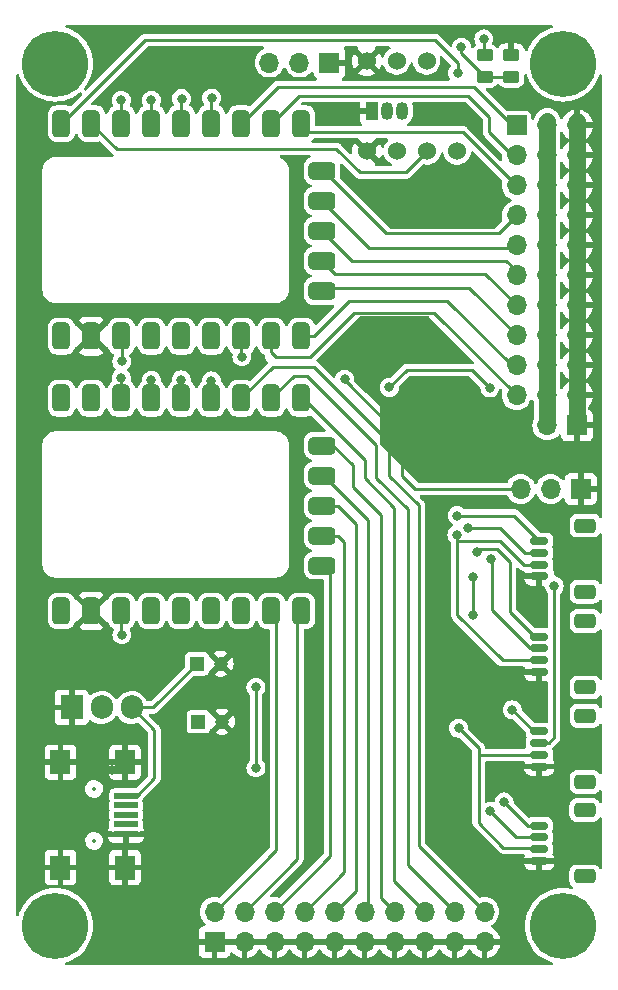
<source format=gtl>
%TF.GenerationSoftware,KiCad,Pcbnew,7.0.10*%
%TF.CreationDate,2024-08-04T17:16:23+10:00*%
%TF.ProjectId,AI4R-SENSORPCB,41493452-2d53-4454-9e53-4f525043422e,rev?*%
%TF.SameCoordinates,Original*%
%TF.FileFunction,Copper,L1,Top*%
%TF.FilePolarity,Positive*%
%FSLAX46Y46*%
G04 Gerber Fmt 4.6, Leading zero omitted, Abs format (unit mm)*
G04 Created by KiCad (PCBNEW 7.0.10) date 2024-08-04 17:16:23*
%MOMM*%
%LPD*%
G01*
G04 APERTURE LIST*
G04 Aperture macros list*
%AMRoundRect*
0 Rectangle with rounded corners*
0 $1 Rounding radius*
0 $2 $3 $4 $5 $6 $7 $8 $9 X,Y pos of 4 corners*
0 Add a 4 corners polygon primitive as box body*
4,1,4,$2,$3,$4,$5,$6,$7,$8,$9,$2,$3,0*
0 Add four circle primitives for the rounded corners*
1,1,$1+$1,$2,$3*
1,1,$1+$1,$4,$5*
1,1,$1+$1,$6,$7*
1,1,$1+$1,$8,$9*
0 Add four rect primitives between the rounded corners*
20,1,$1+$1,$2,$3,$4,$5,0*
20,1,$1+$1,$4,$5,$6,$7,0*
20,1,$1+$1,$6,$7,$8,$9,0*
20,1,$1+$1,$8,$9,$2,$3,0*%
G04 Aperture macros list end*
%TA.AperFunction,SMDPad,CuDef*%
%ADD10RoundRect,0.150000X0.625000X-0.150000X0.625000X0.150000X-0.625000X0.150000X-0.625000X-0.150000X0*%
%TD*%
%TA.AperFunction,SMDPad,CuDef*%
%ADD11RoundRect,0.250000X0.650000X-0.350000X0.650000X0.350000X-0.650000X0.350000X-0.650000X-0.350000X0*%
%TD*%
%TA.AperFunction,SMDPad,CuDef*%
%ADD12RoundRect,0.381000X0.381000X-0.762000X0.381000X0.762000X-0.381000X0.762000X-0.381000X-0.762000X0*%
%TD*%
%TA.AperFunction,SMDPad,CuDef*%
%ADD13RoundRect,0.381000X0.762000X0.381000X-0.762000X0.381000X-0.762000X-0.381000X0.762000X-0.381000X0*%
%TD*%
%TA.AperFunction,SMDPad,CuDef*%
%ADD14RoundRect,0.381000X-0.381000X0.762000X-0.381000X-0.762000X0.381000X-0.762000X0.381000X0.762000X0*%
%TD*%
%TA.AperFunction,SMDPad,CuDef*%
%ADD15R,2.000000X0.500000*%
%TD*%
%TA.AperFunction,SMDPad,CuDef*%
%ADD16R,1.700000X2.000000*%
%TD*%
%TA.AperFunction,ComponentPad*%
%ADD17C,5.600000*%
%TD*%
%TA.AperFunction,ComponentPad*%
%ADD18R,1.200000X1.200000*%
%TD*%
%TA.AperFunction,ComponentPad*%
%ADD19C,1.200000*%
%TD*%
%TA.AperFunction,ComponentPad*%
%ADD20R,1.700000X1.700000*%
%TD*%
%TA.AperFunction,ComponentPad*%
%ADD21O,1.700000X1.700000*%
%TD*%
%TA.AperFunction,ComponentPad*%
%ADD22C,1.524000*%
%TD*%
%TA.AperFunction,SMDPad,CuDef*%
%ADD23RoundRect,0.250000X-0.450000X0.262500X-0.450000X-0.262500X0.450000X-0.262500X0.450000X0.262500X0*%
%TD*%
%TA.AperFunction,ComponentPad*%
%ADD24R,1.050000X1.500000*%
%TD*%
%TA.AperFunction,ComponentPad*%
%ADD25O,1.050000X1.500000*%
%TD*%
%TA.AperFunction,ComponentPad*%
%ADD26R,1.905000X2.000000*%
%TD*%
%TA.AperFunction,ComponentPad*%
%ADD27O,1.905000X2.000000*%
%TD*%
%TA.AperFunction,ViaPad*%
%ADD28C,0.800000*%
%TD*%
%TA.AperFunction,Conductor*%
%ADD29C,1.400000*%
%TD*%
%TA.AperFunction,Conductor*%
%ADD30C,0.250000*%
%TD*%
%ADD31C,0.350000*%
G04 APERTURE END LIST*
D10*
%TO.P,J3,1,Pin_1*%
%TO.N,GND*%
X56470000Y-83000000D03*
%TO.P,J3,2,Pin_2*%
%TO.N,3V3PS*%
X56470000Y-82000000D03*
%TO.P,J3,3,Pin_3*%
%TO.N,SDA2*%
X56470000Y-81000000D03*
%TO.P,J3,4,Pin_4*%
%TO.N,SCL2*%
X56470000Y-80000000D03*
D11*
%TO.P,J3,MP*%
%TO.N,N/C*%
X60345000Y-84300000D03*
X60345000Y-78700000D03*
%TD*%
D12*
%TO.P,RP2,1,GP0*%
%TO.N,GPIO1B*%
X16030000Y-20575000D03*
%TO.P,RP2,2,GP1*%
X18570000Y-20575000D03*
%TO.P,RP2,3,GP2*%
%TO.N,SDA4*%
X21110000Y-20575000D03*
%TO.P,RP2,4,GP3*%
%TO.N,SCL4*%
X23650000Y-20575000D03*
%TO.P,RP2,5,GP4*%
%TO.N,SDA3*%
X26190000Y-20575000D03*
%TO.P,RP2,6,GP5*%
%TO.N,SCL3*%
X28730000Y-20575000D03*
%TO.P,RP2,7,GP6*%
%TO.N,GP6B*%
X31270000Y-20575000D03*
%TO.P,RP2,8,GP7*%
%TO.N,GP7B*%
X33810000Y-20575000D03*
%TO.P,RP2,9,GP8*%
%TO.N,GP8B*%
X36350000Y-20575000D03*
D13*
%TO.P,RP2,10,GP9*%
%TO.N,GP9B*%
X38100000Y-24575000D03*
%TO.P,RP2,11,GP10*%
%TO.N,GP10B*%
X38100000Y-27115000D03*
%TO.P,RP2,12,GP11*%
%TO.N,GP11B*%
X38100000Y-29655000D03*
%TO.P,RP2,13,GP12*%
%TO.N,GP12B*%
X38100000Y-32195000D03*
%TO.P,RP2,14,GP13*%
%TO.N,GP13B*%
X38100000Y-34735000D03*
D14*
%TO.P,RP2,15,GP14*%
%TO.N,GP14B*%
X36350000Y-38575000D03*
%TO.P,RP2,16,GP15*%
%TO.N,GP15B*%
X33810000Y-38575000D03*
%TO.P,RP2,17,GP26*%
%TO.N,GP26B*%
X31270000Y-38575000D03*
%TO.P,RP2,18,GP27*%
%TO.N,unconnected-(RP2-GP27-Pad18)*%
X28730000Y-38575000D03*
%TO.P,RP2,19,GP28*%
%TO.N,unconnected-(RP2-GP28-Pad19)*%
X26190000Y-38575000D03*
%TO.P,RP2,20,GP29*%
%TO.N,unconnected-(RP2-GP29-Pad20)*%
X23650000Y-38575000D03*
%TO.P,RP2,21,3V3*%
%TO.N,3V3B*%
X21110000Y-38575000D03*
%TO.P,RP2,22,GND*%
%TO.N,GND*%
X18570000Y-38575000D03*
%TO.P,RP2,23,5V*%
%TO.N,unconnected-(RP2-5V-Pad23)*%
X16030000Y-38575000D03*
%TD*%
D10*
%TO.P,J4,1,Pin_1*%
%TO.N,GND*%
X56500000Y-58900000D03*
%TO.P,J4,2,Pin_2*%
%TO.N,3V3B*%
X56500000Y-57900000D03*
%TO.P,J4,3,Pin_3*%
%TO.N,SDA3*%
X56500000Y-56900000D03*
%TO.P,J4,4,Pin_4*%
%TO.N,SCL3*%
X56500000Y-55900000D03*
D11*
%TO.P,J4,MP*%
%TO.N,N/C*%
X60375000Y-60200000D03*
X60375000Y-54600000D03*
%TD*%
D15*
%TO.P,J11,1,VBUS*%
%TO.N,VCC_TOF*%
X21500000Y-77500000D03*
%TO.P,J11,2,D-*%
%TO.N,unconnected-(J11-D--Pad2)*%
X21500000Y-78300000D03*
%TO.P,J11,3,D+*%
%TO.N,unconnected-(J11-D+-Pad3)*%
X21500000Y-79100000D03*
%TO.P,J11,4,ID*%
%TO.N,unconnected-(J11-ID-Pad4)*%
X21500000Y-79900000D03*
%TO.P,J11,5,GND*%
%TO.N,GND*%
X21500000Y-80700000D03*
D16*
%TO.P,J11,6,Shield*%
X21400000Y-74650000D03*
X15950000Y-74650000D03*
X21400000Y-83550000D03*
X15950000Y-83550000D03*
%TD*%
D17*
%TO.P,H2,1*%
%TO.N,N/C*%
X58500000Y-15500000D03*
%TD*%
D18*
%TO.P,C2,1*%
%TO.N,VCC_TOF*%
X27500000Y-66300000D03*
D19*
%TO.P,C2,2*%
%TO.N,GND*%
X29500000Y-66300000D03*
%TD*%
D20*
%TO.P,J6,1,Pin_1*%
%TO.N,GND*%
X59700000Y-46120000D03*
D21*
%TO.P,J6,2,Pin_2*%
%TO.N,VCC*%
X57160000Y-46120000D03*
%TO.P,J6,3,Pin_3*%
%TO.N,GND*%
X59700000Y-43580000D03*
%TO.P,J6,4,Pin_4*%
%TO.N,VCC*%
X57160000Y-43580000D03*
%TO.P,J6,5,Pin_5*%
%TO.N,GND*%
X59700000Y-41040000D03*
%TO.P,J6,6,Pin_6*%
%TO.N,VCC*%
X57160000Y-41040000D03*
%TO.P,J6,7,Pin_7*%
%TO.N,GND*%
X59700000Y-38500000D03*
%TO.P,J6,8,Pin_8*%
%TO.N,VCC*%
X57160000Y-38500000D03*
%TO.P,J6,9,Pin_9*%
%TO.N,GND*%
X59700000Y-35960000D03*
%TO.P,J6,10,Pin_10*%
%TO.N,VCC*%
X57160000Y-35960000D03*
%TO.P,J6,11,Pin_11*%
%TO.N,GND*%
X59700000Y-33420000D03*
%TO.P,J6,12,Pin_12*%
%TO.N,VCC*%
X57160000Y-33420000D03*
%TO.P,J6,13,Pin_13*%
%TO.N,GND*%
X59700000Y-30880000D03*
%TO.P,J6,14,Pin_14*%
%TO.N,VCC*%
X57160000Y-30880000D03*
%TO.P,J6,15,Pin_15*%
%TO.N,GND*%
X59700000Y-28340000D03*
%TO.P,J6,16,Pin_16*%
%TO.N,VCC*%
X57160000Y-28340000D03*
%TO.P,J6,17,Pin_17*%
%TO.N,GND*%
X59700000Y-25800000D03*
%TO.P,J6,18,Pin_18*%
%TO.N,VCC*%
X57160000Y-25800000D03*
%TO.P,J6,19,Pin_19*%
%TO.N,GND*%
X59700000Y-23260000D03*
%TO.P,J6,20,Pin_20*%
%TO.N,VCC*%
X57160000Y-23260000D03*
%TO.P,J6,21,Pin_21*%
%TO.N,GND*%
X59700000Y-20720000D03*
%TO.P,J6,22,Pin_22*%
%TO.N,VCC*%
X57160000Y-20720000D03*
%TD*%
D20*
%TO.P,J8,1,Pin_1*%
%TO.N,GP6B*%
X54560000Y-20720000D03*
D21*
%TO.P,J8,2,Pin_2*%
%TO.N,GP7B*%
X54560000Y-23260000D03*
%TO.P,J8,3,Pin_3*%
%TO.N,GP8B*%
X54560000Y-25800000D03*
%TO.P,J8,4,Pin_4*%
%TO.N,GP9B*%
X54560000Y-28340000D03*
%TO.P,J8,5,Pin_5*%
%TO.N,GP10B*%
X54560000Y-30880000D03*
%TO.P,J8,6,Pin_6*%
%TO.N,GP11B*%
X54560000Y-33420000D03*
%TO.P,J8,7,Pin_7*%
%TO.N,GP12B*%
X54560000Y-35960000D03*
%TO.P,J8,8,Pin_8*%
%TO.N,GP13B*%
X54560000Y-38500000D03*
%TO.P,J8,9,Pin_9*%
%TO.N,GP14B*%
X54560000Y-41040000D03*
%TO.P,J8,10,Pin_10*%
%TO.N,GP15B*%
X54560000Y-43580000D03*
%TD*%
D17*
%TO.P,H4,1*%
%TO.N,N/C*%
X15500000Y-88500000D03*
%TD*%
D12*
%TO.P,RP1,1,GP0*%
%TO.N,unconnected-(RP1-GP0-Pad1)*%
X16030000Y-43825000D03*
%TO.P,RP1,2,GP1*%
%TO.N,unconnected-(RP1-GP1-Pad2)*%
X18570000Y-43825000D03*
%TO.P,RP1,3,GP2*%
%TO.N,SDA2*%
X21110000Y-43825000D03*
%TO.P,RP1,4,GP3*%
%TO.N,SCL2*%
X23650000Y-43825000D03*
%TO.P,RP1,5,GP4*%
%TO.N,SDA1*%
X26190000Y-43825000D03*
%TO.P,RP1,6,GP5*%
%TO.N,SCL1*%
X28730000Y-43825000D03*
%TO.P,RP1,7,GP6*%
%TO.N,GP6*%
X31270000Y-43825000D03*
%TO.P,RP1,8,GP7*%
%TO.N,GP7*%
X33810000Y-43825000D03*
%TO.P,RP1,9,GP8*%
%TO.N,GP8*%
X36350000Y-43825000D03*
D13*
%TO.P,RP1,10,GP9*%
%TO.N,GP9*%
X38100000Y-47825000D03*
%TO.P,RP1,11,GP10*%
%TO.N,GP10*%
X38100000Y-50365000D03*
%TO.P,RP1,12,GP11*%
%TO.N,GP11*%
X38100000Y-52905000D03*
%TO.P,RP1,13,GP12*%
%TO.N,GP12*%
X38100000Y-55445000D03*
%TO.P,RP1,14,GP13*%
%TO.N,GP13*%
X38100000Y-57985000D03*
D14*
%TO.P,RP1,15,GP14*%
%TO.N,GP14*%
X36350000Y-61825000D03*
%TO.P,RP1,16,GP15*%
%TO.N,GP15*%
X33810000Y-61825000D03*
%TO.P,RP1,17,GP26*%
%TO.N,unconnected-(RP1-GP26-Pad17)*%
X31270000Y-61825000D03*
%TO.P,RP1,18,GP27*%
%TO.N,unconnected-(RP1-GP27-Pad18)*%
X28730000Y-61825000D03*
%TO.P,RP1,19,GP28*%
%TO.N,unconnected-(RP1-GP28-Pad19)*%
X26190000Y-61825000D03*
%TO.P,RP1,20,GP29*%
%TO.N,unconnected-(RP1-GP29-Pad20)*%
X23650000Y-61825000D03*
%TO.P,RP1,21,3V3*%
%TO.N,3V3*%
X21110000Y-61825000D03*
%TO.P,RP1,22,GND*%
%TO.N,GND*%
X18570000Y-61825000D03*
%TO.P,RP1,23,5V*%
%TO.N,unconnected-(RP1-5V-Pad23)*%
X16030000Y-61825000D03*
%TD*%
D22*
%TO.P,U2,1,RCIN*%
%TO.N,Net-(J7-Pin_3)*%
X46950000Y-15270000D03*
%TO.P,U2,2,VRC*%
%TO.N,Net-(J7-Pin_2)*%
X44410000Y-15270000D03*
%TO.P,U2,3,GND*%
%TO.N,GND*%
X41870000Y-15270000D03*
%TO.P,U2,4,GND*%
X41920000Y-22890000D03*
%TO.P,U2,5,VCC*%
%TO.N,3V3B*%
X44460000Y-22890000D03*
%TO.P,U2,6,OUT*%
%TO.N,GPIO1B*%
X47000000Y-22890000D03*
%TO.P,U2,7,GOOD*%
X49540000Y-22890000D03*
%TD*%
D10*
%TO.P,J2,1,Pin_1*%
%TO.N,GND*%
X56500000Y-75000000D03*
%TO.P,J2,2,Pin_2*%
%TO.N,3V3PS*%
X56500000Y-74000000D03*
%TO.P,J2,3,Pin_3*%
%TO.N,SDA1*%
X56500000Y-73000000D03*
%TO.P,J2,4,Pin_4*%
%TO.N,SCL1*%
X56500000Y-72000000D03*
D11*
%TO.P,J2,MP*%
%TO.N,N/C*%
X60375000Y-76300000D03*
X60375000Y-70700000D03*
%TD*%
D20*
%TO.P,J10,1,Pin_1*%
%TO.N,GND*%
X28993500Y-89840000D03*
D21*
%TO.P,J10,2,Pin_2*%
%TO.N,GP15*%
X28993500Y-87300000D03*
%TO.P,J10,3,Pin_3*%
%TO.N,GND*%
X31533500Y-89840000D03*
%TO.P,J10,4,Pin_4*%
%TO.N,GP14*%
X31533500Y-87300000D03*
%TO.P,J10,5,Pin_5*%
%TO.N,GND*%
X34073500Y-89840000D03*
%TO.P,J10,6,Pin_6*%
%TO.N,GP13*%
X34073500Y-87300000D03*
%TO.P,J10,7,Pin_7*%
%TO.N,GND*%
X36613500Y-89840000D03*
%TO.P,J10,8,Pin_8*%
%TO.N,GP12*%
X36613500Y-87300000D03*
%TO.P,J10,9,Pin_9*%
%TO.N,GND*%
X39153500Y-89840000D03*
%TO.P,J10,10,Pin_10*%
%TO.N,GP11*%
X39153500Y-87300000D03*
%TO.P,J10,11,Pin_11*%
%TO.N,GND*%
X41693500Y-89840000D03*
%TO.P,J10,12,Pin_12*%
%TO.N,GP10*%
X41693500Y-87300000D03*
%TO.P,J10,13,Pin_13*%
%TO.N,GND*%
X44233500Y-89840000D03*
%TO.P,J10,14,Pin_14*%
%TO.N,GP9*%
X44233500Y-87300000D03*
%TO.P,J10,15,Pin_15*%
%TO.N,GND*%
X46773500Y-89840000D03*
%TO.P,J10,16,Pin_16*%
%TO.N,GP8*%
X46773500Y-87300000D03*
%TO.P,J10,17,Pin_17*%
%TO.N,GND*%
X49313500Y-89840000D03*
%TO.P,J10,18,Pin_18*%
%TO.N,GP7*%
X49313500Y-87300000D03*
%TO.P,J10,19,Pin_19*%
%TO.N,GND*%
X51853500Y-89840000D03*
%TO.P,J10,20,Pin_20*%
%TO.N,GP6*%
X51853500Y-87300000D03*
%TD*%
D23*
%TO.P,R1,1*%
%TO.N,Net-(J7-Pin_2)*%
X51900000Y-14787500D03*
%TO.P,R1,2*%
%TO.N,Net-(Q1-B)*%
X51900000Y-16612500D03*
%TD*%
D18*
%TO.P,C1,1*%
%TO.N,3V3PS*%
X27627401Y-71200000D03*
D19*
%TO.P,C1,2*%
%TO.N,GND*%
X29627401Y-71200000D03*
%TD*%
D24*
%TO.P,Q1,1,E*%
%TO.N,GND*%
X42360000Y-19500000D03*
D25*
%TO.P,Q1,2,B*%
%TO.N,Net-(Q1-B)*%
X43630000Y-19500000D03*
%TO.P,Q1,3,C*%
%TO.N,GPIO1B*%
X44900000Y-19500000D03*
%TD*%
D20*
%TO.P,J7,1,Pin_1*%
%TO.N,GND*%
X38725000Y-15400000D03*
D21*
%TO.P,J7,2,Pin_2*%
%TO.N,Net-(J7-Pin_2)*%
X36185000Y-15400000D03*
%TO.P,J7,3,Pin_3*%
%TO.N,Net-(J7-Pin_3)*%
X33645000Y-15400000D03*
%TD*%
D26*
%TO.P,U3,1,GND*%
%TO.N,GND*%
X16900000Y-70000000D03*
D27*
%TO.P,U3,2,VO*%
%TO.N,3V3PS*%
X19440000Y-70000000D03*
%TO.P,U3,3,VI*%
%TO.N,VCC_TOF*%
X21980000Y-70000000D03*
%TD*%
D17*
%TO.P,H3,1*%
%TO.N,N/C*%
X58500000Y-88500000D03*
%TD*%
D10*
%TO.P,J5,1,Pin_1*%
%TO.N,GND*%
X56500000Y-67000000D03*
%TO.P,J5,2,Pin_2*%
%TO.N,3V3B*%
X56500000Y-66000000D03*
%TO.P,J5,3,Pin_3*%
%TO.N,SDA4*%
X56500000Y-65000000D03*
%TO.P,J5,4,Pin_4*%
%TO.N,SCL4*%
X56500000Y-64000000D03*
D11*
%TO.P,J5,MP*%
%TO.N,N/C*%
X60375000Y-68300000D03*
X60375000Y-62700000D03*
%TD*%
D20*
%TO.P,J9,1,Pin_1*%
%TO.N,GND*%
X60000000Y-51500000D03*
D21*
%TO.P,J9,2,Pin_2*%
%TO.N,3V3B*%
X57460000Y-51500000D03*
%TO.P,J9,3,Pin_3*%
%TO.N,GP26B*%
X54920000Y-51500000D03*
%TD*%
D17*
%TO.P,H1,1*%
%TO.N,N/C*%
X15500000Y-15500000D03*
%TD*%
D23*
%TO.P,R2,1*%
%TO.N,GND*%
X54100000Y-14787500D03*
%TO.P,R2,2*%
%TO.N,Net-(Q1-B)*%
X54100000Y-16612500D03*
%TD*%
D28*
%TO.N,GND*%
X20300000Y-75300000D03*
X24900000Y-40400000D03*
X30250000Y-77850000D03*
X38200000Y-19500000D03*
X60250000Y-81550000D03*
X23600000Y-14450000D03*
X47250000Y-68000000D03*
X49200000Y-64250000D03*
X54800000Y-88400000D03*
X52250000Y-66400000D03*
X36300000Y-31050000D03*
X48600000Y-75850000D03*
X37375000Y-73825000D03*
X21700000Y-88050000D03*
X53750000Y-47150000D03*
X20200000Y-14500000D03*
X52250000Y-25050000D03*
X14000000Y-81050000D03*
X58900000Y-56750000D03*
X50650000Y-20550000D03*
X55100000Y-61300000D03*
X47900000Y-28500000D03*
%TO.N,3V3*%
X32500000Y-68300000D03*
X21150000Y-63850000D03*
X32500000Y-75100000D03*
%TO.N,SDA1*%
X26183560Y-42266950D03*
X57750000Y-59700000D03*
%TO.N,SCL1*%
X28730000Y-42350000D03*
X54200000Y-70200000D03*
X50900000Y-58925000D03*
X50900000Y-62200000D03*
%TO.N,SDA2*%
X21100000Y-42100000D03*
X52300000Y-78800000D03*
%TO.N,SCL2*%
X23650000Y-42300000D03*
X53500000Y-78000000D03*
%TO.N,SDA3*%
X50450000Y-54800000D03*
X26200000Y-18450000D03*
%TO.N,SCL3*%
X49550000Y-53750000D03*
X28750000Y-18400000D03*
%TO.N,SDA4*%
X52400000Y-57450000D03*
X21100000Y-18600000D03*
%TO.N,SCL4*%
X51200000Y-56800000D03*
X23650000Y-18600000D03*
%TO.N,Net-(J7-Pin_2)*%
X51800000Y-13400000D03*
%TO.N,3V3B*%
X43800000Y-42900000D03*
X52300000Y-42950000D03*
X21150000Y-40700000D03*
X49511388Y-55373596D03*
%TO.N,GPIO1B*%
X49564191Y-16277847D03*
%TO.N,GP26B*%
X31300000Y-40300000D03*
X40000000Y-42200000D03*
%TO.N,Net-(Q1-B)*%
X49900000Y-14100000D03*
%TO.N,3V3PS*%
X49650000Y-71750000D03*
%TD*%
D29*
%TO.N,GND*%
X59700000Y-45760000D02*
X59700000Y-20360000D01*
D30*
%TO.N,3V3*%
X21110000Y-63760000D02*
X21150000Y-63800000D01*
X21150000Y-63850000D02*
X21200000Y-63850000D01*
X21200000Y-63850000D02*
X21150000Y-63800000D01*
X21110000Y-61825000D02*
X21110000Y-63760000D01*
X32500000Y-68300000D02*
X32500000Y-75100000D01*
X21150000Y-63800000D02*
X21150000Y-63850000D01*
%TO.N,SDA1*%
X26183560Y-42326440D02*
X26150000Y-42360000D01*
X26183560Y-42266950D02*
X26183560Y-42326440D01*
X57750000Y-72524999D02*
X57750000Y-59700000D01*
X57274999Y-73000000D02*
X57750000Y-72524999D01*
X56500000Y-73000000D02*
X57274999Y-73000000D01*
X26183560Y-42266950D02*
X26190000Y-42273390D01*
X26190000Y-42273390D02*
X26190000Y-43825000D01*
%TO.N,SCL1*%
X50900000Y-58925000D02*
X50900000Y-62200000D01*
X50900000Y-62200000D02*
X50900000Y-62100000D01*
X28730000Y-42350000D02*
X28750000Y-42330000D01*
X55950000Y-71950000D02*
X56500000Y-71950000D01*
X28730000Y-42350000D02*
X28730000Y-43825000D01*
X54200000Y-70200000D02*
X55950000Y-71950000D01*
%TO.N,SDA2*%
X56470000Y-81000000D02*
X54500000Y-81000000D01*
X21110000Y-42110000D02*
X21100000Y-42100000D01*
X21110000Y-43825000D02*
X21110000Y-42110000D01*
X54500000Y-81000000D02*
X52300000Y-78800000D01*
%TO.N,SCL2*%
X23650000Y-43825000D02*
X23650000Y-42300000D01*
X55500000Y-80000000D02*
X53500000Y-78000000D01*
X56470000Y-80000000D02*
X55500000Y-80000000D01*
%TO.N,SDA3*%
X55299092Y-56900000D02*
X56500000Y-56900000D01*
X26200000Y-18350000D02*
X26250000Y-18350000D01*
X50450000Y-54800000D02*
X53199092Y-54800000D01*
X50450000Y-54800000D02*
X50550000Y-54900000D01*
X26250000Y-18350000D02*
X26190000Y-18410000D01*
X53199092Y-54800000D02*
X55299092Y-56900000D01*
X26200000Y-18400000D02*
X26200000Y-18350000D01*
X26190000Y-20575000D02*
X26190000Y-18410000D01*
X26200000Y-18400000D02*
X26200000Y-18400000D01*
%TO.N,SCL3*%
X49550000Y-53750000D02*
X49553500Y-53746500D01*
X28750000Y-18450000D02*
X28750000Y-18400000D01*
X28730000Y-20525000D02*
X28730000Y-18470000D01*
X54350000Y-53750000D02*
X49550000Y-53750000D01*
X28750000Y-18400000D02*
X28800000Y-18400000D01*
X28750000Y-18450000D02*
X28750000Y-18450000D01*
X28800000Y-18400000D02*
X28730000Y-18470000D01*
X56500000Y-55900000D02*
X54350000Y-53750000D01*
%TO.N,SDA4*%
X21110000Y-18760000D02*
X21100000Y-18600000D01*
X21110000Y-20575000D02*
X21110000Y-18760000D01*
X52450000Y-57500000D02*
X52450000Y-61724999D01*
X21100000Y-18600000D02*
X21100000Y-18750000D01*
X52450000Y-61724999D02*
X55725001Y-65000000D01*
X52400000Y-57450000D02*
X52450000Y-57500000D01*
X55725001Y-65000000D02*
X56500000Y-65000000D01*
%TO.N,SCL4*%
X54000000Y-61900000D02*
X56100000Y-64000000D01*
X23650000Y-18700000D02*
X23650000Y-18700000D01*
X23650000Y-18600000D02*
X23550000Y-18600000D01*
X52925000Y-56625000D02*
X54000000Y-57700000D01*
X56100000Y-64000000D02*
X56500000Y-64000000D01*
X54000000Y-57700000D02*
X54000000Y-61900000D01*
X23650000Y-20575000D02*
X23650000Y-18700000D01*
X23550000Y-18600000D02*
X23600000Y-18650000D01*
X51200000Y-56800000D02*
X51375000Y-56625000D01*
X23650000Y-18700000D02*
X23650000Y-18600000D01*
X51375000Y-56625000D02*
X52925000Y-56625000D01*
%TO.N,GP6*%
X37400000Y-41150000D02*
X43800000Y-47550000D01*
X33945000Y-41150000D02*
X37400000Y-41150000D01*
X46300000Y-52900000D02*
X46300000Y-81746500D01*
X43800000Y-50400000D02*
X46300000Y-52900000D01*
X31270000Y-43825000D02*
X33945000Y-41150000D01*
X46300000Y-81746500D02*
X51853500Y-87300000D01*
X43800000Y-47550000D02*
X43800000Y-50400000D01*
%TO.N,GP7*%
X36850000Y-41900000D02*
X35735000Y-41900000D01*
X45350000Y-53200000D02*
X42700000Y-50550000D01*
X35735000Y-41900000D02*
X33810000Y-43825000D01*
X49313500Y-87300000D02*
X45350000Y-83336500D01*
X42700000Y-50550000D02*
X42700000Y-47750000D01*
X42700000Y-47750000D02*
X36850000Y-41900000D01*
X45350000Y-83336500D02*
X45350000Y-53200000D01*
%TO.N,GP8*%
X41700000Y-50600000D02*
X41700000Y-49050000D01*
X46773500Y-87300000D02*
X44200000Y-84726500D01*
X44200000Y-84726500D02*
X44200000Y-53100000D01*
X44200000Y-53100000D02*
X41700000Y-50600000D01*
X41700000Y-49050000D02*
X36475000Y-43825000D01*
X36475000Y-43825000D02*
X36350000Y-43825000D01*
%TO.N,GP9*%
X40700000Y-49500000D02*
X40700000Y-51300000D01*
X40700000Y-51300000D02*
X43100000Y-53700000D01*
X43100000Y-86166500D02*
X44233500Y-87300000D01*
X43100000Y-53700000D02*
X43100000Y-86166500D01*
X39025000Y-47825000D02*
X40700000Y-49500000D01*
X38100000Y-47825000D02*
X39025000Y-47825000D01*
%TO.N,GP10*%
X42000000Y-54128750D02*
X38236250Y-50365000D01*
X38236250Y-50365000D02*
X38100000Y-50365000D01*
X41693500Y-87300000D02*
X42000000Y-86993500D01*
X42000000Y-86993500D02*
X42000000Y-54128750D01*
%TO.N,GP11*%
X40950000Y-85503500D02*
X40950000Y-54450000D01*
X39405000Y-52905000D02*
X38100000Y-52905000D01*
X40950000Y-54450000D02*
X39405000Y-52905000D01*
X39153500Y-87300000D02*
X40950000Y-85503500D01*
%TO.N,GP12*%
X39950000Y-83963500D02*
X39950000Y-55950000D01*
X36613500Y-87300000D02*
X39950000Y-83963500D01*
X39950000Y-55950000D02*
X39445000Y-55445000D01*
X39445000Y-55445000D02*
X38100000Y-55445000D01*
%TO.N,GP13*%
X38800000Y-58685000D02*
X38100000Y-57985000D01*
X38800000Y-82573500D02*
X38800000Y-58685000D01*
X34073500Y-87300000D02*
X38800000Y-82573500D01*
%TO.N,GP14*%
X31533500Y-87300000D02*
X36000000Y-82833500D01*
X36000000Y-82833500D02*
X36000000Y-62175000D01*
X36000000Y-62175000D02*
X36350000Y-61825000D01*
%TO.N,GP15*%
X28993500Y-87300000D02*
X34200000Y-82093500D01*
X34200000Y-82093500D02*
X34200000Y-62215000D01*
X34200000Y-62215000D02*
X33810000Y-61825000D01*
%TO.N,GP6B*%
X54220000Y-20720000D02*
X50950000Y-17450000D01*
X50950000Y-17450000D02*
X34395000Y-17450000D01*
X34395000Y-17450000D02*
X31270000Y-20575000D01*
X54560000Y-20720000D02*
X54220000Y-20720000D01*
%TO.N,GP7B*%
X52250000Y-20000000D02*
X52250000Y-21300000D01*
X33810000Y-20575000D02*
X36185000Y-18200000D01*
X36185000Y-18200000D02*
X50450000Y-18200000D01*
X54210000Y-23260000D02*
X54560000Y-23260000D01*
X50450000Y-18200000D02*
X52250000Y-20000000D01*
X52250000Y-21300000D02*
X54210000Y-23260000D01*
%TO.N,GP8B*%
X50000000Y-21300000D02*
X54560000Y-25860000D01*
X36350000Y-20575000D02*
X37075000Y-21300000D01*
X37075000Y-21300000D02*
X50000000Y-21300000D01*
%TO.N,GP9B*%
X43500000Y-29800000D02*
X53100000Y-29800000D01*
X54560000Y-28340000D02*
X54560000Y-27980000D01*
X38275000Y-24575000D02*
X43500000Y-29800000D01*
X53100000Y-29800000D02*
X54560000Y-28340000D01*
X38100000Y-24575000D02*
X38275000Y-24575000D01*
%TO.N,GP10B*%
X54560000Y-31140000D02*
X54520000Y-31100000D01*
X54560000Y-30520000D02*
X54560000Y-31140000D01*
X54520000Y-31100000D02*
X42085000Y-31100000D01*
X42085000Y-31100000D02*
X38100000Y-27115000D01*
%TO.N,GP11B*%
X53700000Y-32200000D02*
X40645000Y-32200000D01*
X54560000Y-33060000D02*
X53700000Y-32200000D01*
X40645000Y-32200000D02*
X38100000Y-29655000D01*
%TO.N,GP12B*%
X51900000Y-33300000D02*
X54560000Y-35960000D01*
X39205000Y-33300000D02*
X51900000Y-33300000D01*
X38100000Y-32195000D02*
X39205000Y-33300000D01*
%TO.N,GP13B*%
X38335000Y-34500000D02*
X50560000Y-34500000D01*
X50560000Y-34500000D02*
X54560000Y-38500000D01*
X38100000Y-34735000D02*
X38335000Y-34500000D01*
%TO.N,Net-(J7-Pin_2)*%
X51800000Y-14687500D02*
X51800000Y-13400000D01*
X51900000Y-14787500D02*
X51800000Y-14687500D01*
%TO.N,GP14B*%
X37375000Y-38575000D02*
X40350000Y-35600000D01*
X36350000Y-38575000D02*
X37375000Y-38575000D01*
X54140000Y-41040000D02*
X54560000Y-41040000D01*
X40350000Y-35600000D02*
X48700000Y-35600000D01*
X48700000Y-35600000D02*
X54140000Y-41040000D01*
%TO.N,GP15B*%
X34200000Y-40300000D02*
X37100000Y-40300000D01*
X37100000Y-40300000D02*
X40800000Y-36600000D01*
X33810000Y-39910000D02*
X34200000Y-40300000D01*
X33810000Y-38575000D02*
X33810000Y-39910000D01*
X40800000Y-36600000D02*
X47580000Y-36600000D01*
X47580000Y-36600000D02*
X54560000Y-43580000D01*
%TO.N,3V3B*%
X49650000Y-55900000D02*
X53200000Y-55900000D01*
X49550000Y-55500000D02*
X49550000Y-55800000D01*
X55200000Y-57900000D02*
X56500000Y-57900000D01*
X53200000Y-55900000D02*
X55200000Y-57900000D01*
X49511388Y-55373596D02*
X49550000Y-55412208D01*
X21110000Y-38575000D02*
X21150000Y-40700000D01*
X21150000Y-40700000D02*
X21110000Y-40640000D01*
X45250000Y-41450000D02*
X43800000Y-42900000D01*
X49550000Y-55800000D02*
X49650000Y-55900000D01*
X49550000Y-55412208D02*
X49550000Y-62150000D01*
X50800000Y-41450000D02*
X45250000Y-41450000D01*
X53400000Y-66000000D02*
X56500000Y-66000000D01*
X52300000Y-42950000D02*
X50800000Y-41450000D01*
X49550000Y-62150000D02*
X53400000Y-66000000D01*
D29*
%TO.N,VCC*%
X57160000Y-20360000D02*
X57160000Y-45760000D01*
D30*
%TO.N,GPIO1B*%
X47650000Y-13500000D02*
X23105000Y-13500000D01*
X20695000Y-22700000D02*
X18570000Y-20575000D01*
X47000000Y-22890000D02*
X45190000Y-24700000D01*
X41300000Y-24700000D02*
X39300000Y-22700000D01*
X39300000Y-22700000D02*
X20695000Y-22700000D01*
X23105000Y-13500000D02*
X16030000Y-20575000D01*
X49564191Y-15414191D02*
X47650000Y-13500000D01*
X45190000Y-24700000D02*
X41300000Y-24700000D01*
X49564191Y-16277847D02*
X49564191Y-15414191D01*
%TO.N,GP26B*%
X44900000Y-50400000D02*
X46000000Y-51500000D01*
X40000000Y-42250000D02*
X44900000Y-47150000D01*
X46000000Y-51500000D02*
X54920000Y-51500000D01*
X44900000Y-47150000D02*
X44900000Y-50400000D01*
X40000000Y-42200000D02*
X40000000Y-42250000D01*
X31300000Y-40300000D02*
X31270000Y-40270000D01*
X31270000Y-38575000D02*
X31270000Y-40270000D01*
%TO.N,Net-(Q1-B)*%
X51900000Y-16612500D02*
X54100000Y-16612500D01*
X52175000Y-16312500D02*
X52175000Y-16337500D01*
X51900000Y-16612500D02*
X49900000Y-14612500D01*
X49900000Y-14612500D02*
X49900000Y-14100000D01*
%TO.N,3V3PS*%
X51346500Y-73446500D02*
X49650000Y-71750000D01*
X56470000Y-81856500D02*
X53456500Y-81856500D01*
X51346500Y-74000000D02*
X51346500Y-73446500D01*
X51346500Y-79746500D02*
X51346500Y-73446500D01*
X56500000Y-74000000D02*
X51346500Y-74000000D01*
X53456500Y-81856500D02*
X51346500Y-79746500D01*
%TO.N,VCC_TOF*%
X23900000Y-71920000D02*
X21980000Y-70000000D01*
X23900000Y-76000000D02*
X23900000Y-71920000D01*
X21980000Y-70000000D02*
X23800000Y-70000000D01*
X20875000Y-77500000D02*
X22400000Y-77500000D01*
X23800000Y-70000000D02*
X27500000Y-66300000D01*
X22400000Y-77500000D02*
X23900000Y-76000000D01*
%TD*%
%TA.AperFunction,Conductor*%
%TO.N,GND*%
G36*
X54730703Y-58174318D02*
G01*
X54737181Y-58180350D01*
X54820543Y-58263712D01*
X54823485Y-58266756D01*
X54865243Y-58311468D01*
X54883125Y-58322342D01*
X54890630Y-58326906D01*
X54898501Y-58331692D01*
X54908998Y-58338836D01*
X54931342Y-58355779D01*
X54940025Y-58362364D01*
X54955510Y-58368470D01*
X54974448Y-58377876D01*
X54988672Y-58386526D01*
X55026168Y-58397031D01*
X55038180Y-58401071D01*
X55074411Y-58415359D01*
X55080067Y-58415940D01*
X55090968Y-58417061D01*
X55111746Y-58421009D01*
X55127772Y-58425500D01*
X55127778Y-58425500D01*
X55136175Y-58426655D01*
X55135981Y-58428064D01*
X55194286Y-58445185D01*
X55240041Y-58497989D01*
X55249985Y-58567147D01*
X55246324Y-58584094D01*
X55227899Y-58647511D01*
X55227704Y-58649998D01*
X55227705Y-58650000D01*
X56626000Y-58650000D01*
X56693039Y-58669685D01*
X56738794Y-58722489D01*
X56750000Y-58774000D01*
X56750000Y-59700000D01*
X56833622Y-59700000D01*
X56900661Y-59719685D01*
X56946416Y-59772489D01*
X56956842Y-59810117D01*
X56964630Y-59879250D01*
X56964631Y-59879254D01*
X57024211Y-60049523D01*
X57120184Y-60202262D01*
X57188181Y-60270259D01*
X57221666Y-60331582D01*
X57224500Y-60357940D01*
X57224500Y-63175500D01*
X57204815Y-63242539D01*
X57152011Y-63288294D01*
X57100500Y-63299500D01*
X56194031Y-63299500D01*
X56126992Y-63279815D01*
X56106350Y-63263181D01*
X54561819Y-61718650D01*
X54528334Y-61657327D01*
X54525500Y-61630969D01*
X54525500Y-59150001D01*
X55227704Y-59150001D01*
X55227899Y-59152486D01*
X55273718Y-59310198D01*
X55357314Y-59451552D01*
X55357321Y-59451561D01*
X55473438Y-59567678D01*
X55473447Y-59567685D01*
X55614803Y-59651282D01*
X55614806Y-59651283D01*
X55772504Y-59697099D01*
X55772510Y-59697100D01*
X55809350Y-59699999D01*
X55809366Y-59700000D01*
X56250000Y-59700000D01*
X56250000Y-59150000D01*
X55227705Y-59150000D01*
X55227704Y-59150001D01*
X54525500Y-59150001D01*
X54525500Y-58268031D01*
X54545185Y-58200992D01*
X54597989Y-58155237D01*
X54667147Y-58145293D01*
X54730703Y-58174318D01*
G37*
%TD.AperFunction*%
%TA.AperFunction,Conductor*%
G36*
X55405703Y-16392820D02*
G01*
X55443477Y-16451598D01*
X55443652Y-16452200D01*
X55474341Y-16558724D01*
X55611906Y-16890833D01*
X55658768Y-16975623D01*
X55785790Y-17205454D01*
X55993805Y-17498622D01*
X55993806Y-17498623D01*
X56233339Y-17766661D01*
X56435965Y-17947738D01*
X56501377Y-18006194D01*
X56630395Y-18097738D01*
X56794548Y-18214211D01*
X57109167Y-18388094D01*
X57441276Y-18525659D01*
X57786700Y-18625173D01*
X58141093Y-18685387D01*
X58500000Y-18705543D01*
X58858907Y-18685387D01*
X59213300Y-18625173D01*
X59558724Y-18525659D01*
X59890833Y-18388094D01*
X60205452Y-18214211D01*
X60498623Y-18006194D01*
X60766661Y-17766661D01*
X61006194Y-17498623D01*
X61214211Y-17205452D01*
X61388094Y-16890833D01*
X61525659Y-16558724D01*
X61556346Y-16452205D01*
X61593820Y-16393236D01*
X61657227Y-16363887D01*
X61726435Y-16373477D01*
X61779472Y-16418962D01*
X61799498Y-16485900D01*
X61799500Y-16486533D01*
X61799500Y-53828448D01*
X61779815Y-53895487D01*
X61727011Y-53941242D01*
X61657853Y-53951186D01*
X61594297Y-53922161D01*
X61568768Y-53891569D01*
X61543083Y-53848138D01*
X61543076Y-53848129D01*
X61426870Y-53731923D01*
X61426862Y-53731917D01*
X61285396Y-53648255D01*
X61285393Y-53648254D01*
X61127573Y-53602402D01*
X61127567Y-53602401D01*
X61090701Y-53599500D01*
X61090694Y-53599500D01*
X59659306Y-53599500D01*
X59659298Y-53599500D01*
X59622432Y-53602401D01*
X59622426Y-53602402D01*
X59464606Y-53648254D01*
X59464603Y-53648255D01*
X59323137Y-53731917D01*
X59323129Y-53731923D01*
X59206923Y-53848129D01*
X59206917Y-53848137D01*
X59123255Y-53989603D01*
X59123254Y-53989606D01*
X59077402Y-54147426D01*
X59077401Y-54147432D01*
X59074500Y-54184298D01*
X59074500Y-55015701D01*
X59077401Y-55052567D01*
X59077402Y-55052573D01*
X59123254Y-55210393D01*
X59123255Y-55210396D01*
X59178616Y-55304008D01*
X59206918Y-55351864D01*
X59206923Y-55351870D01*
X59323129Y-55468076D01*
X59323133Y-55468079D01*
X59323135Y-55468081D01*
X59464602Y-55551744D01*
X59494417Y-55560406D01*
X59622426Y-55597597D01*
X59622429Y-55597597D01*
X59622431Y-55597598D01*
X59659306Y-55600500D01*
X59659314Y-55600500D01*
X61090686Y-55600500D01*
X61090694Y-55600500D01*
X61127569Y-55597598D01*
X61127571Y-55597597D01*
X61127573Y-55597597D01*
X61169191Y-55585505D01*
X61285398Y-55551744D01*
X61426865Y-55468081D01*
X61543081Y-55351865D01*
X61568768Y-55308429D01*
X61619836Y-55260747D01*
X61688578Y-55248243D01*
X61753167Y-55274888D01*
X61793098Y-55332223D01*
X61799500Y-55371551D01*
X61799500Y-59428448D01*
X61779815Y-59495487D01*
X61727011Y-59541242D01*
X61657853Y-59551186D01*
X61594297Y-59522161D01*
X61568768Y-59491569D01*
X61543083Y-59448138D01*
X61543076Y-59448129D01*
X61426870Y-59331923D01*
X61426862Y-59331917D01*
X61329813Y-59274523D01*
X61285398Y-59248256D01*
X61285397Y-59248255D01*
X61285396Y-59248255D01*
X61285393Y-59248254D01*
X61127573Y-59202402D01*
X61127567Y-59202401D01*
X61090701Y-59199500D01*
X61090694Y-59199500D01*
X59659306Y-59199500D01*
X59659298Y-59199500D01*
X59622432Y-59202401D01*
X59622426Y-59202402D01*
X59464606Y-59248254D01*
X59464603Y-59248255D01*
X59323137Y-59331917D01*
X59323129Y-59331923D01*
X59206923Y-59448129D01*
X59206917Y-59448137D01*
X59123255Y-59589603D01*
X59123254Y-59589606D01*
X59077402Y-59747426D01*
X59077401Y-59747432D01*
X59074500Y-59784298D01*
X59074500Y-60615701D01*
X59077401Y-60652567D01*
X59077402Y-60652573D01*
X59123254Y-60810393D01*
X59123255Y-60810396D01*
X59190574Y-60924228D01*
X59206918Y-60951864D01*
X59206923Y-60951870D01*
X59323129Y-61068076D01*
X59323133Y-61068079D01*
X59323135Y-61068081D01*
X59464602Y-61151744D01*
X59506224Y-61163836D01*
X59622426Y-61197597D01*
X59622429Y-61197597D01*
X59622431Y-61197598D01*
X59659306Y-61200500D01*
X59659314Y-61200500D01*
X61090686Y-61200500D01*
X61090694Y-61200500D01*
X61127569Y-61197598D01*
X61127571Y-61197597D01*
X61127573Y-61197597D01*
X61169191Y-61185505D01*
X61285398Y-61151744D01*
X61426865Y-61068081D01*
X61543081Y-60951865D01*
X61568768Y-60908429D01*
X61619836Y-60860747D01*
X61688578Y-60848243D01*
X61753167Y-60874888D01*
X61793098Y-60932223D01*
X61799500Y-60971551D01*
X61799500Y-61928448D01*
X61779815Y-61995487D01*
X61727011Y-62041242D01*
X61657853Y-62051186D01*
X61594297Y-62022161D01*
X61568768Y-61991569D01*
X61543083Y-61948138D01*
X61543076Y-61948129D01*
X61426870Y-61831923D01*
X61426862Y-61831917D01*
X61348681Y-61785681D01*
X61285398Y-61748256D01*
X61285397Y-61748255D01*
X61285396Y-61748255D01*
X61285393Y-61748254D01*
X61127573Y-61702402D01*
X61127567Y-61702401D01*
X61090701Y-61699500D01*
X61090694Y-61699500D01*
X59659306Y-61699500D01*
X59659298Y-61699500D01*
X59622432Y-61702401D01*
X59622426Y-61702402D01*
X59464606Y-61748254D01*
X59464603Y-61748255D01*
X59323137Y-61831917D01*
X59323129Y-61831923D01*
X59206923Y-61948129D01*
X59206917Y-61948137D01*
X59123255Y-62089603D01*
X59123254Y-62089606D01*
X59077402Y-62247426D01*
X59077401Y-62247432D01*
X59074500Y-62284298D01*
X59074500Y-63115701D01*
X59077401Y-63152567D01*
X59077402Y-63152573D01*
X59123254Y-63310393D01*
X59123255Y-63310396D01*
X59187384Y-63418834D01*
X59206918Y-63451864D01*
X59206923Y-63451870D01*
X59323129Y-63568076D01*
X59323133Y-63568079D01*
X59323135Y-63568081D01*
X59464602Y-63651744D01*
X59506224Y-63663836D01*
X59622426Y-63697597D01*
X59622429Y-63697597D01*
X59622431Y-63697598D01*
X59659306Y-63700500D01*
X59659314Y-63700500D01*
X61090686Y-63700500D01*
X61090694Y-63700500D01*
X61127569Y-63697598D01*
X61127571Y-63697597D01*
X61127573Y-63697597D01*
X61169191Y-63685505D01*
X61285398Y-63651744D01*
X61426865Y-63568081D01*
X61543081Y-63451865D01*
X61568768Y-63408429D01*
X61619836Y-63360747D01*
X61688578Y-63348243D01*
X61753167Y-63374888D01*
X61793098Y-63432223D01*
X61799500Y-63471551D01*
X61799500Y-67528448D01*
X61779815Y-67595487D01*
X61727011Y-67641242D01*
X61657853Y-67651186D01*
X61594297Y-67622161D01*
X61568768Y-67591569D01*
X61543083Y-67548138D01*
X61543076Y-67548129D01*
X61426870Y-67431923D01*
X61426862Y-67431917D01*
X61285396Y-67348255D01*
X61285393Y-67348254D01*
X61127573Y-67302402D01*
X61127567Y-67302401D01*
X61090701Y-67299500D01*
X61090694Y-67299500D01*
X59659306Y-67299500D01*
X59659298Y-67299500D01*
X59622432Y-67302401D01*
X59622426Y-67302402D01*
X59464606Y-67348254D01*
X59464603Y-67348255D01*
X59323137Y-67431917D01*
X59323129Y-67431923D01*
X59206923Y-67548129D01*
X59206917Y-67548137D01*
X59123255Y-67689603D01*
X59123254Y-67689606D01*
X59077402Y-67847426D01*
X59077401Y-67847432D01*
X59074500Y-67884298D01*
X59074500Y-68715701D01*
X59077401Y-68752567D01*
X59077402Y-68752573D01*
X59123254Y-68910393D01*
X59123255Y-68910396D01*
X59123256Y-68910398D01*
X59206918Y-69051864D01*
X59206923Y-69051870D01*
X59323129Y-69168076D01*
X59323133Y-69168079D01*
X59323135Y-69168081D01*
X59464602Y-69251744D01*
X59479076Y-69255949D01*
X59622426Y-69297597D01*
X59622429Y-69297597D01*
X59622431Y-69297598D01*
X59659306Y-69300500D01*
X59659314Y-69300500D01*
X61090686Y-69300500D01*
X61090694Y-69300500D01*
X61127569Y-69297598D01*
X61127571Y-69297597D01*
X61127573Y-69297597D01*
X61169191Y-69285505D01*
X61285398Y-69251744D01*
X61426865Y-69168081D01*
X61543081Y-69051865D01*
X61568768Y-69008429D01*
X61619836Y-68960747D01*
X61688578Y-68948243D01*
X61753167Y-68974888D01*
X61793098Y-69032223D01*
X61799500Y-69071551D01*
X61799500Y-69928448D01*
X61779815Y-69995487D01*
X61727011Y-70041242D01*
X61657853Y-70051186D01*
X61594297Y-70022161D01*
X61568768Y-69991569D01*
X61543083Y-69948138D01*
X61543076Y-69948129D01*
X61426870Y-69831923D01*
X61426862Y-69831917D01*
X61285396Y-69748255D01*
X61285393Y-69748254D01*
X61127573Y-69702402D01*
X61127567Y-69702401D01*
X61090701Y-69699500D01*
X61090694Y-69699500D01*
X59659306Y-69699500D01*
X59659298Y-69699500D01*
X59622432Y-69702401D01*
X59622426Y-69702402D01*
X59464606Y-69748254D01*
X59464603Y-69748255D01*
X59323137Y-69831917D01*
X59323129Y-69831923D01*
X59206923Y-69948129D01*
X59206917Y-69948137D01*
X59123255Y-70089603D01*
X59123254Y-70089606D01*
X59077402Y-70247426D01*
X59077401Y-70247432D01*
X59074500Y-70284298D01*
X59074500Y-71115701D01*
X59077401Y-71152567D01*
X59077402Y-71152573D01*
X59123254Y-71310393D01*
X59123255Y-71310396D01*
X59123256Y-71310398D01*
X59138419Y-71336038D01*
X59201885Y-71443354D01*
X59206918Y-71451864D01*
X59206923Y-71451870D01*
X59323129Y-71568076D01*
X59323133Y-71568079D01*
X59323135Y-71568081D01*
X59464602Y-71651744D01*
X59506224Y-71663836D01*
X59622426Y-71697597D01*
X59622429Y-71697597D01*
X59622431Y-71697598D01*
X59659306Y-71700500D01*
X59659314Y-71700500D01*
X61090686Y-71700500D01*
X61090694Y-71700500D01*
X61127569Y-71697598D01*
X61127571Y-71697597D01*
X61127573Y-71697597D01*
X61187769Y-71680108D01*
X61285398Y-71651744D01*
X61426865Y-71568081D01*
X61543081Y-71451865D01*
X61568768Y-71408429D01*
X61619836Y-71360747D01*
X61688578Y-71348243D01*
X61753167Y-71374888D01*
X61793098Y-71432223D01*
X61799500Y-71471551D01*
X61799500Y-75528448D01*
X61779815Y-75595487D01*
X61727011Y-75641242D01*
X61657853Y-75651186D01*
X61594297Y-75622161D01*
X61568768Y-75591569D01*
X61543083Y-75548138D01*
X61543076Y-75548129D01*
X61426870Y-75431923D01*
X61426862Y-75431917D01*
X61285396Y-75348255D01*
X61285393Y-75348254D01*
X61127573Y-75302402D01*
X61127567Y-75302401D01*
X61090701Y-75299500D01*
X61090694Y-75299500D01*
X59659306Y-75299500D01*
X59659298Y-75299500D01*
X59622432Y-75302401D01*
X59622426Y-75302402D01*
X59464606Y-75348254D01*
X59464603Y-75348255D01*
X59323137Y-75431917D01*
X59323129Y-75431923D01*
X59206923Y-75548129D01*
X59206917Y-75548137D01*
X59123255Y-75689603D01*
X59123254Y-75689606D01*
X59077402Y-75847426D01*
X59077401Y-75847432D01*
X59074500Y-75884298D01*
X59074500Y-76715701D01*
X59077401Y-76752567D01*
X59077402Y-76752573D01*
X59123254Y-76910393D01*
X59123255Y-76910396D01*
X59123256Y-76910398D01*
X59206918Y-77051864D01*
X59206923Y-77051870D01*
X59323129Y-77168076D01*
X59323133Y-77168079D01*
X59323135Y-77168081D01*
X59464602Y-77251744D01*
X59506224Y-77263836D01*
X59622426Y-77297597D01*
X59622429Y-77297597D01*
X59622431Y-77297598D01*
X59659306Y-77300500D01*
X59659314Y-77300500D01*
X61090686Y-77300500D01*
X61090694Y-77300500D01*
X61127569Y-77297598D01*
X61127571Y-77297597D01*
X61127573Y-77297597D01*
X61169191Y-77285505D01*
X61285398Y-77251744D01*
X61426865Y-77168081D01*
X61543081Y-77051865D01*
X61568768Y-77008429D01*
X61619836Y-76960747D01*
X61688578Y-76948243D01*
X61753167Y-76974888D01*
X61793098Y-77032223D01*
X61799500Y-77071551D01*
X61799500Y-77979176D01*
X61779815Y-78046215D01*
X61727011Y-78091970D01*
X61657853Y-78101914D01*
X61594297Y-78072889D01*
X61568768Y-78042297D01*
X61552406Y-78014630D01*
X61513081Y-77948135D01*
X61513079Y-77948133D01*
X61513076Y-77948129D01*
X61396870Y-77831923D01*
X61396862Y-77831917D01*
X61311641Y-77781518D01*
X61255398Y-77748256D01*
X61255397Y-77748255D01*
X61255396Y-77748255D01*
X61255393Y-77748254D01*
X61097573Y-77702402D01*
X61097567Y-77702401D01*
X61060701Y-77699500D01*
X61060694Y-77699500D01*
X59629306Y-77699500D01*
X59629298Y-77699500D01*
X59592432Y-77702401D01*
X59592426Y-77702402D01*
X59434606Y-77748254D01*
X59434603Y-77748255D01*
X59293137Y-77831917D01*
X59293129Y-77831923D01*
X59176923Y-77948129D01*
X59176917Y-77948137D01*
X59093255Y-78089603D01*
X59093254Y-78089606D01*
X59047402Y-78247426D01*
X59047401Y-78247432D01*
X59044500Y-78284298D01*
X59044500Y-79115701D01*
X59047401Y-79152567D01*
X59047402Y-79152573D01*
X59093254Y-79310393D01*
X59093255Y-79310396D01*
X59093256Y-79310398D01*
X59176918Y-79451864D01*
X59176923Y-79451870D01*
X59293129Y-79568076D01*
X59293133Y-79568079D01*
X59293135Y-79568081D01*
X59434602Y-79651744D01*
X59476224Y-79663836D01*
X59592426Y-79697597D01*
X59592429Y-79697597D01*
X59592431Y-79697598D01*
X59629306Y-79700500D01*
X59629314Y-79700500D01*
X61060686Y-79700500D01*
X61060694Y-79700500D01*
X61097569Y-79697598D01*
X61097571Y-79697597D01*
X61097573Y-79697597D01*
X61139191Y-79685505D01*
X61255398Y-79651744D01*
X61396865Y-79568081D01*
X61513081Y-79451865D01*
X61568769Y-79357700D01*
X61619836Y-79310019D01*
X61688578Y-79297515D01*
X61753167Y-79324160D01*
X61793098Y-79381495D01*
X61799500Y-79420823D01*
X61799500Y-83579176D01*
X61779815Y-83646215D01*
X61727011Y-83691970D01*
X61657853Y-83701914D01*
X61594297Y-83672889D01*
X61568768Y-83642297D01*
X61550915Y-83612109D01*
X61513081Y-83548135D01*
X61513079Y-83548133D01*
X61513076Y-83548129D01*
X61396870Y-83431923D01*
X61396862Y-83431917D01*
X61255396Y-83348255D01*
X61255393Y-83348254D01*
X61097573Y-83302402D01*
X61097567Y-83302401D01*
X61060701Y-83299500D01*
X61060694Y-83299500D01*
X59629306Y-83299500D01*
X59629298Y-83299500D01*
X59592432Y-83302401D01*
X59592426Y-83302402D01*
X59434606Y-83348254D01*
X59434603Y-83348255D01*
X59293137Y-83431917D01*
X59293129Y-83431923D01*
X59176923Y-83548129D01*
X59176917Y-83548137D01*
X59093255Y-83689603D01*
X59093254Y-83689606D01*
X59047402Y-83847426D01*
X59047401Y-83847432D01*
X59044500Y-83884298D01*
X59044500Y-84715701D01*
X59047401Y-84752567D01*
X59047402Y-84752573D01*
X59093254Y-84910393D01*
X59093255Y-84910396D01*
X59147493Y-85002109D01*
X59176918Y-85051864D01*
X59176923Y-85051870D01*
X59283442Y-85158389D01*
X59316927Y-85219712D01*
X59311943Y-85289404D01*
X59270071Y-85345337D01*
X59204607Y-85369754D01*
X59174991Y-85368318D01*
X58903261Y-85322149D01*
X58858914Y-85314614D01*
X58858902Y-85314612D01*
X58500000Y-85294457D01*
X58141097Y-85314612D01*
X58141085Y-85314614D01*
X57786703Y-85374826D01*
X57786694Y-85374828D01*
X57441281Y-85474339D01*
X57109168Y-85611905D01*
X56794545Y-85785790D01*
X56501377Y-85993805D01*
X56233339Y-86233339D01*
X55993805Y-86501377D01*
X55785790Y-86794545D01*
X55611905Y-87109168D01*
X55474339Y-87441281D01*
X55374828Y-87786694D01*
X55374826Y-87786703D01*
X55314614Y-88141085D01*
X55314612Y-88141097D01*
X55294457Y-88500000D01*
X55314612Y-88858902D01*
X55314614Y-88858914D01*
X55374826Y-89213296D01*
X55374828Y-89213305D01*
X55460074Y-89509202D01*
X55474341Y-89558724D01*
X55561073Y-89768111D01*
X55611905Y-89890831D01*
X55785790Y-90205454D01*
X55993805Y-90498622D01*
X55993806Y-90498623D01*
X56233339Y-90766661D01*
X56418450Y-90932086D01*
X56501377Y-91006194D01*
X56760424Y-91189999D01*
X56794548Y-91214211D01*
X57109167Y-91388094D01*
X57441276Y-91525659D01*
X57507238Y-91544662D01*
X57547793Y-91556346D01*
X57606763Y-91593820D01*
X57636112Y-91657227D01*
X57626522Y-91726435D01*
X57581037Y-91779472D01*
X57514099Y-91799498D01*
X57513466Y-91799500D01*
X16486534Y-91799500D01*
X16419495Y-91779815D01*
X16373740Y-91727011D01*
X16363796Y-91657853D01*
X16392821Y-91594297D01*
X16451599Y-91556523D01*
X16452207Y-91556346D01*
X16481070Y-91548030D01*
X16558724Y-91525659D01*
X16890833Y-91388094D01*
X17205452Y-91214211D01*
X17498623Y-91006194D01*
X17766661Y-90766661D01*
X18006194Y-90498623D01*
X18214211Y-90205452D01*
X18388094Y-89890833D01*
X18525659Y-89558724D01*
X18625173Y-89213300D01*
X18685387Y-88858907D01*
X18705543Y-88500000D01*
X18685387Y-88141093D01*
X18625173Y-87786700D01*
X18525659Y-87441276D01*
X18388094Y-87109167D01*
X18214211Y-86794548D01*
X18006194Y-86501377D01*
X17766661Y-86233339D01*
X17498623Y-85993806D01*
X17486424Y-85985150D01*
X17205454Y-85785790D01*
X16890831Y-85611905D01*
X16804086Y-85575974D01*
X16558724Y-85474341D01*
X16558720Y-85474339D01*
X16558718Y-85474339D01*
X16213305Y-85374828D01*
X16213296Y-85374826D01*
X15858914Y-85314614D01*
X15858902Y-85314612D01*
X15581829Y-85299052D01*
X15559614Y-85297804D01*
X15496038Y-85275193D01*
X15468367Y-85292977D01*
X15440385Y-85297804D01*
X15419667Y-85298968D01*
X15141097Y-85314612D01*
X15141085Y-85314614D01*
X14786703Y-85374826D01*
X14786694Y-85374828D01*
X14441281Y-85474339D01*
X14109168Y-85611905D01*
X13794545Y-85785790D01*
X13501377Y-85993805D01*
X13233339Y-86233339D01*
X12993805Y-86501377D01*
X12785790Y-86794545D01*
X12611905Y-87109168D01*
X12474339Y-87441281D01*
X12443654Y-87547793D01*
X12406180Y-87606763D01*
X12342773Y-87636112D01*
X12273565Y-87626522D01*
X12220528Y-87581037D01*
X12200502Y-87514099D01*
X12200500Y-87513466D01*
X12200500Y-83800000D01*
X14600000Y-83800000D01*
X14600000Y-84597844D01*
X14606401Y-84657372D01*
X14606403Y-84657379D01*
X14656645Y-84792086D01*
X14656649Y-84792093D01*
X14742809Y-84907187D01*
X14742812Y-84907190D01*
X14857906Y-84993350D01*
X14857913Y-84993354D01*
X14992620Y-85043596D01*
X14992627Y-85043598D01*
X15052155Y-85049999D01*
X15052172Y-85050000D01*
X15433432Y-85050000D01*
X15500471Y-85069685D01*
X15503385Y-85073048D01*
X15538359Y-85053251D01*
X15566568Y-85050000D01*
X15700000Y-85050000D01*
X15700000Y-83800000D01*
X16200000Y-83800000D01*
X16200000Y-85050000D01*
X16847828Y-85050000D01*
X16847844Y-85049999D01*
X16907372Y-85043598D01*
X16907379Y-85043596D01*
X17042086Y-84993354D01*
X17042093Y-84993350D01*
X17157187Y-84907190D01*
X17157190Y-84907187D01*
X17243350Y-84792093D01*
X17243354Y-84792086D01*
X17293596Y-84657379D01*
X17293598Y-84657372D01*
X17299999Y-84597844D01*
X17300000Y-84597827D01*
X17300000Y-83800000D01*
X20050000Y-83800000D01*
X20050000Y-84597844D01*
X20056401Y-84657372D01*
X20056403Y-84657379D01*
X20106645Y-84792086D01*
X20106649Y-84792093D01*
X20192809Y-84907187D01*
X20192812Y-84907190D01*
X20307906Y-84993350D01*
X20307913Y-84993354D01*
X20442620Y-85043596D01*
X20442627Y-85043598D01*
X20502155Y-85049999D01*
X20502172Y-85050000D01*
X21150000Y-85050000D01*
X21150000Y-83800000D01*
X21650000Y-83800000D01*
X21650000Y-85050000D01*
X22297828Y-85050000D01*
X22297844Y-85049999D01*
X22357372Y-85043598D01*
X22357379Y-85043596D01*
X22492086Y-84993354D01*
X22492093Y-84993350D01*
X22607187Y-84907190D01*
X22607190Y-84907187D01*
X22693350Y-84792093D01*
X22693354Y-84792086D01*
X22743596Y-84657379D01*
X22743598Y-84657372D01*
X22749999Y-84597844D01*
X22750000Y-84597827D01*
X22750000Y-83800000D01*
X21650000Y-83800000D01*
X21150000Y-83800000D01*
X20050000Y-83800000D01*
X17300000Y-83800000D01*
X16200000Y-83800000D01*
X15700000Y-83800000D01*
X14600000Y-83800000D01*
X12200500Y-83800000D01*
X12200500Y-83300000D01*
X14600000Y-83300000D01*
X15700000Y-83300000D01*
X15700000Y-82050000D01*
X16200000Y-82050000D01*
X16200000Y-83300000D01*
X17300000Y-83300000D01*
X20050000Y-83300000D01*
X21150000Y-83300000D01*
X21150000Y-82050000D01*
X21650000Y-82050000D01*
X21650000Y-83300000D01*
X22750000Y-83300000D01*
X22750000Y-82502172D01*
X22749999Y-82502155D01*
X22743598Y-82442627D01*
X22743596Y-82442620D01*
X22693354Y-82307913D01*
X22693350Y-82307906D01*
X22607190Y-82192812D01*
X22607187Y-82192809D01*
X22492093Y-82106649D01*
X22492086Y-82106645D01*
X22357379Y-82056403D01*
X22357372Y-82056401D01*
X22297844Y-82050000D01*
X21650000Y-82050000D01*
X21150000Y-82050000D01*
X20502155Y-82050000D01*
X20442627Y-82056401D01*
X20442620Y-82056403D01*
X20307913Y-82106645D01*
X20307906Y-82106649D01*
X20192812Y-82192809D01*
X20192809Y-82192812D01*
X20106649Y-82307906D01*
X20106645Y-82307913D01*
X20056403Y-82442620D01*
X20056401Y-82442627D01*
X20050000Y-82502155D01*
X20050000Y-83300000D01*
X17300000Y-83300000D01*
X17300000Y-82502172D01*
X17299999Y-82502155D01*
X17293598Y-82442627D01*
X17293596Y-82442620D01*
X17243354Y-82307913D01*
X17243350Y-82307906D01*
X17157190Y-82192812D01*
X17157187Y-82192809D01*
X17042093Y-82106649D01*
X17042086Y-82106645D01*
X16907379Y-82056403D01*
X16907372Y-82056401D01*
X16847844Y-82050000D01*
X16200000Y-82050000D01*
X15700000Y-82050000D01*
X15052155Y-82050000D01*
X14992627Y-82056401D01*
X14992620Y-82056403D01*
X14857913Y-82106645D01*
X14857906Y-82106649D01*
X14742812Y-82192809D01*
X14742809Y-82192812D01*
X14656649Y-82307906D01*
X14656645Y-82307913D01*
X14606403Y-82442620D01*
X14606401Y-82442627D01*
X14600000Y-82502155D01*
X14600000Y-83300000D01*
X12200500Y-83300000D01*
X12200500Y-81343933D01*
X18045668Y-81343933D01*
X18069215Y-81477468D01*
X18076135Y-81516711D01*
X18145623Y-81677804D01*
X18145624Y-81677806D01*
X18145626Y-81677809D01*
X18200278Y-81751218D01*
X18250390Y-81818530D01*
X18384786Y-81931302D01*
X18462488Y-81970325D01*
X18541562Y-82010038D01*
X18541563Y-82010038D01*
X18541567Y-82010040D01*
X18712279Y-82050500D01*
X18712282Y-82050500D01*
X18843701Y-82050500D01*
X18843709Y-82050500D01*
X18974255Y-82035241D01*
X19139117Y-81975237D01*
X19285696Y-81878830D01*
X19406092Y-81751218D01*
X19493812Y-81599281D01*
X19544130Y-81431210D01*
X19554331Y-81256065D01*
X19523865Y-81083289D01*
X19466370Y-80950000D01*
X20000000Y-80950000D01*
X20000000Y-80997844D01*
X20006401Y-81057372D01*
X20006403Y-81057379D01*
X20056645Y-81192086D01*
X20056649Y-81192093D01*
X20142809Y-81307187D01*
X20142812Y-81307190D01*
X20257906Y-81393350D01*
X20257913Y-81393354D01*
X20392620Y-81443596D01*
X20392627Y-81443598D01*
X20452155Y-81449999D01*
X20452172Y-81450000D01*
X21250000Y-81450000D01*
X21250000Y-80950000D01*
X21750000Y-80950000D01*
X21750000Y-81450000D01*
X22547828Y-81450000D01*
X22547844Y-81449999D01*
X22607372Y-81443598D01*
X22607379Y-81443596D01*
X22742086Y-81393354D01*
X22742093Y-81393350D01*
X22857187Y-81307190D01*
X22857190Y-81307187D01*
X22943350Y-81192093D01*
X22943354Y-81192086D01*
X22993596Y-81057379D01*
X22993598Y-81057372D01*
X22999999Y-80997844D01*
X23000000Y-80997827D01*
X23000000Y-80950000D01*
X21750000Y-80950000D01*
X21250000Y-80950000D01*
X20000000Y-80950000D01*
X19466370Y-80950000D01*
X19454377Y-80922196D01*
X19349610Y-80781470D01*
X19277747Y-80721170D01*
X19215214Y-80668698D01*
X19215212Y-80668697D01*
X19058437Y-80589961D01*
X19058433Y-80589960D01*
X18887721Y-80549500D01*
X18756291Y-80549500D01*
X18651854Y-80561707D01*
X18625743Y-80564759D01*
X18625740Y-80564760D01*
X18460884Y-80624762D01*
X18460880Y-80624764D01*
X18314306Y-80721167D01*
X18314305Y-80721168D01*
X18193910Y-80848778D01*
X18106188Y-81000718D01*
X18055870Y-81168789D01*
X18055869Y-81168794D01*
X18045668Y-81343933D01*
X12200500Y-81343933D01*
X12200500Y-76943933D01*
X18045668Y-76943933D01*
X18064701Y-77051870D01*
X18076135Y-77116711D01*
X18145623Y-77277804D01*
X18145624Y-77277806D01*
X18145626Y-77277809D01*
X18250390Y-77418530D01*
X18384786Y-77531302D01*
X18462488Y-77570325D01*
X18541562Y-77610038D01*
X18541563Y-77610038D01*
X18541567Y-77610040D01*
X18712279Y-77650500D01*
X18712282Y-77650500D01*
X18843701Y-77650500D01*
X18843709Y-77650500D01*
X18974255Y-77635241D01*
X19139117Y-77575237D01*
X19285696Y-77478830D01*
X19406092Y-77351218D01*
X19493812Y-77199281D01*
X19544130Y-77031210D01*
X19554331Y-76856065D01*
X19523865Y-76683289D01*
X19454377Y-76522196D01*
X19349610Y-76381470D01*
X19343683Y-76376497D01*
X19215214Y-76268698D01*
X19215212Y-76268697D01*
X19058437Y-76189961D01*
X19058433Y-76189960D01*
X18887721Y-76149500D01*
X18756291Y-76149500D01*
X18651854Y-76161707D01*
X18625743Y-76164759D01*
X18625740Y-76164760D01*
X18460884Y-76224762D01*
X18460880Y-76224764D01*
X18314306Y-76321167D01*
X18314305Y-76321168D01*
X18193910Y-76448778D01*
X18106188Y-76600718D01*
X18055870Y-76768789D01*
X18055869Y-76768794D01*
X18045668Y-76943933D01*
X12200500Y-76943933D01*
X12200500Y-74900000D01*
X14600000Y-74900000D01*
X14600000Y-75697844D01*
X14606401Y-75757372D01*
X14606403Y-75757379D01*
X14656645Y-75892086D01*
X14656649Y-75892093D01*
X14742809Y-76007187D01*
X14742812Y-76007190D01*
X14857906Y-76093350D01*
X14857913Y-76093354D01*
X14992620Y-76143596D01*
X14992627Y-76143598D01*
X15052155Y-76149999D01*
X15052172Y-76150000D01*
X15700000Y-76150000D01*
X15700000Y-74900000D01*
X16200000Y-74900000D01*
X16200000Y-76150000D01*
X16847828Y-76150000D01*
X16847844Y-76149999D01*
X16907372Y-76143598D01*
X16907379Y-76143596D01*
X17042086Y-76093354D01*
X17042093Y-76093350D01*
X17157187Y-76007190D01*
X17157190Y-76007187D01*
X17243350Y-75892093D01*
X17243354Y-75892086D01*
X17293596Y-75757379D01*
X17293598Y-75757372D01*
X17299999Y-75697844D01*
X17300000Y-75697827D01*
X17300000Y-74900000D01*
X20050000Y-74900000D01*
X20050000Y-75697844D01*
X20056401Y-75757372D01*
X20056403Y-75757379D01*
X20106645Y-75892086D01*
X20106649Y-75892093D01*
X20192809Y-76007187D01*
X20192812Y-76007190D01*
X20307906Y-76093350D01*
X20307913Y-76093354D01*
X20442620Y-76143596D01*
X20442627Y-76143598D01*
X20502155Y-76149999D01*
X20502172Y-76150000D01*
X21150000Y-76150000D01*
X21150000Y-74900000D01*
X21650000Y-74900000D01*
X21650000Y-76150000D01*
X22297828Y-76150000D01*
X22297844Y-76149999D01*
X22357372Y-76143598D01*
X22357379Y-76143596D01*
X22492086Y-76093354D01*
X22492093Y-76093350D01*
X22607187Y-76007190D01*
X22607190Y-76007187D01*
X22693350Y-75892093D01*
X22693354Y-75892086D01*
X22743596Y-75757379D01*
X22743598Y-75757372D01*
X22749999Y-75697844D01*
X22750000Y-75697827D01*
X22750000Y-74900000D01*
X21650000Y-74900000D01*
X21150000Y-74900000D01*
X20050000Y-74900000D01*
X17300000Y-74900000D01*
X16200000Y-74900000D01*
X15700000Y-74900000D01*
X14600000Y-74900000D01*
X12200500Y-74900000D01*
X12200500Y-74400000D01*
X14600000Y-74400000D01*
X15700000Y-74400000D01*
X15700000Y-73150000D01*
X16200000Y-73150000D01*
X16200000Y-74400000D01*
X17300000Y-74400000D01*
X20050000Y-74400000D01*
X21150000Y-74400000D01*
X21150000Y-73150000D01*
X21650000Y-73150000D01*
X21650000Y-74400000D01*
X22750000Y-74400000D01*
X22750000Y-73602172D01*
X22749999Y-73602155D01*
X22743598Y-73542627D01*
X22743596Y-73542620D01*
X22693354Y-73407913D01*
X22693350Y-73407906D01*
X22607190Y-73292812D01*
X22607187Y-73292809D01*
X22492093Y-73206649D01*
X22492086Y-73206645D01*
X22357379Y-73156403D01*
X22357372Y-73156401D01*
X22297844Y-73150000D01*
X21650000Y-73150000D01*
X21150000Y-73150000D01*
X20502155Y-73150000D01*
X20442627Y-73156401D01*
X20442620Y-73156403D01*
X20307913Y-73206645D01*
X20307906Y-73206649D01*
X20192812Y-73292809D01*
X20192809Y-73292812D01*
X20106649Y-73407906D01*
X20106645Y-73407913D01*
X20056403Y-73542620D01*
X20056401Y-73542627D01*
X20050000Y-73602155D01*
X20050000Y-74400000D01*
X17300000Y-74400000D01*
X17300000Y-73602172D01*
X17299999Y-73602155D01*
X17293598Y-73542627D01*
X17293596Y-73542620D01*
X17243354Y-73407913D01*
X17243350Y-73407906D01*
X17157190Y-73292812D01*
X17157187Y-73292809D01*
X17042093Y-73206649D01*
X17042086Y-73206645D01*
X16907379Y-73156403D01*
X16907372Y-73156401D01*
X16847844Y-73150000D01*
X16200000Y-73150000D01*
X15700000Y-73150000D01*
X15052155Y-73150000D01*
X14992627Y-73156401D01*
X14992620Y-73156403D01*
X14857913Y-73206645D01*
X14857906Y-73206649D01*
X14742812Y-73292809D01*
X14742809Y-73292812D01*
X14656649Y-73407906D01*
X14656645Y-73407913D01*
X14606403Y-73542620D01*
X14606401Y-73542627D01*
X14600000Y-73602155D01*
X14600000Y-74400000D01*
X12200500Y-74400000D01*
X12200500Y-71047844D01*
X15447500Y-71047844D01*
X15453901Y-71107372D01*
X15453903Y-71107379D01*
X15504145Y-71242086D01*
X15504149Y-71242093D01*
X15590309Y-71357187D01*
X15590312Y-71357190D01*
X15705406Y-71443350D01*
X15705413Y-71443354D01*
X15840120Y-71493596D01*
X15840127Y-71493598D01*
X15899655Y-71499999D01*
X15899672Y-71500000D01*
X16650000Y-71500000D01*
X16650000Y-70491683D01*
X16678819Y-70509209D01*
X16824404Y-70550000D01*
X16937622Y-70550000D01*
X17049783Y-70534584D01*
X17150000Y-70491053D01*
X17150000Y-71500000D01*
X17900328Y-71500000D01*
X17900344Y-71499999D01*
X17959872Y-71493598D01*
X17959879Y-71493596D01*
X18094586Y-71443354D01*
X18094593Y-71443350D01*
X18209687Y-71357190D01*
X18209690Y-71357187D01*
X18295850Y-71242093D01*
X18295855Y-71242084D01*
X18343184Y-71115188D01*
X18385055Y-71059254D01*
X18450519Y-71034836D01*
X18518792Y-71049687D01*
X18541290Y-71065437D01*
X18542876Y-71066833D01*
X18728042Y-71203782D01*
X18728044Y-71203783D01*
X18728047Y-71203785D01*
X18933701Y-71307473D01*
X19153920Y-71374914D01*
X19382369Y-71404168D01*
X19612476Y-71394394D01*
X19837622Y-71345871D01*
X20051328Y-71259997D01*
X20247448Y-71139241D01*
X20420338Y-70987078D01*
X20565027Y-70807885D01*
X20600686Y-70744051D01*
X20650565Y-70695125D01*
X20718978Y-70680932D01*
X20784204Y-70705979D01*
X20811675Y-70735088D01*
X20923509Y-70900553D01*
X21082875Y-71066832D01*
X21082876Y-71066833D01*
X21268042Y-71203782D01*
X21268044Y-71203783D01*
X21268047Y-71203785D01*
X21473701Y-71307473D01*
X21693920Y-71374914D01*
X21922369Y-71404168D01*
X22152476Y-71394394D01*
X22377622Y-71345871D01*
X22447917Y-71317623D01*
X22517459Y-71310893D01*
X22579603Y-71342828D01*
X22581831Y-71345001D01*
X23338181Y-72101350D01*
X23371666Y-72162673D01*
X23374500Y-72189031D01*
X23374500Y-75730968D01*
X23354815Y-75798007D01*
X23338181Y-75818649D01*
X22343649Y-76813181D01*
X22282326Y-76846666D01*
X22255968Y-76849500D01*
X20468482Y-76849500D01*
X20387519Y-76862323D01*
X20374696Y-76864354D01*
X20261658Y-76921950D01*
X20261657Y-76921951D01*
X20261652Y-76921954D01*
X20171954Y-77011652D01*
X20171951Y-77011657D01*
X20114352Y-77124698D01*
X20099500Y-77218475D01*
X20099500Y-77781518D01*
X20115193Y-77880603D01*
X20115192Y-77919396D01*
X20099500Y-78018474D01*
X20099500Y-78581518D01*
X20115193Y-78680603D01*
X20115192Y-78719396D01*
X20099500Y-78818474D01*
X20099500Y-79381518D01*
X20115193Y-79480603D01*
X20115192Y-79519396D01*
X20099500Y-79618474D01*
X20099500Y-80109394D01*
X20079815Y-80176433D01*
X20074769Y-80183702D01*
X20056646Y-80207912D01*
X20056645Y-80207913D01*
X20006403Y-80342620D01*
X20006401Y-80342627D01*
X20000000Y-80402155D01*
X20000000Y-80450000D01*
X20182760Y-80450000D01*
X20249799Y-80469685D01*
X20255642Y-80473679D01*
X20261653Y-80478045D01*
X20261658Y-80478050D01*
X20374694Y-80535645D01*
X20374698Y-80535647D01*
X20468475Y-80550499D01*
X20468481Y-80550500D01*
X22531518Y-80550499D01*
X22625304Y-80535646D01*
X22738342Y-80478050D01*
X22738346Y-80478045D01*
X22744358Y-80473679D01*
X22810165Y-80450202D01*
X22817240Y-80450000D01*
X23000000Y-80450000D01*
X23000000Y-80402172D01*
X22999999Y-80402155D01*
X22993598Y-80342627D01*
X22993597Y-80342623D01*
X22943352Y-80207911D01*
X22925232Y-80183706D01*
X22900815Y-80118242D01*
X22900499Y-80109419D01*
X22900499Y-79618482D01*
X22900499Y-79618481D01*
X22900499Y-79618476D01*
X22884807Y-79519397D01*
X22884807Y-79480601D01*
X22888533Y-79457077D01*
X22900500Y-79381519D01*
X22900499Y-78818482D01*
X22900499Y-78818481D01*
X22900499Y-78818476D01*
X22884807Y-78719397D01*
X22884807Y-78680601D01*
X22900499Y-78581523D01*
X22900500Y-78581519D01*
X22900499Y-78018482D01*
X22900499Y-78018481D01*
X22900499Y-78018476D01*
X22884807Y-77919397D01*
X22884807Y-77880602D01*
X22901263Y-77776706D01*
X22903269Y-77777023D01*
X22925065Y-77719728D01*
X22936159Y-77707008D01*
X24263754Y-76379413D01*
X24266740Y-76376527D01*
X24311469Y-76334755D01*
X24331702Y-76301480D01*
X24338833Y-76291004D01*
X24362364Y-76259975D01*
X24368473Y-76244482D01*
X24377876Y-76225551D01*
X24386526Y-76211328D01*
X24397030Y-76173835D01*
X24401071Y-76161818D01*
X24415359Y-76125589D01*
X24417061Y-76109023D01*
X24421007Y-76088260D01*
X24425500Y-76072228D01*
X24425500Y-76033296D01*
X24426150Y-76020616D01*
X24427530Y-76007190D01*
X24430131Y-75981891D01*
X24427303Y-75965487D01*
X24425500Y-75944420D01*
X24425500Y-75100003D01*
X31694435Y-75100003D01*
X31714630Y-75279249D01*
X31714631Y-75279254D01*
X31774211Y-75449523D01*
X31838321Y-75551552D01*
X31870184Y-75602262D01*
X31997738Y-75729816D01*
X32081315Y-75782331D01*
X32139114Y-75818649D01*
X32150478Y-75825789D01*
X32317687Y-75884298D01*
X32320745Y-75885368D01*
X32320750Y-75885369D01*
X32499996Y-75905565D01*
X32500000Y-75905565D01*
X32500004Y-75905565D01*
X32679249Y-75885369D01*
X32679252Y-75885368D01*
X32679255Y-75885368D01*
X32849522Y-75825789D01*
X33002262Y-75729816D01*
X33129816Y-75602262D01*
X33225789Y-75449522D01*
X33285368Y-75279255D01*
X33288664Y-75250001D01*
X33305565Y-75100003D01*
X33305565Y-75099996D01*
X33285369Y-74920750D01*
X33285368Y-74920745D01*
X33225788Y-74750476D01*
X33152828Y-74634361D01*
X33129816Y-74597738D01*
X33061819Y-74529741D01*
X33028334Y-74468418D01*
X33025500Y-74442060D01*
X33025500Y-68957940D01*
X33045185Y-68890901D01*
X33061819Y-68870259D01*
X33071320Y-68860758D01*
X33129816Y-68802262D01*
X33225789Y-68649522D01*
X33285368Y-68479255D01*
X33305565Y-68300000D01*
X33285368Y-68120745D01*
X33225789Y-67950478D01*
X33129816Y-67797738D01*
X33002262Y-67670184D01*
X32883383Y-67595487D01*
X32849523Y-67574211D01*
X32679254Y-67514631D01*
X32679249Y-67514630D01*
X32500004Y-67494435D01*
X32499996Y-67494435D01*
X32320750Y-67514630D01*
X32320745Y-67514631D01*
X32150476Y-67574211D01*
X31997737Y-67670184D01*
X31870184Y-67797737D01*
X31774211Y-67950476D01*
X31714631Y-68120745D01*
X31714630Y-68120750D01*
X31694435Y-68299996D01*
X31694435Y-68300003D01*
X31714630Y-68479249D01*
X31714631Y-68479254D01*
X31774211Y-68649523D01*
X31870184Y-68802262D01*
X31938181Y-68870259D01*
X31971666Y-68931582D01*
X31974500Y-68957940D01*
X31974500Y-74442060D01*
X31954815Y-74509099D01*
X31938181Y-74529741D01*
X31870184Y-74597737D01*
X31774211Y-74750476D01*
X31714631Y-74920745D01*
X31714630Y-74920750D01*
X31694435Y-75099996D01*
X31694435Y-75100003D01*
X24425500Y-75100003D01*
X24425500Y-71931108D01*
X24425572Y-71926875D01*
X24425626Y-71925302D01*
X24427660Y-71865755D01*
X24419316Y-71831517D01*
X26626901Y-71831517D01*
X26632324Y-71865755D01*
X26641755Y-71925304D01*
X26699351Y-72038342D01*
X26699353Y-72038344D01*
X26699355Y-72038347D01*
X26789053Y-72128045D01*
X26789055Y-72128046D01*
X26789059Y-72128050D01*
X26902095Y-72185645D01*
X26902099Y-72185647D01*
X26995876Y-72200499D01*
X26995882Y-72200500D01*
X28258919Y-72200499D01*
X28352705Y-72185646D01*
X28453594Y-72134240D01*
X29046712Y-72134240D01*
X29134986Y-72188897D01*
X29325079Y-72262539D01*
X29525473Y-72300000D01*
X29729329Y-72300000D01*
X29929723Y-72262539D01*
X30119813Y-72188899D01*
X30119817Y-72188897D01*
X30208087Y-72134241D01*
X30208087Y-72134240D01*
X29627402Y-71553553D01*
X29627401Y-71553553D01*
X29046712Y-72134240D01*
X28453594Y-72134240D01*
X28465743Y-72128050D01*
X28555451Y-72038342D01*
X28613047Y-71925304D01*
X28618883Y-71888451D01*
X28648812Y-71825318D01*
X28653676Y-71820169D01*
X29273847Y-71200000D01*
X29245687Y-71171840D01*
X29323506Y-71171840D01*
X29333855Y-71283521D01*
X29383849Y-71383922D01*
X29466735Y-71459484D01*
X29571321Y-71500000D01*
X29655203Y-71500000D01*
X29737651Y-71484588D01*
X29833011Y-71425543D01*
X29900602Y-71336038D01*
X29931296Y-71228160D01*
X29928687Y-71200000D01*
X29980954Y-71200000D01*
X30564866Y-71783912D01*
X30566648Y-71781553D01*
X30566649Y-71781551D01*
X30657514Y-71599069D01*
X30657517Y-71599063D01*
X30713303Y-71402992D01*
X30713304Y-71402989D01*
X30732114Y-71200000D01*
X30732114Y-71199999D01*
X30713304Y-70997010D01*
X30713303Y-70997007D01*
X30657517Y-70800936D01*
X30657514Y-70800930D01*
X30566650Y-70618449D01*
X30566648Y-70618447D01*
X30564866Y-70616087D01*
X29980954Y-71200000D01*
X29928687Y-71200000D01*
X29920947Y-71116479D01*
X29870953Y-71016078D01*
X29788067Y-70940516D01*
X29683481Y-70900000D01*
X29599599Y-70900000D01*
X29517151Y-70915412D01*
X29421791Y-70974457D01*
X29354200Y-71063962D01*
X29323506Y-71171840D01*
X29245687Y-71171840D01*
X28653675Y-70579828D01*
X28620190Y-70518505D01*
X28618885Y-70511560D01*
X28613047Y-70474696D01*
X28555451Y-70361658D01*
X28555447Y-70361654D01*
X28555446Y-70361652D01*
X28465748Y-70271954D01*
X28465745Y-70271952D01*
X28465743Y-70271950D01*
X28453591Y-70265758D01*
X29046712Y-70265758D01*
X29627401Y-70846446D01*
X29627402Y-70846446D01*
X30208088Y-70265758D01*
X30119814Y-70211101D01*
X30119812Y-70211100D01*
X29929722Y-70137460D01*
X29729329Y-70100000D01*
X29525473Y-70100000D01*
X29325079Y-70137460D01*
X29134989Y-70211100D01*
X29134982Y-70211104D01*
X29046713Y-70265757D01*
X29046712Y-70265758D01*
X28453591Y-70265758D01*
X28388918Y-70232805D01*
X28352702Y-70214352D01*
X28258925Y-70199500D01*
X26995883Y-70199500D01*
X26922637Y-70211101D01*
X26902097Y-70214354D01*
X26789059Y-70271950D01*
X26789058Y-70271951D01*
X26789053Y-70271954D01*
X26699355Y-70361652D01*
X26699352Y-70361657D01*
X26699351Y-70361658D01*
X26690385Y-70379255D01*
X26641753Y-70474698D01*
X26626901Y-70568475D01*
X26626901Y-71831517D01*
X24419316Y-71831517D01*
X24418443Y-71827934D01*
X24416072Y-71815459D01*
X24410771Y-71776889D01*
X24410770Y-71776887D01*
X24404137Y-71761616D01*
X24397397Y-71741574D01*
X24396599Y-71738301D01*
X24393457Y-71725406D01*
X24393456Y-71725404D01*
X24393456Y-71725403D01*
X24374382Y-71691481D01*
X24368733Y-71680108D01*
X24356413Y-71651745D01*
X24353219Y-71644391D01*
X24342708Y-71631472D01*
X24330813Y-71613994D01*
X24322657Y-71599488D01*
X24295133Y-71571964D01*
X24286627Y-71562539D01*
X24262055Y-71532336D01*
X24262050Y-71532332D01*
X24248450Y-71522732D01*
X24232278Y-71509109D01*
X23460350Y-70737181D01*
X23426865Y-70675858D01*
X23431849Y-70606166D01*
X23473721Y-70550233D01*
X23539185Y-70525816D01*
X23548031Y-70525500D01*
X23788890Y-70525500D01*
X23793122Y-70525572D01*
X23796352Y-70525682D01*
X23854245Y-70527660D01*
X23892070Y-70518441D01*
X23904513Y-70516075D01*
X23943111Y-70510771D01*
X23958386Y-70504135D01*
X23978421Y-70497397D01*
X23994594Y-70493457D01*
X24028531Y-70474374D01*
X24039879Y-70468737D01*
X24069737Y-70455769D01*
X24075605Y-70453221D01*
X24075605Y-70453220D01*
X24075609Y-70453219D01*
X24088528Y-70442707D01*
X24105997Y-70430818D01*
X24120512Y-70422658D01*
X24148052Y-70395116D01*
X24157457Y-70386628D01*
X24187665Y-70362054D01*
X24197264Y-70348453D01*
X24210881Y-70332287D01*
X27206350Y-67336817D01*
X27267673Y-67303333D01*
X27294031Y-67300499D01*
X28131517Y-67300499D01*
X28131518Y-67300499D01*
X28225304Y-67285646D01*
X28326193Y-67234240D01*
X28919311Y-67234240D01*
X29007585Y-67288897D01*
X29197678Y-67362539D01*
X29398072Y-67400000D01*
X29601928Y-67400000D01*
X29802322Y-67362539D01*
X29992412Y-67288899D01*
X29992416Y-67288897D01*
X30080686Y-67234241D01*
X30080686Y-67234240D01*
X29500001Y-66653553D01*
X29500000Y-66653553D01*
X28919311Y-67234240D01*
X28326193Y-67234240D01*
X28338342Y-67228050D01*
X28428050Y-67138342D01*
X28485646Y-67025304D01*
X28491482Y-66988451D01*
X28521411Y-66925318D01*
X28526275Y-66920169D01*
X29146446Y-66300000D01*
X29118286Y-66271840D01*
X29196105Y-66271840D01*
X29206454Y-66383521D01*
X29256448Y-66483922D01*
X29339334Y-66559484D01*
X29443920Y-66600000D01*
X29527802Y-66600000D01*
X29610250Y-66584588D01*
X29705610Y-66525543D01*
X29773201Y-66436038D01*
X29803895Y-66328160D01*
X29801286Y-66300000D01*
X29853553Y-66300000D01*
X30437465Y-66883912D01*
X30439247Y-66881553D01*
X30439248Y-66881551D01*
X30530113Y-66699069D01*
X30530116Y-66699063D01*
X30585902Y-66502992D01*
X30585903Y-66502989D01*
X30604713Y-66300000D01*
X30604713Y-66299999D01*
X30585903Y-66097010D01*
X30585902Y-66097007D01*
X30530116Y-65900936D01*
X30530113Y-65900930D01*
X30439249Y-65718449D01*
X30439247Y-65718447D01*
X30437465Y-65716087D01*
X29853553Y-66300000D01*
X29801286Y-66300000D01*
X29793546Y-66216479D01*
X29743552Y-66116078D01*
X29660666Y-66040516D01*
X29556080Y-66000000D01*
X29472198Y-66000000D01*
X29389750Y-66015412D01*
X29294390Y-66074457D01*
X29226799Y-66163962D01*
X29196105Y-66271840D01*
X29118286Y-66271840D01*
X28526274Y-65679828D01*
X28492789Y-65618505D01*
X28491484Y-65611560D01*
X28485646Y-65574696D01*
X28428050Y-65461658D01*
X28428046Y-65461654D01*
X28428045Y-65461652D01*
X28338347Y-65371954D01*
X28338344Y-65371952D01*
X28338342Y-65371950D01*
X28326190Y-65365758D01*
X28919311Y-65365758D01*
X29500000Y-65946446D01*
X29500001Y-65946446D01*
X30080687Y-65365758D01*
X29992413Y-65311101D01*
X29992411Y-65311100D01*
X29802321Y-65237460D01*
X29601928Y-65200000D01*
X29398072Y-65200000D01*
X29197678Y-65237460D01*
X29007588Y-65311100D01*
X29007581Y-65311104D01*
X28919312Y-65365757D01*
X28919311Y-65365758D01*
X28326190Y-65365758D01*
X28244514Y-65324142D01*
X28225301Y-65314352D01*
X28131524Y-65299500D01*
X26868482Y-65299500D01*
X26795236Y-65311101D01*
X26774696Y-65314354D01*
X26661658Y-65371950D01*
X26661657Y-65371951D01*
X26661652Y-65371954D01*
X26571954Y-65461652D01*
X26571951Y-65461657D01*
X26514352Y-65574698D01*
X26499500Y-65668475D01*
X26499500Y-66505968D01*
X26479815Y-66573007D01*
X26463181Y-66593649D01*
X23618650Y-69438181D01*
X23557327Y-69471666D01*
X23530969Y-69474500D01*
X23328768Y-69474500D01*
X23261729Y-69454815D01*
X23215974Y-69402011D01*
X23215776Y-69401575D01*
X23165464Y-69290272D01*
X23165457Y-69290260D01*
X23036490Y-69099446D01*
X22877124Y-68933167D01*
X22877123Y-68933166D01*
X22691957Y-68796217D01*
X22615971Y-68757906D01*
X22486299Y-68692527D01*
X22266080Y-68625086D01*
X22266078Y-68625085D01*
X22266076Y-68625085D01*
X22037625Y-68595831D01*
X21807527Y-68605605D01*
X21807526Y-68605605D01*
X21582375Y-68654129D01*
X21368675Y-68740001D01*
X21172552Y-68860758D01*
X20999661Y-69012922D01*
X20999657Y-69012926D01*
X20854971Y-69192116D01*
X20854970Y-69192118D01*
X20819312Y-69255949D01*
X20769432Y-69304875D01*
X20701019Y-69319067D01*
X20635794Y-69294019D01*
X20608324Y-69264910D01*
X20496493Y-69099450D01*
X20496491Y-69099447D01*
X20337124Y-68933167D01*
X20337123Y-68933166D01*
X20151957Y-68796217D01*
X20075971Y-68757906D01*
X19946299Y-68692527D01*
X19726080Y-68625086D01*
X19726078Y-68625085D01*
X19726076Y-68625085D01*
X19497625Y-68595831D01*
X19267527Y-68605605D01*
X19267526Y-68605605D01*
X19042375Y-68654129D01*
X18828675Y-68740001D01*
X18632552Y-68860758D01*
X18543119Y-68939469D01*
X18479789Y-68968983D01*
X18410556Y-68959573D01*
X18357401Y-68914227D01*
X18345014Y-68889718D01*
X18295854Y-68757913D01*
X18295850Y-68757906D01*
X18209690Y-68642812D01*
X18209687Y-68642809D01*
X18094593Y-68556649D01*
X18094586Y-68556645D01*
X17959879Y-68506403D01*
X17959872Y-68506401D01*
X17900344Y-68500000D01*
X17150000Y-68500000D01*
X17150000Y-69508316D01*
X17121181Y-69490791D01*
X16975596Y-69450000D01*
X16862378Y-69450000D01*
X16750217Y-69465416D01*
X16650000Y-69508946D01*
X16650000Y-68500000D01*
X15899655Y-68500000D01*
X15840127Y-68506401D01*
X15840120Y-68506403D01*
X15705413Y-68556645D01*
X15705406Y-68556649D01*
X15590312Y-68642809D01*
X15590309Y-68642812D01*
X15504149Y-68757906D01*
X15504145Y-68757913D01*
X15453903Y-68892620D01*
X15453901Y-68892627D01*
X15447500Y-68952155D01*
X15447500Y-69750000D01*
X16405148Y-69750000D01*
X16356441Y-69887047D01*
X16346123Y-70037886D01*
X16376884Y-70185915D01*
X16410090Y-70250000D01*
X15447500Y-70250000D01*
X15447500Y-71047844D01*
X12200500Y-71047844D01*
X12200500Y-62630892D01*
X14867500Y-62630892D01*
X14882271Y-62761994D01*
X14940438Y-62928229D01*
X15034128Y-63077334D01*
X15034133Y-63077340D01*
X15158659Y-63201866D01*
X15158665Y-63201871D01*
X15307770Y-63295561D01*
X15350167Y-63310396D01*
X15474000Y-63353727D01*
X15474003Y-63353727D01*
X15474005Y-63353728D01*
X15536303Y-63360747D01*
X15605107Y-63368499D01*
X15605108Y-63368500D01*
X15605112Y-63368500D01*
X16454892Y-63368500D01*
X16454892Y-63368499D01*
X16537358Y-63359207D01*
X16585994Y-63353728D01*
X16585995Y-63353727D01*
X16586000Y-63353727D01*
X16752226Y-63295562D01*
X16752225Y-63295562D01*
X16752229Y-63295561D01*
X16901334Y-63201871D01*
X16901335Y-63201870D01*
X16901340Y-63201867D01*
X16904789Y-63198418D01*
X17550133Y-63198418D01*
X17562362Y-63213629D01*
X17562369Y-63213637D01*
X17711725Y-63333692D01*
X17711724Y-63333692D01*
X17883397Y-63418834D01*
X18069361Y-63465081D01*
X18069357Y-63465081D01*
X18112395Y-63467999D01*
X19027605Y-63467999D01*
X19027609Y-63467998D01*
X19070632Y-63465082D01*
X19070634Y-63465082D01*
X19256602Y-63418834D01*
X19428275Y-63333692D01*
X19577631Y-63213635D01*
X19589864Y-63198417D01*
X18570000Y-62178553D01*
X17550133Y-63198418D01*
X16904789Y-63198418D01*
X17025867Y-63077340D01*
X17025871Y-63077334D01*
X17119561Y-62928228D01*
X17119562Y-62928226D01*
X17163152Y-62803651D01*
X17203871Y-62746878D01*
X17268823Y-62721130D01*
X17313368Y-62725129D01*
X17315676Y-62725770D01*
X18216447Y-61825000D01*
X17315675Y-60924228D01*
X17313367Y-60924870D01*
X17243505Y-60923839D01*
X17185291Y-60885201D01*
X17163152Y-60846348D01*
X17119562Y-60721774D01*
X17119561Y-60721770D01*
X17025871Y-60572665D01*
X17025866Y-60572659D01*
X16904788Y-60451581D01*
X17550133Y-60451581D01*
X18570000Y-61471447D01*
X18570001Y-61471447D01*
X19589865Y-60451580D01*
X19577632Y-60436363D01*
X19428275Y-60316307D01*
X19256602Y-60231165D01*
X19070638Y-60184918D01*
X19070642Y-60184918D01*
X19027604Y-60182000D01*
X18112394Y-60182000D01*
X18112390Y-60182001D01*
X18069367Y-60184917D01*
X18069365Y-60184917D01*
X17883397Y-60231165D01*
X17711724Y-60316307D01*
X17562369Y-60436362D01*
X17562363Y-60436368D01*
X17550133Y-60451581D01*
X16904788Y-60451581D01*
X16901340Y-60448133D01*
X16901334Y-60448128D01*
X16752229Y-60354438D01*
X16585994Y-60296271D01*
X16454892Y-60281500D01*
X16454888Y-60281500D01*
X15605112Y-60281500D01*
X15605108Y-60281500D01*
X15474005Y-60296271D01*
X15307770Y-60354438D01*
X15158665Y-60448128D01*
X15158659Y-60448133D01*
X15034133Y-60572659D01*
X15034128Y-60572665D01*
X14940438Y-60721770D01*
X14882271Y-60888005D01*
X14867500Y-61019107D01*
X14867500Y-62630892D01*
X12200500Y-62630892D01*
X12200500Y-57919486D01*
X14399500Y-57919486D01*
X14429059Y-58106118D01*
X14487454Y-58285836D01*
X14560977Y-58430131D01*
X14573240Y-58454199D01*
X14684310Y-58607073D01*
X14817927Y-58740690D01*
X14970801Y-58851760D01*
X15050347Y-58892290D01*
X15139163Y-58937545D01*
X15139165Y-58937545D01*
X15139168Y-58937547D01*
X15235497Y-58968846D01*
X15318881Y-58995940D01*
X15505514Y-59025500D01*
X15505519Y-59025500D01*
X34194486Y-59025500D01*
X34381118Y-58995940D01*
X34427495Y-58980871D01*
X34560832Y-58937547D01*
X34729199Y-58851760D01*
X34882073Y-58740690D01*
X35015690Y-58607073D01*
X35126760Y-58454199D01*
X35212547Y-58285832D01*
X35270940Y-58106118D01*
X35273002Y-58093102D01*
X35300500Y-57919486D01*
X35300500Y-47730513D01*
X35270940Y-47543881D01*
X35243846Y-47460497D01*
X35212547Y-47364168D01*
X35212545Y-47364165D01*
X35212545Y-47364163D01*
X35135061Y-47212093D01*
X35126760Y-47195801D01*
X35015690Y-47042927D01*
X34882073Y-46909310D01*
X34729199Y-46798240D01*
X34560836Y-46712454D01*
X34381118Y-46654059D01*
X34194486Y-46624500D01*
X34194481Y-46624500D01*
X34122590Y-46624500D01*
X15639882Y-46624500D01*
X15600000Y-46624500D01*
X15505519Y-46624500D01*
X15505514Y-46624500D01*
X15318881Y-46654059D01*
X15139163Y-46712454D01*
X14970800Y-46798240D01*
X14883579Y-46861610D01*
X14817927Y-46909310D01*
X14817925Y-46909312D01*
X14817924Y-46909312D01*
X14684312Y-47042924D01*
X14684312Y-47042925D01*
X14684310Y-47042927D01*
X14640831Y-47102770D01*
X14573240Y-47195800D01*
X14487454Y-47364163D01*
X14429059Y-47543881D01*
X14399500Y-47730513D01*
X14399500Y-57919486D01*
X12200500Y-57919486D01*
X12200500Y-39380892D01*
X14867500Y-39380892D01*
X14882271Y-39511994D01*
X14940438Y-39678229D01*
X15034128Y-39827334D01*
X15034133Y-39827340D01*
X15158659Y-39951866D01*
X15158665Y-39951871D01*
X15307770Y-40045561D01*
X15347935Y-40059615D01*
X15474000Y-40103727D01*
X15474003Y-40103727D01*
X15474005Y-40103728D01*
X15539556Y-40111113D01*
X15605107Y-40118499D01*
X15605108Y-40118500D01*
X15605112Y-40118500D01*
X16454892Y-40118500D01*
X16454892Y-40118499D01*
X16537358Y-40109207D01*
X16585994Y-40103728D01*
X16585995Y-40103727D01*
X16586000Y-40103727D01*
X16752226Y-40045562D01*
X16752225Y-40045562D01*
X16752229Y-40045561D01*
X16901334Y-39951871D01*
X16901335Y-39951870D01*
X16901340Y-39951867D01*
X16904789Y-39948418D01*
X17550133Y-39948418D01*
X17562362Y-39963629D01*
X17562369Y-39963637D01*
X17711725Y-40083692D01*
X17711724Y-40083692D01*
X17883397Y-40168834D01*
X18069361Y-40215081D01*
X18069357Y-40215081D01*
X18112395Y-40217999D01*
X19027605Y-40217999D01*
X19027609Y-40217998D01*
X19070632Y-40215082D01*
X19070634Y-40215082D01*
X19256602Y-40168834D01*
X19428275Y-40083692D01*
X19577631Y-39963635D01*
X19589864Y-39948417D01*
X18570000Y-38928553D01*
X17550133Y-39948418D01*
X16904789Y-39948418D01*
X17025867Y-39827340D01*
X17025871Y-39827334D01*
X17119561Y-39678228D01*
X17119562Y-39678226D01*
X17163152Y-39553651D01*
X17203871Y-39496878D01*
X17268823Y-39471130D01*
X17313368Y-39475129D01*
X17315676Y-39475770D01*
X18216447Y-38575000D01*
X17315675Y-37674228D01*
X17313367Y-37674870D01*
X17243505Y-37673839D01*
X17185291Y-37635201D01*
X17163152Y-37596348D01*
X17119562Y-37471774D01*
X17119561Y-37471770D01*
X17025871Y-37322665D01*
X17025866Y-37322659D01*
X16904788Y-37201581D01*
X17550133Y-37201581D01*
X18570000Y-38221447D01*
X18570001Y-38221447D01*
X19589865Y-37201580D01*
X19577632Y-37186363D01*
X19428275Y-37066307D01*
X19256602Y-36981165D01*
X19070638Y-36934918D01*
X19070642Y-36934918D01*
X19027604Y-36932000D01*
X18112394Y-36932000D01*
X18112390Y-36932001D01*
X18069367Y-36934917D01*
X18069365Y-36934917D01*
X17883397Y-36981165D01*
X17711724Y-37066307D01*
X17562369Y-37186362D01*
X17562363Y-37186368D01*
X17550133Y-37201581D01*
X16904788Y-37201581D01*
X16901340Y-37198133D01*
X16901334Y-37198128D01*
X16752229Y-37104438D01*
X16585994Y-37046271D01*
X16454892Y-37031500D01*
X16454888Y-37031500D01*
X15605112Y-37031500D01*
X15605108Y-37031500D01*
X15474005Y-37046271D01*
X15307770Y-37104438D01*
X15158665Y-37198128D01*
X15158659Y-37198133D01*
X15034133Y-37322659D01*
X15034128Y-37322665D01*
X14940438Y-37471770D01*
X14882271Y-37638005D01*
X14867500Y-37769107D01*
X14867500Y-39380892D01*
X12200500Y-39380892D01*
X12200500Y-16486533D01*
X12220185Y-16419494D01*
X12272989Y-16373739D01*
X12342147Y-16363795D01*
X12405703Y-16392820D01*
X12443477Y-16451598D01*
X12443652Y-16452200D01*
X12474341Y-16558724D01*
X12611906Y-16890833D01*
X12658768Y-16975623D01*
X12785790Y-17205454D01*
X12993805Y-17498622D01*
X12993806Y-17498623D01*
X13233339Y-17766661D01*
X13435965Y-17947738D01*
X13501377Y-18006194D01*
X13630395Y-18097738D01*
X13794548Y-18214211D01*
X14109167Y-18388094D01*
X14441276Y-18525659D01*
X14786700Y-18625173D01*
X15141093Y-18685387D01*
X15500000Y-18705543D01*
X15858907Y-18685387D01*
X16213300Y-18625173D01*
X16558724Y-18525659D01*
X16890833Y-18388094D01*
X17205452Y-18214211D01*
X17498623Y-18006194D01*
X17498627Y-18006190D01*
X17498628Y-18006190D01*
X17529798Y-17978334D01*
X17560347Y-17951033D01*
X17623448Y-17921040D01*
X17692751Y-17929923D01*
X17746249Y-17974864D01*
X17766958Y-18041594D01*
X17748303Y-18108927D01*
X17730654Y-18131174D01*
X16811146Y-19050683D01*
X16749823Y-19084168D01*
X16682512Y-19080044D01*
X16586000Y-19046273D01*
X16585999Y-19046272D01*
X16585994Y-19046271D01*
X16454892Y-19031500D01*
X16454888Y-19031500D01*
X15605112Y-19031500D01*
X15605108Y-19031500D01*
X15474005Y-19046271D01*
X15307770Y-19104438D01*
X15158665Y-19198128D01*
X15158659Y-19198133D01*
X15034133Y-19322659D01*
X15034128Y-19322665D01*
X14940438Y-19471770D01*
X14882271Y-19638005D01*
X14867500Y-19769107D01*
X14867500Y-21380892D01*
X14882271Y-21511994D01*
X14940438Y-21678229D01*
X15034128Y-21827334D01*
X15034133Y-21827340D01*
X15158659Y-21951866D01*
X15158665Y-21951871D01*
X15307770Y-22045561D01*
X15365580Y-22065789D01*
X15474000Y-22103727D01*
X15474003Y-22103727D01*
X15474005Y-22103728D01*
X15539556Y-22111113D01*
X15605107Y-22118499D01*
X15605108Y-22118500D01*
X15605112Y-22118500D01*
X16454892Y-22118500D01*
X16454892Y-22118499D01*
X16537358Y-22109207D01*
X16585994Y-22103728D01*
X16585995Y-22103727D01*
X16586000Y-22103727D01*
X16752226Y-22045562D01*
X16752225Y-22045562D01*
X16752229Y-22045561D01*
X16901334Y-21951871D01*
X16901335Y-21951870D01*
X16901340Y-21951867D01*
X17025867Y-21827340D01*
X17025871Y-21827334D01*
X17119561Y-21678229D01*
X17130125Y-21648038D01*
X17177727Y-21512000D01*
X17177728Y-21511987D01*
X17179110Y-21505940D01*
X17213222Y-21444964D01*
X17274885Y-21412109D01*
X17344522Y-21417807D01*
X17400024Y-21460250D01*
X17420890Y-21505940D01*
X17422272Y-21511994D01*
X17422273Y-21512000D01*
X17444531Y-21575609D01*
X17480438Y-21678229D01*
X17574128Y-21827334D01*
X17574133Y-21827340D01*
X17698659Y-21951866D01*
X17698665Y-21951871D01*
X17847770Y-22045561D01*
X17905580Y-22065789D01*
X18014000Y-22103727D01*
X18014003Y-22103727D01*
X18014005Y-22103728D01*
X18079556Y-22111113D01*
X18145107Y-22118499D01*
X18145108Y-22118500D01*
X18145112Y-22118500D01*
X18994892Y-22118500D01*
X18994892Y-22118499D01*
X19060444Y-22111113D01*
X19125996Y-22103728D01*
X19125998Y-22103727D01*
X19126000Y-22103727D01*
X19222512Y-22069955D01*
X19292288Y-22066393D01*
X19351146Y-22099316D01*
X20315558Y-23063728D01*
X20318499Y-23066771D01*
X20330284Y-23079389D01*
X20360245Y-23111469D01*
X20393499Y-23131691D01*
X20403996Y-23138835D01*
X20420956Y-23151696D01*
X20462479Y-23207888D01*
X20467031Y-23277609D01*
X20433167Y-23338723D01*
X20371637Y-23371827D01*
X20346031Y-23374500D01*
X15505514Y-23374500D01*
X15318881Y-23404059D01*
X15139163Y-23462454D01*
X14970800Y-23548240D01*
X14883579Y-23611610D01*
X14817927Y-23659310D01*
X14817925Y-23659312D01*
X14817924Y-23659312D01*
X14684312Y-23792924D01*
X14684312Y-23792925D01*
X14684310Y-23792927D01*
X14640831Y-23852770D01*
X14573240Y-23945800D01*
X14487454Y-24114163D01*
X14429059Y-24293881D01*
X14399500Y-24480513D01*
X14399500Y-34669486D01*
X14429059Y-34856118D01*
X14487454Y-35035836D01*
X14573240Y-35204199D01*
X14684310Y-35357073D01*
X14817927Y-35490690D01*
X14970801Y-35601760D01*
X15024659Y-35629202D01*
X15139163Y-35687545D01*
X15139165Y-35687545D01*
X15139168Y-35687547D01*
X15208268Y-35709999D01*
X15318881Y-35745940D01*
X15505514Y-35775500D01*
X15505519Y-35775500D01*
X34194486Y-35775500D01*
X34381118Y-35745940D01*
X34427495Y-35730871D01*
X34560832Y-35687547D01*
X34729199Y-35601760D01*
X34882073Y-35490690D01*
X35015690Y-35357073D01*
X35126760Y-35204199D01*
X35212547Y-35035832D01*
X35270940Y-34856118D01*
X35279451Y-34802382D01*
X35300500Y-34669486D01*
X35300500Y-24480513D01*
X35270940Y-24293881D01*
X35224226Y-24150112D01*
X35212547Y-24114168D01*
X35212545Y-24114165D01*
X35212545Y-24114163D01*
X35164057Y-24019000D01*
X35126760Y-23945801D01*
X35015690Y-23792927D01*
X34882073Y-23659310D01*
X34729199Y-23548240D01*
X34654149Y-23510000D01*
X34556491Y-23460241D01*
X34557504Y-23458251D01*
X34510310Y-23420218D01*
X34488247Y-23353923D01*
X34505528Y-23286224D01*
X34556666Y-23238615D01*
X34612168Y-23225500D01*
X37009822Y-23225500D01*
X37076861Y-23245185D01*
X37122616Y-23297989D01*
X37132560Y-23367147D01*
X37103535Y-23430703D01*
X37050776Y-23466542D01*
X36996770Y-23485438D01*
X36847665Y-23579128D01*
X36847659Y-23579133D01*
X36723133Y-23703659D01*
X36723128Y-23703665D01*
X36629438Y-23852770D01*
X36571271Y-24019005D01*
X36556500Y-24150107D01*
X36556500Y-24999892D01*
X36571271Y-25130994D01*
X36629438Y-25297229D01*
X36723128Y-25446334D01*
X36723133Y-25446340D01*
X36847659Y-25570866D01*
X36847665Y-25570871D01*
X36996770Y-25664561D01*
X37041087Y-25680067D01*
X37163000Y-25722727D01*
X37163004Y-25722727D01*
X37163006Y-25722728D01*
X37169061Y-25724111D01*
X37230037Y-25758224D01*
X37262890Y-25819887D01*
X37257191Y-25889524D01*
X37214747Y-25945025D01*
X37169061Y-25965889D01*
X37163006Y-25967271D01*
X36996770Y-26025438D01*
X36847665Y-26119128D01*
X36847659Y-26119133D01*
X36723133Y-26243659D01*
X36723128Y-26243665D01*
X36629438Y-26392770D01*
X36571271Y-26559005D01*
X36556500Y-26690107D01*
X36556500Y-27539892D01*
X36571271Y-27670994D01*
X36629438Y-27837229D01*
X36723128Y-27986334D01*
X36723133Y-27986340D01*
X36847659Y-28110866D01*
X36847665Y-28110871D01*
X36996770Y-28204561D01*
X37041087Y-28220067D01*
X37163000Y-28262727D01*
X37163004Y-28262727D01*
X37163006Y-28262728D01*
X37169061Y-28264111D01*
X37230037Y-28298224D01*
X37262890Y-28359887D01*
X37257191Y-28429524D01*
X37214747Y-28485025D01*
X37169061Y-28505889D01*
X37163006Y-28507271D01*
X36996770Y-28565438D01*
X36847665Y-28659128D01*
X36847659Y-28659133D01*
X36723133Y-28783659D01*
X36723128Y-28783665D01*
X36629438Y-28932770D01*
X36571271Y-29099005D01*
X36556500Y-29230107D01*
X36556500Y-30079892D01*
X36571271Y-30210994D01*
X36629438Y-30377229D01*
X36723128Y-30526334D01*
X36723133Y-30526340D01*
X36847659Y-30650866D01*
X36847665Y-30650871D01*
X36996770Y-30744561D01*
X37041087Y-30760067D01*
X37163000Y-30802727D01*
X37163004Y-30802727D01*
X37163006Y-30802728D01*
X37169061Y-30804111D01*
X37230037Y-30838224D01*
X37262890Y-30899887D01*
X37257191Y-30969524D01*
X37214747Y-31025025D01*
X37169061Y-31045889D01*
X37163006Y-31047271D01*
X36996770Y-31105438D01*
X36847665Y-31199128D01*
X36847659Y-31199133D01*
X36723133Y-31323659D01*
X36723128Y-31323665D01*
X36629438Y-31472770D01*
X36571271Y-31639005D01*
X36556500Y-31770107D01*
X36556500Y-32619892D01*
X36571271Y-32750994D01*
X36629438Y-32917229D01*
X36723128Y-33066334D01*
X36723133Y-33066340D01*
X36847659Y-33190866D01*
X36847665Y-33190871D01*
X36996770Y-33284561D01*
X37041087Y-33300067D01*
X37163000Y-33342727D01*
X37163004Y-33342727D01*
X37163006Y-33342728D01*
X37169061Y-33344111D01*
X37230037Y-33378224D01*
X37262890Y-33439887D01*
X37257191Y-33509524D01*
X37214747Y-33565025D01*
X37169061Y-33585889D01*
X37163006Y-33587271D01*
X36996770Y-33645438D01*
X36847665Y-33739128D01*
X36847659Y-33739133D01*
X36723133Y-33863659D01*
X36723128Y-33863665D01*
X36629438Y-34012770D01*
X36571271Y-34179005D01*
X36556500Y-34310107D01*
X36556500Y-35159892D01*
X36571271Y-35290994D01*
X36629438Y-35457229D01*
X36723128Y-35606334D01*
X36723133Y-35606340D01*
X36847659Y-35730866D01*
X36847665Y-35730871D01*
X36996770Y-35824561D01*
X37025578Y-35834641D01*
X37163000Y-35882727D01*
X37163003Y-35882727D01*
X37163005Y-35882728D01*
X37228556Y-35890113D01*
X37294107Y-35897499D01*
X37294108Y-35897500D01*
X37294112Y-35897500D01*
X38905892Y-35897500D01*
X38905892Y-35897499D01*
X38971619Y-35890093D01*
X39008416Y-35885948D01*
X39077238Y-35898002D01*
X39128617Y-35945351D01*
X39146242Y-36012961D01*
X39124516Y-36079367D01*
X39109981Y-36096849D01*
X37655702Y-37551128D01*
X37594379Y-37584613D01*
X37524687Y-37579629D01*
X37468754Y-37537757D01*
X37450979Y-37504402D01*
X37439560Y-37471769D01*
X37345871Y-37322665D01*
X37345866Y-37322659D01*
X37221340Y-37198133D01*
X37221334Y-37198128D01*
X37072229Y-37104438D01*
X36905994Y-37046271D01*
X36774892Y-37031500D01*
X36774888Y-37031500D01*
X35925112Y-37031500D01*
X35925108Y-37031500D01*
X35794005Y-37046271D01*
X35627770Y-37104438D01*
X35478665Y-37198128D01*
X35478659Y-37198133D01*
X35354133Y-37322659D01*
X35354128Y-37322665D01*
X35260438Y-37471770D01*
X35202271Y-37638006D01*
X35200889Y-37644061D01*
X35166776Y-37705037D01*
X35105113Y-37737890D01*
X35035476Y-37732191D01*
X34979975Y-37689747D01*
X34959111Y-37644061D01*
X34957728Y-37638006D01*
X34957727Y-37638004D01*
X34957727Y-37638000D01*
X34899562Y-37471774D01*
X34899561Y-37471770D01*
X34805871Y-37322665D01*
X34805866Y-37322659D01*
X34681340Y-37198133D01*
X34681334Y-37198128D01*
X34532229Y-37104438D01*
X34365994Y-37046271D01*
X34234892Y-37031500D01*
X34234888Y-37031500D01*
X33385112Y-37031500D01*
X33385108Y-37031500D01*
X33254005Y-37046271D01*
X33087770Y-37104438D01*
X32938665Y-37198128D01*
X32938659Y-37198133D01*
X32814133Y-37322659D01*
X32814128Y-37322665D01*
X32720438Y-37471770D01*
X32662271Y-37638006D01*
X32660889Y-37644061D01*
X32626776Y-37705037D01*
X32565113Y-37737890D01*
X32495476Y-37732191D01*
X32439975Y-37689747D01*
X32419111Y-37644061D01*
X32417728Y-37638006D01*
X32417727Y-37638004D01*
X32417727Y-37638000D01*
X32359562Y-37471774D01*
X32359561Y-37471770D01*
X32265871Y-37322665D01*
X32265866Y-37322659D01*
X32141340Y-37198133D01*
X32141334Y-37198128D01*
X31992229Y-37104438D01*
X31825994Y-37046271D01*
X31694892Y-37031500D01*
X31694888Y-37031500D01*
X30845112Y-37031500D01*
X30845108Y-37031500D01*
X30714005Y-37046271D01*
X30547770Y-37104438D01*
X30398665Y-37198128D01*
X30398659Y-37198133D01*
X30274133Y-37322659D01*
X30274128Y-37322665D01*
X30180438Y-37471770D01*
X30122271Y-37638006D01*
X30120889Y-37644061D01*
X30086776Y-37705037D01*
X30025113Y-37737890D01*
X29955476Y-37732191D01*
X29899975Y-37689747D01*
X29879111Y-37644061D01*
X29877728Y-37638006D01*
X29877727Y-37638004D01*
X29877727Y-37638000D01*
X29819562Y-37471774D01*
X29819561Y-37471770D01*
X29725871Y-37322665D01*
X29725866Y-37322659D01*
X29601340Y-37198133D01*
X29601334Y-37198128D01*
X29452229Y-37104438D01*
X29285994Y-37046271D01*
X29154892Y-37031500D01*
X29154888Y-37031500D01*
X28305112Y-37031500D01*
X28305108Y-37031500D01*
X28174005Y-37046271D01*
X28007770Y-37104438D01*
X27858665Y-37198128D01*
X27858659Y-37198133D01*
X27734133Y-37322659D01*
X27734128Y-37322665D01*
X27640438Y-37471770D01*
X27582271Y-37638006D01*
X27580889Y-37644061D01*
X27546776Y-37705037D01*
X27485113Y-37737890D01*
X27415476Y-37732191D01*
X27359975Y-37689747D01*
X27339111Y-37644061D01*
X27337728Y-37638006D01*
X27337727Y-37638004D01*
X27337727Y-37638000D01*
X27279562Y-37471774D01*
X27279561Y-37471770D01*
X27185871Y-37322665D01*
X27185866Y-37322659D01*
X27061340Y-37198133D01*
X27061334Y-37198128D01*
X26912229Y-37104438D01*
X26745994Y-37046271D01*
X26614892Y-37031500D01*
X26614888Y-37031500D01*
X25765112Y-37031500D01*
X25765108Y-37031500D01*
X25634005Y-37046271D01*
X25467770Y-37104438D01*
X25318665Y-37198128D01*
X25318659Y-37198133D01*
X25194133Y-37322659D01*
X25194128Y-37322665D01*
X25100438Y-37471770D01*
X25042271Y-37638006D01*
X25040889Y-37644061D01*
X25006776Y-37705037D01*
X24945113Y-37737890D01*
X24875476Y-37732191D01*
X24819975Y-37689747D01*
X24799111Y-37644061D01*
X24797728Y-37638006D01*
X24797727Y-37638004D01*
X24797727Y-37638000D01*
X24739562Y-37471774D01*
X24739561Y-37471770D01*
X24645871Y-37322665D01*
X24645866Y-37322659D01*
X24521340Y-37198133D01*
X24521334Y-37198128D01*
X24372229Y-37104438D01*
X24205994Y-37046271D01*
X24074892Y-37031500D01*
X24074888Y-37031500D01*
X23225112Y-37031500D01*
X23225108Y-37031500D01*
X23094005Y-37046271D01*
X22927770Y-37104438D01*
X22778665Y-37198128D01*
X22778659Y-37198133D01*
X22654133Y-37322659D01*
X22654128Y-37322665D01*
X22560438Y-37471770D01*
X22502271Y-37638006D01*
X22500889Y-37644061D01*
X22466776Y-37705037D01*
X22405113Y-37737890D01*
X22335476Y-37732191D01*
X22279975Y-37689747D01*
X22259111Y-37644061D01*
X22257728Y-37638006D01*
X22257727Y-37638004D01*
X22257727Y-37638000D01*
X22199562Y-37471774D01*
X22199561Y-37471770D01*
X22105871Y-37322665D01*
X22105866Y-37322659D01*
X21981340Y-37198133D01*
X21981334Y-37198128D01*
X21832229Y-37104438D01*
X21665994Y-37046271D01*
X21534892Y-37031500D01*
X21534888Y-37031500D01*
X20685112Y-37031500D01*
X20685108Y-37031500D01*
X20554005Y-37046271D01*
X20387770Y-37104438D01*
X20238665Y-37198128D01*
X20238659Y-37198133D01*
X20114133Y-37322659D01*
X20114128Y-37322665D01*
X20020438Y-37471770D01*
X19976849Y-37596344D01*
X19936127Y-37653120D01*
X19871174Y-37678868D01*
X19826634Y-37674870D01*
X19824322Y-37674228D01*
X18923553Y-38574999D01*
X18923553Y-38575000D01*
X19824322Y-39475769D01*
X19826633Y-39475128D01*
X19896495Y-39476160D01*
X19954709Y-39514799D01*
X19976848Y-39553653D01*
X20020439Y-39678230D01*
X20114128Y-39827334D01*
X20114133Y-39827340D01*
X20238659Y-39951866D01*
X20238665Y-39951871D01*
X20387771Y-40045561D01*
X20427935Y-40059615D01*
X20484712Y-40100336D01*
X20510460Y-40165288D01*
X20497004Y-40233850D01*
X20491976Y-40242629D01*
X20424211Y-40350476D01*
X20364631Y-40520745D01*
X20364630Y-40520750D01*
X20344435Y-40699996D01*
X20344435Y-40700003D01*
X20364630Y-40879249D01*
X20364631Y-40879254D01*
X20424211Y-41049523D01*
X20520184Y-41202262D01*
X20605531Y-41287609D01*
X20639016Y-41348932D01*
X20634032Y-41418624D01*
X20601251Y-41463849D01*
X20602662Y-41465260D01*
X20470184Y-41597737D01*
X20374211Y-41750476D01*
X20314631Y-41920745D01*
X20314630Y-41920750D01*
X20294435Y-42099996D01*
X20294435Y-42100003D01*
X20314630Y-42279249D01*
X20314634Y-42279266D01*
X20316721Y-42285230D01*
X20320280Y-42355009D01*
X20285548Y-42415634D01*
X20265653Y-42431171D01*
X20238661Y-42448131D01*
X20114133Y-42572659D01*
X20114128Y-42572665D01*
X20020438Y-42721770D01*
X19962271Y-42888006D01*
X19960889Y-42894061D01*
X19926776Y-42955037D01*
X19865113Y-42987890D01*
X19795476Y-42982191D01*
X19739975Y-42939747D01*
X19719111Y-42894061D01*
X19717728Y-42888006D01*
X19717727Y-42888004D01*
X19717727Y-42888000D01*
X19659562Y-42721774D01*
X19659561Y-42721770D01*
X19565871Y-42572665D01*
X19565866Y-42572659D01*
X19441340Y-42448133D01*
X19441334Y-42448128D01*
X19292229Y-42354438D01*
X19125994Y-42296271D01*
X18994892Y-42281500D01*
X18994888Y-42281500D01*
X18145112Y-42281500D01*
X18145108Y-42281500D01*
X18014005Y-42296271D01*
X17847770Y-42354438D01*
X17698665Y-42448128D01*
X17698659Y-42448133D01*
X17574133Y-42572659D01*
X17574128Y-42572665D01*
X17480438Y-42721770D01*
X17422271Y-42888006D01*
X17420889Y-42894061D01*
X17386776Y-42955037D01*
X17325113Y-42987890D01*
X17255476Y-42982191D01*
X17199975Y-42939747D01*
X17179111Y-42894061D01*
X17177728Y-42888006D01*
X17177727Y-42888004D01*
X17177727Y-42888000D01*
X17119562Y-42721774D01*
X17119561Y-42721770D01*
X17025871Y-42572665D01*
X17025866Y-42572659D01*
X16901340Y-42448133D01*
X16901334Y-42448128D01*
X16752229Y-42354438D01*
X16585994Y-42296271D01*
X16454892Y-42281500D01*
X16454888Y-42281500D01*
X15605112Y-42281500D01*
X15605108Y-42281500D01*
X15474005Y-42296271D01*
X15307770Y-42354438D01*
X15158665Y-42448128D01*
X15158659Y-42448133D01*
X15034133Y-42572659D01*
X15034128Y-42572665D01*
X14940438Y-42721770D01*
X14882271Y-42888005D01*
X14867500Y-43019107D01*
X14867500Y-44630892D01*
X14882271Y-44761994D01*
X14940438Y-44928229D01*
X15034128Y-45077334D01*
X15034133Y-45077340D01*
X15158659Y-45201866D01*
X15158665Y-45201871D01*
X15307770Y-45295561D01*
X15364059Y-45315257D01*
X15474000Y-45353727D01*
X15474003Y-45353727D01*
X15474005Y-45353728D01*
X15539556Y-45361113D01*
X15605107Y-45368499D01*
X15605108Y-45368500D01*
X15605112Y-45368500D01*
X16454892Y-45368500D01*
X16454892Y-45368499D01*
X16537358Y-45359207D01*
X16585994Y-45353728D01*
X16585995Y-45353727D01*
X16586000Y-45353727D01*
X16752226Y-45295562D01*
X16752225Y-45295562D01*
X16752229Y-45295561D01*
X16901334Y-45201871D01*
X16901335Y-45201870D01*
X16901340Y-45201867D01*
X17025867Y-45077340D01*
X17025871Y-45077334D01*
X17119561Y-44928229D01*
X17123863Y-44915935D01*
X17177727Y-44762000D01*
X17177728Y-44761987D01*
X17179110Y-44755940D01*
X17213222Y-44694964D01*
X17274885Y-44662109D01*
X17344522Y-44667807D01*
X17400024Y-44710250D01*
X17420890Y-44755940D01*
X17422272Y-44761994D01*
X17422273Y-44762000D01*
X17434684Y-44797468D01*
X17480438Y-44928229D01*
X17574128Y-45077334D01*
X17574133Y-45077340D01*
X17698659Y-45201866D01*
X17698665Y-45201871D01*
X17847770Y-45295561D01*
X17904059Y-45315257D01*
X18014000Y-45353727D01*
X18014003Y-45353727D01*
X18014005Y-45353728D01*
X18079556Y-45361113D01*
X18145107Y-45368499D01*
X18145108Y-45368500D01*
X18145112Y-45368500D01*
X18994892Y-45368500D01*
X18994892Y-45368499D01*
X19077358Y-45359207D01*
X19125994Y-45353728D01*
X19125995Y-45353727D01*
X19126000Y-45353727D01*
X19292226Y-45295562D01*
X19292225Y-45295562D01*
X19292229Y-45295561D01*
X19441334Y-45201871D01*
X19441335Y-45201870D01*
X19441340Y-45201867D01*
X19565867Y-45077340D01*
X19565871Y-45077334D01*
X19659561Y-44928229D01*
X19663863Y-44915935D01*
X19717727Y-44762000D01*
X19717728Y-44761987D01*
X19719110Y-44755940D01*
X19753222Y-44694964D01*
X19814885Y-44662109D01*
X19884522Y-44667807D01*
X19940024Y-44710250D01*
X19960890Y-44755940D01*
X19962272Y-44761994D01*
X19962273Y-44762000D01*
X19974684Y-44797468D01*
X20020438Y-44928229D01*
X20114128Y-45077334D01*
X20114133Y-45077340D01*
X20238659Y-45201866D01*
X20238665Y-45201871D01*
X20387770Y-45295561D01*
X20444059Y-45315257D01*
X20554000Y-45353727D01*
X20554003Y-45353727D01*
X20554005Y-45353728D01*
X20619556Y-45361113D01*
X20685107Y-45368499D01*
X20685108Y-45368500D01*
X20685112Y-45368500D01*
X21534892Y-45368500D01*
X21534892Y-45368499D01*
X21617358Y-45359207D01*
X21665994Y-45353728D01*
X21665995Y-45353727D01*
X21666000Y-45353727D01*
X21832226Y-45295562D01*
X21832225Y-45295562D01*
X21832229Y-45295561D01*
X21981334Y-45201871D01*
X21981335Y-45201870D01*
X21981340Y-45201867D01*
X22105867Y-45077340D01*
X22105871Y-45077334D01*
X22199561Y-44928229D01*
X22203863Y-44915935D01*
X22257727Y-44762000D01*
X22257728Y-44761987D01*
X22259110Y-44755940D01*
X22293222Y-44694964D01*
X22354885Y-44662109D01*
X22424522Y-44667807D01*
X22480024Y-44710250D01*
X22500890Y-44755940D01*
X22502272Y-44761994D01*
X22502273Y-44762000D01*
X22514684Y-44797468D01*
X22560438Y-44928229D01*
X22654128Y-45077334D01*
X22654133Y-45077340D01*
X22778659Y-45201866D01*
X22778665Y-45201871D01*
X22927770Y-45295561D01*
X22984059Y-45315257D01*
X23094000Y-45353727D01*
X23094003Y-45353727D01*
X23094005Y-45353728D01*
X23159556Y-45361113D01*
X23225107Y-45368499D01*
X23225108Y-45368500D01*
X23225112Y-45368500D01*
X24074892Y-45368500D01*
X24074892Y-45368499D01*
X24157358Y-45359207D01*
X24205994Y-45353728D01*
X24205995Y-45353727D01*
X24206000Y-45353727D01*
X24372226Y-45295562D01*
X24372225Y-45295562D01*
X24372229Y-45295561D01*
X24521334Y-45201871D01*
X24521335Y-45201870D01*
X24521340Y-45201867D01*
X24645867Y-45077340D01*
X24645871Y-45077334D01*
X24739561Y-44928229D01*
X24743863Y-44915935D01*
X24797727Y-44762000D01*
X24797728Y-44761987D01*
X24799110Y-44755940D01*
X24833222Y-44694964D01*
X24894885Y-44662109D01*
X24964522Y-44667807D01*
X25020024Y-44710250D01*
X25040890Y-44755940D01*
X25042272Y-44761994D01*
X25042273Y-44762000D01*
X25054684Y-44797468D01*
X25100438Y-44928229D01*
X25194128Y-45077334D01*
X25194133Y-45077340D01*
X25318659Y-45201866D01*
X25318665Y-45201871D01*
X25467770Y-45295561D01*
X25524059Y-45315257D01*
X25634000Y-45353727D01*
X25634003Y-45353727D01*
X25634005Y-45353728D01*
X25699556Y-45361113D01*
X25765107Y-45368499D01*
X25765108Y-45368500D01*
X25765112Y-45368500D01*
X26614892Y-45368500D01*
X26614892Y-45368499D01*
X26697358Y-45359207D01*
X26745994Y-45353728D01*
X26745995Y-45353727D01*
X26746000Y-45353727D01*
X26912226Y-45295562D01*
X26912225Y-45295562D01*
X26912229Y-45295561D01*
X27061334Y-45201871D01*
X27061335Y-45201870D01*
X27061340Y-45201867D01*
X27185867Y-45077340D01*
X27185871Y-45077334D01*
X27279561Y-44928229D01*
X27283863Y-44915935D01*
X27337727Y-44762000D01*
X27337728Y-44761987D01*
X27339110Y-44755940D01*
X27373222Y-44694964D01*
X27434885Y-44662109D01*
X27504522Y-44667807D01*
X27560024Y-44710250D01*
X27580890Y-44755940D01*
X27582272Y-44761994D01*
X27582273Y-44762000D01*
X27594684Y-44797468D01*
X27640438Y-44928229D01*
X27734128Y-45077334D01*
X27734133Y-45077340D01*
X27858659Y-45201866D01*
X27858665Y-45201871D01*
X28007770Y-45295561D01*
X28064059Y-45315257D01*
X28174000Y-45353727D01*
X28174003Y-45353727D01*
X28174005Y-45353728D01*
X28239556Y-45361113D01*
X28305107Y-45368499D01*
X28305108Y-45368500D01*
X28305112Y-45368500D01*
X29154892Y-45368500D01*
X29154892Y-45368499D01*
X29237358Y-45359207D01*
X29285994Y-45353728D01*
X29285995Y-45353727D01*
X29286000Y-45353727D01*
X29452226Y-45295562D01*
X29452225Y-45295562D01*
X29452229Y-45295561D01*
X29601334Y-45201871D01*
X29601335Y-45201870D01*
X29601340Y-45201867D01*
X29725867Y-45077340D01*
X29725871Y-45077334D01*
X29819561Y-44928229D01*
X29823863Y-44915935D01*
X29877727Y-44762000D01*
X29877728Y-44761987D01*
X29879110Y-44755940D01*
X29913222Y-44694964D01*
X29974885Y-44662109D01*
X30044522Y-44667807D01*
X30100024Y-44710250D01*
X30120890Y-44755940D01*
X30122272Y-44761994D01*
X30122273Y-44762000D01*
X30134684Y-44797468D01*
X30180438Y-44928229D01*
X30274128Y-45077334D01*
X30274133Y-45077340D01*
X30398659Y-45201866D01*
X30398665Y-45201871D01*
X30547770Y-45295561D01*
X30604059Y-45315257D01*
X30714000Y-45353727D01*
X30714003Y-45353727D01*
X30714005Y-45353728D01*
X30779556Y-45361113D01*
X30845107Y-45368499D01*
X30845108Y-45368500D01*
X30845112Y-45368500D01*
X31694892Y-45368500D01*
X31694892Y-45368499D01*
X31777358Y-45359207D01*
X31825994Y-45353728D01*
X31825995Y-45353727D01*
X31826000Y-45353727D01*
X31992226Y-45295562D01*
X31992225Y-45295562D01*
X31992229Y-45295561D01*
X32141334Y-45201871D01*
X32141335Y-45201870D01*
X32141340Y-45201867D01*
X32265867Y-45077340D01*
X32265871Y-45077334D01*
X32359561Y-44928229D01*
X32363863Y-44915935D01*
X32417727Y-44762000D01*
X32417728Y-44761987D01*
X32419110Y-44755940D01*
X32453222Y-44694964D01*
X32514885Y-44662109D01*
X32584522Y-44667807D01*
X32640024Y-44710250D01*
X32660890Y-44755940D01*
X32662272Y-44761994D01*
X32662273Y-44762000D01*
X32674684Y-44797468D01*
X32720438Y-44928229D01*
X32814128Y-45077334D01*
X32814133Y-45077340D01*
X32938659Y-45201866D01*
X32938665Y-45201871D01*
X33087770Y-45295561D01*
X33144059Y-45315257D01*
X33254000Y-45353727D01*
X33254003Y-45353727D01*
X33254005Y-45353728D01*
X33319556Y-45361113D01*
X33385107Y-45368499D01*
X33385108Y-45368500D01*
X33385112Y-45368500D01*
X34234892Y-45368500D01*
X34234892Y-45368499D01*
X34317358Y-45359207D01*
X34365994Y-45353728D01*
X34365995Y-45353727D01*
X34366000Y-45353727D01*
X34532226Y-45295562D01*
X34532225Y-45295562D01*
X34532229Y-45295561D01*
X34681334Y-45201871D01*
X34681335Y-45201870D01*
X34681340Y-45201867D01*
X34805867Y-45077340D01*
X34805871Y-45077334D01*
X34899561Y-44928229D01*
X34903863Y-44915935D01*
X34957727Y-44762000D01*
X34957728Y-44761987D01*
X34959110Y-44755940D01*
X34993222Y-44694964D01*
X35054885Y-44662109D01*
X35124522Y-44667807D01*
X35180024Y-44710250D01*
X35200890Y-44755940D01*
X35202272Y-44761994D01*
X35202273Y-44762000D01*
X35214684Y-44797468D01*
X35260438Y-44928229D01*
X35354128Y-45077334D01*
X35354133Y-45077340D01*
X35478659Y-45201866D01*
X35478665Y-45201871D01*
X35627770Y-45295561D01*
X35684059Y-45315257D01*
X35794000Y-45353727D01*
X35794003Y-45353727D01*
X35794005Y-45353728D01*
X35859556Y-45361113D01*
X35925107Y-45368499D01*
X35925108Y-45368500D01*
X35925112Y-45368500D01*
X36774892Y-45368500D01*
X36774892Y-45368499D01*
X36886040Y-45355975D01*
X36905992Y-45353728D01*
X36905992Y-45353727D01*
X36906000Y-45353727D01*
X37072226Y-45295562D01*
X37072231Y-45295559D01*
X37078503Y-45292539D01*
X37079590Y-45294796D01*
X37135646Y-45278944D01*
X37202485Y-45299298D01*
X37222087Y-45315257D01*
X38357649Y-46450819D01*
X38391134Y-46512142D01*
X38386150Y-46581834D01*
X38344278Y-46637767D01*
X38278814Y-46662184D01*
X38269968Y-46662500D01*
X37294108Y-46662500D01*
X37163005Y-46677271D01*
X36996770Y-46735438D01*
X36847665Y-46829128D01*
X36847659Y-46829133D01*
X36723133Y-46953659D01*
X36723128Y-46953665D01*
X36629438Y-47102770D01*
X36571271Y-47269005D01*
X36556500Y-47400107D01*
X36556500Y-48249892D01*
X36571271Y-48380994D01*
X36629438Y-48547229D01*
X36723128Y-48696334D01*
X36723133Y-48696340D01*
X36847659Y-48820866D01*
X36847665Y-48820871D01*
X36996770Y-48914561D01*
X37041087Y-48930067D01*
X37163000Y-48972727D01*
X37163004Y-48972727D01*
X37163006Y-48972728D01*
X37169061Y-48974111D01*
X37230037Y-49008224D01*
X37262890Y-49069887D01*
X37257191Y-49139524D01*
X37214747Y-49195025D01*
X37169061Y-49215889D01*
X37163006Y-49217271D01*
X36996770Y-49275438D01*
X36847665Y-49369128D01*
X36847659Y-49369133D01*
X36723133Y-49493659D01*
X36723128Y-49493665D01*
X36629438Y-49642770D01*
X36571271Y-49809005D01*
X36556500Y-49940107D01*
X36556500Y-50789892D01*
X36571271Y-50920994D01*
X36629438Y-51087229D01*
X36723128Y-51236334D01*
X36723133Y-51236340D01*
X36847659Y-51360866D01*
X36847665Y-51360871D01*
X36996770Y-51454561D01*
X37041087Y-51470067D01*
X37163000Y-51512727D01*
X37163004Y-51512727D01*
X37163006Y-51512728D01*
X37169061Y-51514111D01*
X37230037Y-51548224D01*
X37262890Y-51609887D01*
X37257191Y-51679524D01*
X37214747Y-51735025D01*
X37169061Y-51755889D01*
X37163006Y-51757271D01*
X36996770Y-51815438D01*
X36847665Y-51909128D01*
X36847659Y-51909133D01*
X36723133Y-52033659D01*
X36723128Y-52033665D01*
X36629438Y-52182770D01*
X36571271Y-52349005D01*
X36556500Y-52480107D01*
X36556500Y-53329892D01*
X36571271Y-53460994D01*
X36629438Y-53627229D01*
X36723128Y-53776334D01*
X36723133Y-53776340D01*
X36847659Y-53900866D01*
X36847665Y-53900871D01*
X36996770Y-53994561D01*
X37041087Y-54010067D01*
X37163000Y-54052727D01*
X37163004Y-54052727D01*
X37163006Y-54052728D01*
X37169061Y-54054111D01*
X37230037Y-54088224D01*
X37262890Y-54149887D01*
X37257191Y-54219524D01*
X37214747Y-54275025D01*
X37169061Y-54295889D01*
X37163006Y-54297271D01*
X36996770Y-54355438D01*
X36847665Y-54449128D01*
X36847659Y-54449133D01*
X36723133Y-54573659D01*
X36723128Y-54573665D01*
X36629438Y-54722770D01*
X36571271Y-54889005D01*
X36556500Y-55020107D01*
X36556500Y-55869892D01*
X36571271Y-56000994D01*
X36629438Y-56167229D01*
X36723128Y-56316334D01*
X36723133Y-56316340D01*
X36847659Y-56440866D01*
X36847665Y-56440871D01*
X36996770Y-56534561D01*
X37039464Y-56549500D01*
X37163000Y-56592727D01*
X37163004Y-56592727D01*
X37163006Y-56592728D01*
X37169061Y-56594111D01*
X37230037Y-56628224D01*
X37262890Y-56689887D01*
X37257191Y-56759524D01*
X37214747Y-56815025D01*
X37169061Y-56835889D01*
X37163006Y-56837271D01*
X36996770Y-56895438D01*
X36847665Y-56989128D01*
X36847659Y-56989133D01*
X36723133Y-57113659D01*
X36723128Y-57113665D01*
X36629438Y-57262770D01*
X36571271Y-57429005D01*
X36556500Y-57560107D01*
X36556500Y-58409892D01*
X36571271Y-58540994D01*
X36629438Y-58707229D01*
X36723128Y-58856334D01*
X36723133Y-58856340D01*
X36847659Y-58980866D01*
X36847665Y-58980871D01*
X36996770Y-59074561D01*
X37054580Y-59094789D01*
X37163000Y-59132727D01*
X37163003Y-59132727D01*
X37163005Y-59132728D01*
X37228556Y-59140113D01*
X37294107Y-59147499D01*
X37294108Y-59147500D01*
X37294112Y-59147500D01*
X38150500Y-59147500D01*
X38217539Y-59167185D01*
X38263294Y-59219989D01*
X38274500Y-59271500D01*
X38274500Y-82304468D01*
X38254815Y-82371507D01*
X38238181Y-82392149D01*
X34559032Y-86071297D01*
X34497709Y-86104782D01*
X34439258Y-86103391D01*
X34291477Y-86063793D01*
X34182488Y-86054258D01*
X34073502Y-86044723D01*
X34073498Y-86044723D01*
X33928182Y-86057436D01*
X33855523Y-86063793D01*
X33839980Y-86067957D01*
X33834467Y-86069435D01*
X33834459Y-86069437D01*
X33764609Y-86067772D01*
X33706747Y-86028608D01*
X33679245Y-85964379D01*
X33690833Y-85895477D01*
X33714684Y-85861983D01*
X36363754Y-83212913D01*
X36366740Y-83210027D01*
X36411469Y-83168255D01*
X36431702Y-83134980D01*
X36438833Y-83124504D01*
X36462364Y-83093475D01*
X36468473Y-83077982D01*
X36477876Y-83059051D01*
X36486526Y-83044828D01*
X36497030Y-83007335D01*
X36501071Y-82995318D01*
X36515359Y-82959089D01*
X36517061Y-82942522D01*
X36521006Y-82921764D01*
X36525500Y-82905728D01*
X36525500Y-82866795D01*
X36526150Y-82854115D01*
X36530131Y-82815390D01*
X36527303Y-82798986D01*
X36525500Y-82777919D01*
X36525500Y-63492500D01*
X36545185Y-63425461D01*
X36597989Y-63379706D01*
X36649500Y-63368500D01*
X36774892Y-63368500D01*
X36774892Y-63368499D01*
X36857358Y-63359207D01*
X36905994Y-63353728D01*
X36905995Y-63353727D01*
X36906000Y-63353727D01*
X37072226Y-63295562D01*
X37072225Y-63295562D01*
X37072229Y-63295561D01*
X37221334Y-63201871D01*
X37221335Y-63201870D01*
X37221340Y-63201867D01*
X37345867Y-63077340D01*
X37345871Y-63077334D01*
X37439561Y-62928229D01*
X37473997Y-62829816D01*
X37497727Y-62762000D01*
X37501882Y-62725129D01*
X37508982Y-62662109D01*
X37512500Y-62630888D01*
X37512500Y-61019112D01*
X37502332Y-60928868D01*
X37497728Y-60888005D01*
X37497727Y-60888003D01*
X37497727Y-60888000D01*
X37439562Y-60721774D01*
X37439561Y-60721770D01*
X37345871Y-60572665D01*
X37345866Y-60572659D01*
X37221340Y-60448133D01*
X37221334Y-60448128D01*
X37072229Y-60354438D01*
X36905994Y-60296271D01*
X36774892Y-60281500D01*
X36774888Y-60281500D01*
X35925112Y-60281500D01*
X35925108Y-60281500D01*
X35794005Y-60296271D01*
X35627770Y-60354438D01*
X35478665Y-60448128D01*
X35478659Y-60448133D01*
X35354133Y-60572659D01*
X35354128Y-60572665D01*
X35260438Y-60721770D01*
X35202271Y-60888006D01*
X35200889Y-60894061D01*
X35166776Y-60955037D01*
X35105113Y-60987890D01*
X35035476Y-60982191D01*
X34979975Y-60939747D01*
X34959111Y-60894061D01*
X34957728Y-60888006D01*
X34957727Y-60888004D01*
X34957727Y-60888000D01*
X34899562Y-60721774D01*
X34899561Y-60721770D01*
X34805871Y-60572665D01*
X34805866Y-60572659D01*
X34681340Y-60448133D01*
X34681334Y-60448128D01*
X34532229Y-60354438D01*
X34365994Y-60296271D01*
X34234892Y-60281500D01*
X34234888Y-60281500D01*
X33385112Y-60281500D01*
X33385108Y-60281500D01*
X33254005Y-60296271D01*
X33087770Y-60354438D01*
X32938665Y-60448128D01*
X32938659Y-60448133D01*
X32814133Y-60572659D01*
X32814128Y-60572665D01*
X32720438Y-60721770D01*
X32662271Y-60888006D01*
X32660889Y-60894061D01*
X32626776Y-60955037D01*
X32565113Y-60987890D01*
X32495476Y-60982191D01*
X32439975Y-60939747D01*
X32419111Y-60894061D01*
X32417728Y-60888006D01*
X32417727Y-60888004D01*
X32417727Y-60888000D01*
X32359562Y-60721774D01*
X32359561Y-60721770D01*
X32265871Y-60572665D01*
X32265866Y-60572659D01*
X32141340Y-60448133D01*
X32141334Y-60448128D01*
X31992229Y-60354438D01*
X31825994Y-60296271D01*
X31694892Y-60281500D01*
X31694888Y-60281500D01*
X30845112Y-60281500D01*
X30845108Y-60281500D01*
X30714005Y-60296271D01*
X30547770Y-60354438D01*
X30398665Y-60448128D01*
X30398659Y-60448133D01*
X30274133Y-60572659D01*
X30274128Y-60572665D01*
X30180438Y-60721770D01*
X30122271Y-60888006D01*
X30120889Y-60894061D01*
X30086776Y-60955037D01*
X30025113Y-60987890D01*
X29955476Y-60982191D01*
X29899975Y-60939747D01*
X29879111Y-60894061D01*
X29877728Y-60888006D01*
X29877727Y-60888004D01*
X29877727Y-60888000D01*
X29819562Y-60721774D01*
X29819561Y-60721770D01*
X29725871Y-60572665D01*
X29725866Y-60572659D01*
X29601340Y-60448133D01*
X29601334Y-60448128D01*
X29452229Y-60354438D01*
X29285994Y-60296271D01*
X29154892Y-60281500D01*
X29154888Y-60281500D01*
X28305112Y-60281500D01*
X28305108Y-60281500D01*
X28174005Y-60296271D01*
X28007770Y-60354438D01*
X27858665Y-60448128D01*
X27858659Y-60448133D01*
X27734133Y-60572659D01*
X27734128Y-60572665D01*
X27640438Y-60721770D01*
X27582271Y-60888006D01*
X27580889Y-60894061D01*
X27546776Y-60955037D01*
X27485113Y-60987890D01*
X27415476Y-60982191D01*
X27359975Y-60939747D01*
X27339111Y-60894061D01*
X27337728Y-60888006D01*
X27337727Y-60888004D01*
X27337727Y-60888000D01*
X27279562Y-60721774D01*
X27279561Y-60721770D01*
X27185871Y-60572665D01*
X27185866Y-60572659D01*
X27061340Y-60448133D01*
X27061334Y-60448128D01*
X26912229Y-60354438D01*
X26745994Y-60296271D01*
X26614892Y-60281500D01*
X26614888Y-60281500D01*
X25765112Y-60281500D01*
X25765108Y-60281500D01*
X25634005Y-60296271D01*
X25467770Y-60354438D01*
X25318665Y-60448128D01*
X25318659Y-60448133D01*
X25194133Y-60572659D01*
X25194128Y-60572665D01*
X25100438Y-60721770D01*
X25042271Y-60888006D01*
X25040889Y-60894061D01*
X25006776Y-60955037D01*
X24945113Y-60987890D01*
X24875476Y-60982191D01*
X24819975Y-60939747D01*
X24799111Y-60894061D01*
X24797728Y-60888006D01*
X24797727Y-60888004D01*
X24797727Y-60888000D01*
X24739562Y-60721774D01*
X24739561Y-60721770D01*
X24645871Y-60572665D01*
X24645866Y-60572659D01*
X24521340Y-60448133D01*
X24521334Y-60448128D01*
X24372229Y-60354438D01*
X24205994Y-60296271D01*
X24074892Y-60281500D01*
X24074888Y-60281500D01*
X23225112Y-60281500D01*
X23225108Y-60281500D01*
X23094005Y-60296271D01*
X22927770Y-60354438D01*
X22778665Y-60448128D01*
X22778659Y-60448133D01*
X22654133Y-60572659D01*
X22654128Y-60572665D01*
X22560438Y-60721770D01*
X22502271Y-60888006D01*
X22500889Y-60894061D01*
X22466776Y-60955037D01*
X22405113Y-60987890D01*
X22335476Y-60982191D01*
X22279975Y-60939747D01*
X22259111Y-60894061D01*
X22257728Y-60888006D01*
X22257727Y-60888004D01*
X22257727Y-60888000D01*
X22199562Y-60721774D01*
X22199561Y-60721770D01*
X22105871Y-60572665D01*
X22105866Y-60572659D01*
X21981340Y-60448133D01*
X21981334Y-60448128D01*
X21832229Y-60354438D01*
X21665994Y-60296271D01*
X21534892Y-60281500D01*
X21534888Y-60281500D01*
X20685112Y-60281500D01*
X20685108Y-60281500D01*
X20554005Y-60296271D01*
X20387770Y-60354438D01*
X20238665Y-60448128D01*
X20238659Y-60448133D01*
X20114133Y-60572659D01*
X20114128Y-60572665D01*
X20020438Y-60721770D01*
X19976849Y-60846344D01*
X19936127Y-60903120D01*
X19871174Y-60928868D01*
X19826634Y-60924870D01*
X19824322Y-60924228D01*
X18923553Y-61824999D01*
X18923553Y-61825000D01*
X19824322Y-62725769D01*
X19826633Y-62725128D01*
X19896495Y-62726160D01*
X19954709Y-62764799D01*
X19976848Y-62803653D01*
X20020439Y-62928230D01*
X20114128Y-63077334D01*
X20114133Y-63077340D01*
X20238659Y-63201866D01*
X20238665Y-63201871D01*
X20387767Y-63295558D01*
X20387769Y-63295559D01*
X20387774Y-63295562D01*
X20387778Y-63295563D01*
X20389576Y-63296430D01*
X20390543Y-63297303D01*
X20393670Y-63299268D01*
X20393325Y-63299815D01*
X20441436Y-63343252D01*
X20459750Y-63410678D01*
X20440771Y-63474121D01*
X20424211Y-63500475D01*
X20364631Y-63670745D01*
X20364630Y-63670750D01*
X20344435Y-63849996D01*
X20344435Y-63850003D01*
X20364630Y-64029249D01*
X20364631Y-64029254D01*
X20424211Y-64199523D01*
X20520184Y-64352262D01*
X20647738Y-64479816D01*
X20800478Y-64575789D01*
X20970745Y-64635368D01*
X20970750Y-64635369D01*
X21149996Y-64655565D01*
X21150000Y-64655565D01*
X21150004Y-64655565D01*
X21329249Y-64635369D01*
X21329252Y-64635368D01*
X21329255Y-64635368D01*
X21499522Y-64575789D01*
X21652262Y-64479816D01*
X21779816Y-64352262D01*
X21875789Y-64199522D01*
X21935368Y-64029255D01*
X21955565Y-63850000D01*
X21938720Y-63700499D01*
X21935369Y-63670750D01*
X21935368Y-63670745D01*
X21875788Y-63500475D01*
X21837119Y-63438935D01*
X21818118Y-63371698D01*
X21838485Y-63304863D01*
X21876137Y-63267970D01*
X21981340Y-63201867D01*
X22105867Y-63077340D01*
X22105871Y-63077334D01*
X22199561Y-62928229D01*
X22201214Y-62923502D01*
X22257727Y-62762000D01*
X22257728Y-62761987D01*
X22259110Y-62755940D01*
X22293222Y-62694964D01*
X22354885Y-62662109D01*
X22424522Y-62667807D01*
X22480024Y-62710250D01*
X22500890Y-62755940D01*
X22502272Y-62761994D01*
X22502273Y-62762000D01*
X22516848Y-62803653D01*
X22560438Y-62928229D01*
X22654128Y-63077334D01*
X22654133Y-63077340D01*
X22778659Y-63201866D01*
X22778665Y-63201871D01*
X22927770Y-63295561D01*
X22970167Y-63310396D01*
X23094000Y-63353727D01*
X23094003Y-63353727D01*
X23094005Y-63353728D01*
X23156303Y-63360747D01*
X23225107Y-63368499D01*
X23225108Y-63368500D01*
X23225112Y-63368500D01*
X24074892Y-63368500D01*
X24074892Y-63368499D01*
X24157358Y-63359207D01*
X24205994Y-63353728D01*
X24205995Y-63353727D01*
X24206000Y-63353727D01*
X24372226Y-63295562D01*
X24372225Y-63295562D01*
X24372229Y-63295561D01*
X24521334Y-63201871D01*
X24521335Y-63201870D01*
X24521340Y-63201867D01*
X24645867Y-63077340D01*
X24645871Y-63077334D01*
X24739561Y-62928229D01*
X24741214Y-62923502D01*
X24797727Y-62762000D01*
X24797728Y-62761987D01*
X24799110Y-62755940D01*
X24833222Y-62694964D01*
X24894885Y-62662109D01*
X24964522Y-62667807D01*
X25020024Y-62710250D01*
X25040890Y-62755940D01*
X25042272Y-62761994D01*
X25042273Y-62762000D01*
X25056848Y-62803653D01*
X25100438Y-62928229D01*
X25194128Y-63077334D01*
X25194133Y-63077340D01*
X25318659Y-63201866D01*
X25318665Y-63201871D01*
X25467770Y-63295561D01*
X25510167Y-63310396D01*
X25634000Y-63353727D01*
X25634003Y-63353727D01*
X25634005Y-63353728D01*
X25696303Y-63360747D01*
X25765107Y-63368499D01*
X25765108Y-63368500D01*
X25765112Y-63368500D01*
X26614892Y-63368500D01*
X26614892Y-63368499D01*
X26697358Y-63359207D01*
X26745994Y-63353728D01*
X26745995Y-63353727D01*
X26746000Y-63353727D01*
X26912226Y-63295562D01*
X26912225Y-63295562D01*
X26912229Y-63295561D01*
X27061334Y-63201871D01*
X27061335Y-63201870D01*
X27061340Y-63201867D01*
X27185867Y-63077340D01*
X27185871Y-63077334D01*
X27279561Y-62928229D01*
X27281214Y-62923502D01*
X27337727Y-62762000D01*
X27337728Y-62761987D01*
X27339110Y-62755940D01*
X27373222Y-62694964D01*
X27434885Y-62662109D01*
X27504522Y-62667807D01*
X27560024Y-62710250D01*
X27580890Y-62755940D01*
X27582272Y-62761994D01*
X27582273Y-62762000D01*
X27596848Y-62803653D01*
X27640438Y-62928229D01*
X27734128Y-63077334D01*
X27734133Y-63077340D01*
X27858659Y-63201866D01*
X27858665Y-63201871D01*
X28007770Y-63295561D01*
X28050167Y-63310396D01*
X28174000Y-63353727D01*
X28174003Y-63353727D01*
X28174005Y-63353728D01*
X28236303Y-63360747D01*
X28305107Y-63368499D01*
X28305108Y-63368500D01*
X28305112Y-63368500D01*
X29154892Y-63368500D01*
X29154892Y-63368499D01*
X29237358Y-63359207D01*
X29285994Y-63353728D01*
X29285995Y-63353727D01*
X29286000Y-63353727D01*
X29452226Y-63295562D01*
X29452225Y-63295562D01*
X29452229Y-63295561D01*
X29601334Y-63201871D01*
X29601335Y-63201870D01*
X29601340Y-63201867D01*
X29725867Y-63077340D01*
X29725871Y-63077334D01*
X29819561Y-62928229D01*
X29821214Y-62923502D01*
X29877727Y-62762000D01*
X29877728Y-62761987D01*
X29879110Y-62755940D01*
X29913222Y-62694964D01*
X29974885Y-62662109D01*
X30044522Y-62667807D01*
X30100024Y-62710250D01*
X30120890Y-62755940D01*
X30122272Y-62761994D01*
X30122273Y-62762000D01*
X30136848Y-62803653D01*
X30180438Y-62928229D01*
X30274128Y-63077334D01*
X30274133Y-63077340D01*
X30398659Y-63201866D01*
X30398665Y-63201871D01*
X30547770Y-63295561D01*
X30590167Y-63310396D01*
X30714000Y-63353727D01*
X30714003Y-63353727D01*
X30714005Y-63353728D01*
X30776303Y-63360747D01*
X30845107Y-63368499D01*
X30845108Y-63368500D01*
X30845112Y-63368500D01*
X31694892Y-63368500D01*
X31694892Y-63368499D01*
X31777358Y-63359207D01*
X31825994Y-63353728D01*
X31825995Y-63353727D01*
X31826000Y-63353727D01*
X31992226Y-63295562D01*
X31992225Y-63295562D01*
X31992229Y-63295561D01*
X32141334Y-63201871D01*
X32141335Y-63201870D01*
X32141340Y-63201867D01*
X32265867Y-63077340D01*
X32265871Y-63077334D01*
X32359561Y-62928229D01*
X32361214Y-62923502D01*
X32417727Y-62762000D01*
X32417728Y-62761987D01*
X32419110Y-62755940D01*
X32453222Y-62694964D01*
X32514885Y-62662109D01*
X32584522Y-62667807D01*
X32640024Y-62710250D01*
X32660890Y-62755940D01*
X32662272Y-62761994D01*
X32662273Y-62762000D01*
X32676848Y-62803653D01*
X32720438Y-62928229D01*
X32814128Y-63077334D01*
X32814133Y-63077340D01*
X32938659Y-63201866D01*
X32938665Y-63201871D01*
X33087770Y-63295561D01*
X33130167Y-63310396D01*
X33254000Y-63353727D01*
X33254003Y-63353727D01*
X33254005Y-63353728D01*
X33316303Y-63360747D01*
X33385107Y-63368499D01*
X33385108Y-63368500D01*
X33385112Y-63368500D01*
X33550500Y-63368500D01*
X33617539Y-63388185D01*
X33663294Y-63440989D01*
X33674500Y-63492500D01*
X33674500Y-81824468D01*
X33654815Y-81891507D01*
X33638181Y-81912149D01*
X29479032Y-86071297D01*
X29417709Y-86104782D01*
X29359258Y-86103391D01*
X29211477Y-86063793D01*
X29102488Y-86054258D01*
X28993502Y-86044723D01*
X28993498Y-86044723D01*
X28848182Y-86057436D01*
X28775523Y-86063793D01*
X28775520Y-86063793D01*
X28564177Y-86120422D01*
X28564168Y-86120426D01*
X28365861Y-86212898D01*
X28365857Y-86212900D01*
X28186621Y-86338402D01*
X28031902Y-86493121D01*
X27906400Y-86672357D01*
X27906398Y-86672361D01*
X27813926Y-86870668D01*
X27813922Y-86870677D01*
X27757293Y-87082020D01*
X27757293Y-87082023D01*
X27738223Y-87300000D01*
X27756898Y-87513466D01*
X27757293Y-87517975D01*
X27757293Y-87517979D01*
X27813922Y-87729322D01*
X27813924Y-87729326D01*
X27813925Y-87729330D01*
X27860161Y-87828484D01*
X27906397Y-87927638D01*
X27906398Y-87927639D01*
X28031902Y-88106877D01*
X28186623Y-88261598D01*
X28190664Y-88264427D01*
X28234287Y-88319003D01*
X28241479Y-88388502D01*
X28209956Y-88450856D01*
X28149726Y-88486269D01*
X28119538Y-88490000D01*
X28095655Y-88490000D01*
X28036127Y-88496401D01*
X28036120Y-88496403D01*
X27901413Y-88546645D01*
X27901406Y-88546649D01*
X27786312Y-88632809D01*
X27786309Y-88632812D01*
X27700149Y-88747906D01*
X27700145Y-88747913D01*
X27649903Y-88882620D01*
X27649901Y-88882627D01*
X27643500Y-88942155D01*
X27643500Y-89590000D01*
X28559814Y-89590000D01*
X28534007Y-89630156D01*
X28493500Y-89768111D01*
X28493500Y-89911889D01*
X28534007Y-90049844D01*
X28559814Y-90090000D01*
X27643500Y-90090000D01*
X27643500Y-90737844D01*
X27649901Y-90797372D01*
X27649903Y-90797379D01*
X27700145Y-90932086D01*
X27700149Y-90932093D01*
X27786309Y-91047187D01*
X27786312Y-91047190D01*
X27901406Y-91133350D01*
X27901413Y-91133354D01*
X28036120Y-91183596D01*
X28036127Y-91183598D01*
X28095655Y-91189999D01*
X28095672Y-91190000D01*
X28743500Y-91190000D01*
X28743500Y-90275501D01*
X28851185Y-90324680D01*
X28957737Y-90340000D01*
X29029263Y-90340000D01*
X29135815Y-90324680D01*
X29243500Y-90275501D01*
X29243500Y-91190000D01*
X29891328Y-91190000D01*
X29891344Y-91189999D01*
X29950872Y-91183598D01*
X29950879Y-91183596D01*
X30085586Y-91133354D01*
X30085593Y-91133350D01*
X30200687Y-91047190D01*
X30200690Y-91047187D01*
X30286850Y-90932093D01*
X30286854Y-90932086D01*
X30336114Y-90800013D01*
X30377985Y-90744079D01*
X30443449Y-90719662D01*
X30511722Y-90734513D01*
X30539977Y-90755665D01*
X30662417Y-90878105D01*
X30855921Y-91013600D01*
X31070007Y-91113429D01*
X31070016Y-91113433D01*
X31283500Y-91170634D01*
X31283500Y-90275501D01*
X31391185Y-90324680D01*
X31497737Y-90340000D01*
X31569263Y-90340000D01*
X31675815Y-90324680D01*
X31783500Y-90275501D01*
X31783500Y-91170634D01*
X31996983Y-91113433D01*
X31996992Y-91113429D01*
X32211078Y-91013600D01*
X32404582Y-90878105D01*
X32571605Y-90711082D01*
X32701925Y-90524968D01*
X32756502Y-90481344D01*
X32826001Y-90474151D01*
X32888355Y-90505673D01*
X32905075Y-90524968D01*
X33035394Y-90711082D01*
X33202417Y-90878105D01*
X33395921Y-91013600D01*
X33610007Y-91113429D01*
X33610016Y-91113433D01*
X33823500Y-91170634D01*
X33823500Y-90275501D01*
X33931185Y-90324680D01*
X34037737Y-90340000D01*
X34109263Y-90340000D01*
X34215815Y-90324680D01*
X34323500Y-90275501D01*
X34323500Y-91170633D01*
X34536983Y-91113433D01*
X34536992Y-91113429D01*
X34751078Y-91013600D01*
X34944582Y-90878105D01*
X35111605Y-90711082D01*
X35241925Y-90524968D01*
X35296502Y-90481344D01*
X35366001Y-90474151D01*
X35428355Y-90505673D01*
X35445075Y-90524968D01*
X35575394Y-90711082D01*
X35742417Y-90878105D01*
X35935921Y-91013600D01*
X36150007Y-91113429D01*
X36150016Y-91113433D01*
X36363500Y-91170634D01*
X36363500Y-90275501D01*
X36471185Y-90324680D01*
X36577737Y-90340000D01*
X36649263Y-90340000D01*
X36755815Y-90324680D01*
X36863500Y-90275501D01*
X36863500Y-91170633D01*
X37076983Y-91113433D01*
X37076992Y-91113429D01*
X37291078Y-91013600D01*
X37484582Y-90878105D01*
X37651605Y-90711082D01*
X37781925Y-90524968D01*
X37836502Y-90481344D01*
X37906001Y-90474151D01*
X37968355Y-90505673D01*
X37985075Y-90524968D01*
X38115394Y-90711082D01*
X38282417Y-90878105D01*
X38475921Y-91013600D01*
X38690007Y-91113429D01*
X38690016Y-91113433D01*
X38903500Y-91170634D01*
X38903500Y-90275501D01*
X39011185Y-90324680D01*
X39117737Y-90340000D01*
X39189263Y-90340000D01*
X39295815Y-90324680D01*
X39403500Y-90275501D01*
X39403500Y-91170633D01*
X39616983Y-91113433D01*
X39616992Y-91113429D01*
X39831078Y-91013600D01*
X40024582Y-90878105D01*
X40191605Y-90711082D01*
X40321925Y-90524968D01*
X40376502Y-90481344D01*
X40446001Y-90474151D01*
X40508355Y-90505673D01*
X40525075Y-90524968D01*
X40655394Y-90711082D01*
X40822417Y-90878105D01*
X41015921Y-91013600D01*
X41230007Y-91113429D01*
X41230016Y-91113433D01*
X41443500Y-91170634D01*
X41443500Y-90275501D01*
X41551185Y-90324680D01*
X41657737Y-90340000D01*
X41729263Y-90340000D01*
X41835815Y-90324680D01*
X41943500Y-90275501D01*
X41943500Y-91170633D01*
X42156983Y-91113433D01*
X42156992Y-91113429D01*
X42371078Y-91013600D01*
X42564582Y-90878105D01*
X42731605Y-90711082D01*
X42861925Y-90524968D01*
X42916502Y-90481344D01*
X42986001Y-90474151D01*
X43048355Y-90505673D01*
X43065075Y-90524968D01*
X43195394Y-90711082D01*
X43362417Y-90878105D01*
X43555921Y-91013600D01*
X43770007Y-91113429D01*
X43770016Y-91113433D01*
X43983500Y-91170634D01*
X43983500Y-90275501D01*
X44091185Y-90324680D01*
X44197737Y-90340000D01*
X44269263Y-90340000D01*
X44375815Y-90324680D01*
X44483500Y-90275501D01*
X44483500Y-91170634D01*
X44696983Y-91113433D01*
X44696992Y-91113429D01*
X44911078Y-91013600D01*
X45104582Y-90878105D01*
X45271605Y-90711082D01*
X45401925Y-90524968D01*
X45456502Y-90481344D01*
X45526001Y-90474151D01*
X45588355Y-90505673D01*
X45605075Y-90524968D01*
X45735394Y-90711082D01*
X45902417Y-90878105D01*
X46095921Y-91013600D01*
X46310007Y-91113429D01*
X46310016Y-91113433D01*
X46523500Y-91170634D01*
X46523500Y-90275501D01*
X46631185Y-90324680D01*
X46737737Y-90340000D01*
X46809263Y-90340000D01*
X46915815Y-90324680D01*
X47023500Y-90275501D01*
X47023500Y-91170634D01*
X47236983Y-91113433D01*
X47236992Y-91113429D01*
X47451078Y-91013600D01*
X47644582Y-90878105D01*
X47811605Y-90711082D01*
X47941925Y-90524968D01*
X47996502Y-90481344D01*
X48066001Y-90474151D01*
X48128355Y-90505673D01*
X48145075Y-90524968D01*
X48275394Y-90711082D01*
X48442417Y-90878105D01*
X48635921Y-91013600D01*
X48850007Y-91113429D01*
X48850016Y-91113433D01*
X49063500Y-91170634D01*
X49063500Y-90275501D01*
X49171185Y-90324680D01*
X49277737Y-90340000D01*
X49349263Y-90340000D01*
X49455815Y-90324680D01*
X49563500Y-90275501D01*
X49563500Y-91170634D01*
X49776983Y-91113433D01*
X49776992Y-91113429D01*
X49991078Y-91013600D01*
X50184582Y-90878105D01*
X50351605Y-90711082D01*
X50481925Y-90524968D01*
X50536502Y-90481344D01*
X50606001Y-90474151D01*
X50668355Y-90505673D01*
X50685075Y-90524968D01*
X50815394Y-90711082D01*
X50982417Y-90878105D01*
X51175921Y-91013600D01*
X51390007Y-91113429D01*
X51390016Y-91113433D01*
X51603500Y-91170634D01*
X51603500Y-90275501D01*
X51711185Y-90324680D01*
X51817737Y-90340000D01*
X51889263Y-90340000D01*
X51995815Y-90324680D01*
X52103500Y-90275501D01*
X52103500Y-91170634D01*
X52316983Y-91113433D01*
X52316992Y-91113429D01*
X52531078Y-91013600D01*
X52724582Y-90878105D01*
X52891605Y-90711082D01*
X53027100Y-90517578D01*
X53126929Y-90303492D01*
X53126932Y-90303486D01*
X53184136Y-90090000D01*
X52287186Y-90090000D01*
X52312993Y-90049844D01*
X52353500Y-89911889D01*
X52353500Y-89768111D01*
X52312993Y-89630156D01*
X52287186Y-89590000D01*
X53184136Y-89590000D01*
X53184135Y-89589999D01*
X53126932Y-89376513D01*
X53126929Y-89376507D01*
X53027100Y-89162422D01*
X53027099Y-89162420D01*
X52891613Y-88968926D01*
X52891608Y-88968920D01*
X52724582Y-88801894D01*
X52531078Y-88666399D01*
X52447634Y-88627489D01*
X52395195Y-88581317D01*
X52376043Y-88514123D01*
X52396259Y-88447242D01*
X52447632Y-88402726D01*
X52481139Y-88387102D01*
X52660377Y-88261598D01*
X52815098Y-88106877D01*
X52940602Y-87927639D01*
X53033075Y-87729330D01*
X53089707Y-87517977D01*
X53108777Y-87300000D01*
X53089707Y-87082023D01*
X53033075Y-86870670D01*
X52940602Y-86672362D01*
X52940600Y-86672359D01*
X52940599Y-86672357D01*
X52815099Y-86493124D01*
X52764084Y-86442109D01*
X52660377Y-86338402D01*
X52481139Y-86212898D01*
X52481140Y-86212898D01*
X52481138Y-86212897D01*
X52362372Y-86157516D01*
X52282830Y-86120425D01*
X52282826Y-86120424D01*
X52282822Y-86120422D01*
X52071477Y-86063793D01*
X51853502Y-86044723D01*
X51853498Y-86044723D01*
X51708182Y-86057436D01*
X51635523Y-86063793D01*
X51635520Y-86063793D01*
X51487740Y-86103391D01*
X51417890Y-86101728D01*
X51367966Y-86071297D01*
X48546671Y-83250001D01*
X55197704Y-83250001D01*
X55197899Y-83252486D01*
X55243718Y-83410198D01*
X55327314Y-83551552D01*
X55327321Y-83551561D01*
X55443438Y-83667678D01*
X55443447Y-83667685D01*
X55584803Y-83751282D01*
X55584806Y-83751283D01*
X55742504Y-83797099D01*
X55742510Y-83797100D01*
X55779350Y-83799999D01*
X55779366Y-83800000D01*
X56220000Y-83800000D01*
X56220000Y-83250000D01*
X56720000Y-83250000D01*
X56720000Y-83800000D01*
X57160634Y-83800000D01*
X57160649Y-83799999D01*
X57197489Y-83797100D01*
X57197495Y-83797099D01*
X57355193Y-83751283D01*
X57355196Y-83751282D01*
X57496552Y-83667685D01*
X57496561Y-83667678D01*
X57612678Y-83551561D01*
X57612685Y-83551552D01*
X57696281Y-83410198D01*
X57742100Y-83252486D01*
X57742295Y-83250001D01*
X57742295Y-83250000D01*
X56720000Y-83250000D01*
X56220000Y-83250000D01*
X55197705Y-83250000D01*
X55197704Y-83250001D01*
X48546671Y-83250001D01*
X46861819Y-81565149D01*
X46828334Y-81503826D01*
X46825500Y-81477468D01*
X46825500Y-67250001D01*
X55227704Y-67250001D01*
X55227899Y-67252486D01*
X55273718Y-67410198D01*
X55357314Y-67551552D01*
X55357321Y-67551561D01*
X55473438Y-67667678D01*
X55473447Y-67667685D01*
X55614803Y-67751282D01*
X55614806Y-67751283D01*
X55772504Y-67797099D01*
X55772510Y-67797100D01*
X55809350Y-67799999D01*
X55809366Y-67800000D01*
X56250000Y-67800000D01*
X56250000Y-67250000D01*
X55227705Y-67250000D01*
X55227704Y-67250001D01*
X46825500Y-67250001D01*
X46825500Y-55373599D01*
X48705823Y-55373599D01*
X48726018Y-55552845D01*
X48726019Y-55552850D01*
X48785599Y-55723119D01*
X48881572Y-55875858D01*
X48988181Y-55982467D01*
X49021666Y-56043790D01*
X49024500Y-56070148D01*
X49024500Y-62138890D01*
X49024428Y-62143123D01*
X49022340Y-62204250D01*
X49031556Y-62242068D01*
X49033927Y-62254540D01*
X49039228Y-62293109D01*
X49045864Y-62308387D01*
X49052602Y-62328424D01*
X49056542Y-62344593D01*
X49056543Y-62344594D01*
X49075618Y-62378520D01*
X49081266Y-62389890D01*
X49096782Y-62425612D01*
X49107283Y-62438518D01*
X49119182Y-62456000D01*
X49127342Y-62470512D01*
X49154878Y-62498048D01*
X49163377Y-62507466D01*
X49187943Y-62537662D01*
X49187944Y-62537663D01*
X49187946Y-62537665D01*
X49201544Y-62547264D01*
X49217715Y-62560885D01*
X53020544Y-66363713D01*
X53023486Y-66366757D01*
X53065243Y-66411468D01*
X53098501Y-66431692D01*
X53108998Y-66438836D01*
X53131342Y-66455779D01*
X53140025Y-66462364D01*
X53155510Y-66468470D01*
X53174448Y-66477876D01*
X53188672Y-66486526D01*
X53226168Y-66497031D01*
X53238180Y-66501071D01*
X53274411Y-66515359D01*
X53280067Y-66515940D01*
X53290968Y-66517061D01*
X53311746Y-66521009D01*
X53327772Y-66525500D01*
X53366704Y-66525500D01*
X53379383Y-66526150D01*
X53384428Y-66526668D01*
X53418110Y-66530131D01*
X53434514Y-66527302D01*
X53455580Y-66525500D01*
X55127247Y-66525500D01*
X55194286Y-66545185D01*
X55240041Y-66597989D01*
X55249985Y-66667147D01*
X55246324Y-66684094D01*
X55227899Y-66747511D01*
X55227704Y-66749998D01*
X55227705Y-66750000D01*
X56626000Y-66750000D01*
X56693039Y-66769685D01*
X56738794Y-66822489D01*
X56750000Y-66874000D01*
X56750000Y-67800000D01*
X57100500Y-67800000D01*
X57167539Y-67819685D01*
X57213294Y-67872489D01*
X57224500Y-67924000D01*
X57224500Y-71175500D01*
X57204815Y-71242539D01*
X57152011Y-71288294D01*
X57100500Y-71299500D01*
X56094032Y-71299500D01*
X56026993Y-71279815D01*
X56006351Y-71263181D01*
X55041471Y-70298302D01*
X55007986Y-70236979D01*
X55006458Y-70206965D01*
X55005565Y-70206965D01*
X55005565Y-70199997D01*
X54985369Y-70020750D01*
X54985368Y-70020745D01*
X54959961Y-69948135D01*
X54925789Y-69850478D01*
X54914126Y-69831917D01*
X54862654Y-69750000D01*
X54829816Y-69697738D01*
X54702262Y-69570184D01*
X54700932Y-69569348D01*
X54549523Y-69474211D01*
X54379254Y-69414631D01*
X54379249Y-69414630D01*
X54200004Y-69394435D01*
X54199996Y-69394435D01*
X54020750Y-69414630D01*
X54020745Y-69414631D01*
X53850476Y-69474211D01*
X53697737Y-69570184D01*
X53570184Y-69697737D01*
X53474211Y-69850476D01*
X53414631Y-70020745D01*
X53414630Y-70020750D01*
X53394435Y-70199996D01*
X53394435Y-70200003D01*
X53414630Y-70379249D01*
X53414631Y-70379254D01*
X53474211Y-70549523D01*
X53570184Y-70702262D01*
X53697738Y-70829816D01*
X53850478Y-70925789D01*
X53961479Y-70964630D01*
X54020745Y-70985368D01*
X54020750Y-70985369D01*
X54199997Y-71005565D01*
X54206965Y-71005565D01*
X54206965Y-71007724D01*
X54265557Y-71017986D01*
X54298302Y-71041472D01*
X55288181Y-72031351D01*
X55321666Y-72092674D01*
X55324500Y-72119032D01*
X55324500Y-72193102D01*
X55330126Y-72239954D01*
X55335122Y-72281561D01*
X55390639Y-72422343D01*
X55392712Y-72425076D01*
X55393830Y-72428018D01*
X55394795Y-72429734D01*
X55394537Y-72429878D01*
X55417534Y-72490388D01*
X55403105Y-72558752D01*
X55392712Y-72574924D01*
X55390639Y-72577656D01*
X55335122Y-72718438D01*
X55331268Y-72750539D01*
X55324500Y-72806898D01*
X55324500Y-73193102D01*
X55331562Y-73251908D01*
X55335123Y-73281565D01*
X55344369Y-73305012D01*
X55350650Y-73374599D01*
X55318312Y-73436534D01*
X55257623Y-73471155D01*
X55229014Y-73474500D01*
X51991613Y-73474500D01*
X51924574Y-73454815D01*
X51878819Y-73402011D01*
X51871139Y-73379860D01*
X51866800Y-73362054D01*
X51864940Y-73354425D01*
X51862572Y-73341959D01*
X51862273Y-73339786D01*
X51857271Y-73303389D01*
X51850638Y-73288120D01*
X51843896Y-73268071D01*
X51839957Y-73251905D01*
X51820876Y-73217969D01*
X51815233Y-73206608D01*
X51799719Y-73170891D01*
X51789206Y-73157969D01*
X51777311Y-73140490D01*
X51769157Y-73125988D01*
X51741623Y-73098454D01*
X51733136Y-73089050D01*
X51708554Y-73058835D01*
X51694950Y-73049232D01*
X51678778Y-73035609D01*
X50491471Y-71848302D01*
X50457986Y-71786979D01*
X50456458Y-71756965D01*
X50455565Y-71756965D01*
X50455565Y-71749997D01*
X50435369Y-71570750D01*
X50435368Y-71570745D01*
X50421927Y-71532332D01*
X50375789Y-71400478D01*
X50348587Y-71357187D01*
X50317349Y-71307472D01*
X50279816Y-71247738D01*
X50152262Y-71120184D01*
X50131872Y-71107372D01*
X49999523Y-71024211D01*
X49829254Y-70964631D01*
X49829249Y-70964630D01*
X49650004Y-70944435D01*
X49649996Y-70944435D01*
X49470750Y-70964630D01*
X49470745Y-70964631D01*
X49300476Y-71024211D01*
X49147737Y-71120184D01*
X49020184Y-71247737D01*
X48924211Y-71400476D01*
X48864631Y-71570745D01*
X48864630Y-71570750D01*
X48844435Y-71749996D01*
X48844435Y-71750003D01*
X48864630Y-71929249D01*
X48864631Y-71929254D01*
X48924211Y-72099523D01*
X48983011Y-72193102D01*
X49020184Y-72252262D01*
X49147738Y-72379816D01*
X49215418Y-72422342D01*
X49290338Y-72469418D01*
X49300478Y-72475789D01*
X49389357Y-72506889D01*
X49470745Y-72535368D01*
X49470750Y-72535369D01*
X49649997Y-72555565D01*
X49656965Y-72555565D01*
X49656965Y-72557724D01*
X49715557Y-72567986D01*
X49748302Y-72591472D01*
X50784681Y-73627850D01*
X50818166Y-73689173D01*
X50821000Y-73715531D01*
X50821000Y-73977810D01*
X50820711Y-73986272D01*
X50817295Y-74036196D01*
X50817296Y-74036198D01*
X50818406Y-74041539D01*
X50821000Y-74066770D01*
X50821000Y-79735390D01*
X50820928Y-79739623D01*
X50818840Y-79800750D01*
X50828056Y-79838568D01*
X50830427Y-79851040D01*
X50835728Y-79889609D01*
X50842364Y-79904887D01*
X50849102Y-79924924D01*
X50853042Y-79941093D01*
X50853043Y-79941094D01*
X50872118Y-79975020D01*
X50877766Y-79986390D01*
X50893282Y-80022112D01*
X50903783Y-80035018D01*
X50915682Y-80052500D01*
X50923842Y-80067012D01*
X50951378Y-80094548D01*
X50959877Y-80103966D01*
X50984443Y-80134162D01*
X50984444Y-80134163D01*
X50984446Y-80134165D01*
X50998044Y-80143764D01*
X51014215Y-80157385D01*
X53077058Y-82220228D01*
X53079999Y-82223271D01*
X53097298Y-82241793D01*
X53121745Y-82267969D01*
X53144099Y-82281563D01*
X53154999Y-82288191D01*
X53165490Y-82295330D01*
X53196525Y-82318865D01*
X53196528Y-82318866D01*
X53196528Y-82318867D01*
X53212009Y-82324971D01*
X53230951Y-82334378D01*
X53245172Y-82343026D01*
X53282660Y-82353529D01*
X53294684Y-82357572D01*
X53330911Y-82371859D01*
X53347477Y-82373561D01*
X53368241Y-82377508D01*
X53384272Y-82382000D01*
X53423196Y-82382000D01*
X53435876Y-82382650D01*
X53438775Y-82382947D01*
X53474610Y-82386632D01*
X53491018Y-82383803D01*
X53512086Y-82382000D01*
X55149217Y-82382000D01*
X55216256Y-82401685D01*
X55262011Y-82454489D01*
X55271955Y-82523647D01*
X55255949Y-82569121D01*
X55243718Y-82589801D01*
X55197899Y-82747513D01*
X55197704Y-82749998D01*
X55197705Y-82750000D01*
X57742295Y-82750000D01*
X57742295Y-82749998D01*
X57742100Y-82747513D01*
X57696281Y-82589801D01*
X57617385Y-82456394D01*
X57600202Y-82388670D01*
X57608761Y-82347787D01*
X57634877Y-82281564D01*
X57645500Y-82193102D01*
X57645500Y-81806898D01*
X57634877Y-81718436D01*
X57579361Y-81577658D01*
X57577290Y-81574927D01*
X57576173Y-81571989D01*
X57575205Y-81570267D01*
X57575463Y-81570121D01*
X57552466Y-81509618D01*
X57566891Y-81441254D01*
X57577291Y-81425071D01*
X57579361Y-81422342D01*
X57634877Y-81281564D01*
X57645500Y-81193102D01*
X57645500Y-80806898D01*
X57634877Y-80718436D01*
X57579361Y-80577658D01*
X57577290Y-80574927D01*
X57576173Y-80571989D01*
X57575205Y-80570267D01*
X57575463Y-80570121D01*
X57552466Y-80509618D01*
X57566891Y-80441254D01*
X57577291Y-80425071D01*
X57579361Y-80422342D01*
X57634877Y-80281564D01*
X57645500Y-80193102D01*
X57645500Y-79806898D01*
X57634877Y-79718436D01*
X57579361Y-79577658D01*
X57579360Y-79577657D01*
X57579360Y-79577656D01*
X57487922Y-79457077D01*
X57367343Y-79365639D01*
X57227256Y-79310396D01*
X57226564Y-79310123D01*
X57226563Y-79310122D01*
X57226561Y-79310122D01*
X57180926Y-79304642D01*
X57138102Y-79299500D01*
X55801898Y-79299500D01*
X55738710Y-79307087D01*
X55713434Y-79310123D01*
X55674242Y-79325578D01*
X55604655Y-79331859D01*
X55542719Y-79299521D01*
X55541073Y-79297904D01*
X54341471Y-78098302D01*
X54307986Y-78036979D01*
X54306458Y-78006965D01*
X54305565Y-78006965D01*
X54305565Y-77999997D01*
X54285369Y-77820750D01*
X54285368Y-77820745D01*
X54258048Y-77742669D01*
X54225789Y-77650478D01*
X54216214Y-77635240D01*
X54178511Y-77575235D01*
X54129816Y-77497738D01*
X54002262Y-77370184D01*
X53891361Y-77300500D01*
X53849523Y-77274211D01*
X53679254Y-77214631D01*
X53679249Y-77214630D01*
X53500004Y-77194435D01*
X53499996Y-77194435D01*
X53320750Y-77214630D01*
X53320745Y-77214631D01*
X53150476Y-77274211D01*
X52997737Y-77370184D01*
X52870184Y-77497737D01*
X52774211Y-77650476D01*
X52714631Y-77820745D01*
X52714630Y-77820750D01*
X52702096Y-77932001D01*
X52675030Y-77996415D01*
X52617435Y-78035971D01*
X52547598Y-78038108D01*
X52537922Y-78035160D01*
X52479257Y-78014632D01*
X52479249Y-78014630D01*
X52300004Y-77994435D01*
X52299996Y-77994435D01*
X52120750Y-78014630D01*
X52120742Y-78014632D01*
X52036954Y-78043951D01*
X51967175Y-78047512D01*
X51906548Y-78012783D01*
X51874321Y-77950790D01*
X51872000Y-77926909D01*
X51872000Y-75250001D01*
X55227704Y-75250001D01*
X55227899Y-75252486D01*
X55273718Y-75410198D01*
X55357314Y-75551552D01*
X55357321Y-75551561D01*
X55473438Y-75667678D01*
X55473447Y-75667685D01*
X55614803Y-75751282D01*
X55614806Y-75751283D01*
X55772504Y-75797099D01*
X55772510Y-75797100D01*
X55809350Y-75799999D01*
X55809366Y-75800000D01*
X56250000Y-75800000D01*
X56250000Y-75250000D01*
X56750000Y-75250000D01*
X56750000Y-75800000D01*
X57190634Y-75800000D01*
X57190649Y-75799999D01*
X57227489Y-75797100D01*
X57227495Y-75797099D01*
X57385193Y-75751283D01*
X57385196Y-75751282D01*
X57526552Y-75667685D01*
X57526561Y-75667678D01*
X57642678Y-75551561D01*
X57642685Y-75551552D01*
X57726281Y-75410198D01*
X57772100Y-75252486D01*
X57772295Y-75250001D01*
X57772295Y-75250000D01*
X56750000Y-75250000D01*
X56250000Y-75250000D01*
X55227705Y-75250000D01*
X55227704Y-75250001D01*
X51872000Y-75250001D01*
X51872000Y-74649500D01*
X51891685Y-74582461D01*
X51944489Y-74536706D01*
X51996000Y-74525500D01*
X55127247Y-74525500D01*
X55194286Y-74545185D01*
X55240041Y-74597989D01*
X55249985Y-74667147D01*
X55246324Y-74684094D01*
X55227899Y-74747511D01*
X55227704Y-74749998D01*
X55227705Y-74750000D01*
X57772295Y-74750000D01*
X57772295Y-74749998D01*
X57772100Y-74747513D01*
X57726281Y-74589801D01*
X57647385Y-74456394D01*
X57630202Y-74388670D01*
X57638761Y-74347787D01*
X57664877Y-74281564D01*
X57675500Y-74193102D01*
X57675500Y-73806898D01*
X57664877Y-73718436D01*
X57609361Y-73577658D01*
X57607290Y-73574927D01*
X57606173Y-73571989D01*
X57605205Y-73570267D01*
X57605463Y-73570121D01*
X57582466Y-73509618D01*
X57596891Y-73441254D01*
X57607292Y-73425070D01*
X57609361Y-73422342D01*
X57609364Y-73422332D01*
X57613519Y-73414947D01*
X57615676Y-73416159D01*
X57644375Y-73376932D01*
X57662664Y-73362054D01*
X57672262Y-73348454D01*
X57685880Y-73332286D01*
X58113755Y-72904411D01*
X58116741Y-72901525D01*
X58161469Y-72859754D01*
X58181702Y-72826479D01*
X58188833Y-72816003D01*
X58212364Y-72784974D01*
X58218473Y-72769481D01*
X58227876Y-72750550D01*
X58236526Y-72736327D01*
X58247030Y-72698834D01*
X58251071Y-72686817D01*
X58265359Y-72650588D01*
X58267061Y-72634021D01*
X58271006Y-72613263D01*
X58275500Y-72597227D01*
X58275500Y-72558294D01*
X58276150Y-72545614D01*
X58277203Y-72535368D01*
X58280131Y-72506889D01*
X58277303Y-72490485D01*
X58275500Y-72469418D01*
X58275500Y-60357940D01*
X58295185Y-60290901D01*
X58311819Y-60270259D01*
X58379816Y-60202262D01*
X58475789Y-60049522D01*
X58535368Y-59879255D01*
X58550222Y-59747426D01*
X58555565Y-59700000D01*
X58555565Y-59699996D01*
X58535369Y-59520750D01*
X58535368Y-59520745D01*
X58509961Y-59448135D01*
X58475789Y-59350478D01*
X58464126Y-59331917D01*
X58426164Y-59271500D01*
X58379816Y-59197738D01*
X58252262Y-59070184D01*
X58136954Y-58997731D01*
X58099521Y-58974210D01*
X57929249Y-58914630D01*
X57885116Y-58909658D01*
X57820702Y-58882591D01*
X57781147Y-58824997D01*
X57775000Y-58786438D01*
X57775000Y-58684365D01*
X57774999Y-58684350D01*
X57772100Y-58647510D01*
X57772099Y-58647504D01*
X57726283Y-58489806D01*
X57726282Y-58489803D01*
X57647385Y-58356394D01*
X57630202Y-58288670D01*
X57638761Y-58247787D01*
X57664877Y-58181564D01*
X57675500Y-58093102D01*
X57675500Y-57706898D01*
X57664877Y-57618436D01*
X57609361Y-57477658D01*
X57607290Y-57474927D01*
X57606173Y-57471989D01*
X57605205Y-57470267D01*
X57605463Y-57470121D01*
X57582466Y-57409618D01*
X57596891Y-57341254D01*
X57607291Y-57325071D01*
X57609361Y-57322342D01*
X57664877Y-57181564D01*
X57675500Y-57093102D01*
X57675500Y-56706898D01*
X57664877Y-56618436D01*
X57609361Y-56477658D01*
X57607290Y-56474927D01*
X57606173Y-56471989D01*
X57605205Y-56470267D01*
X57605463Y-56470121D01*
X57582466Y-56409618D01*
X57596891Y-56341254D01*
X57607291Y-56325071D01*
X57609361Y-56322342D01*
X57664877Y-56181564D01*
X57675500Y-56093102D01*
X57675500Y-55706898D01*
X57664877Y-55618436D01*
X57609361Y-55477658D01*
X57609360Y-55477657D01*
X57609360Y-55477656D01*
X57517922Y-55357077D01*
X57397343Y-55265639D01*
X57257256Y-55210396D01*
X57256564Y-55210123D01*
X57256563Y-55210122D01*
X57256561Y-55210122D01*
X57210926Y-55204642D01*
X57168102Y-55199500D01*
X57168097Y-55199500D01*
X56594031Y-55199500D01*
X56526992Y-55179815D01*
X56506350Y-55163181D01*
X54729440Y-53386271D01*
X54726498Y-53383227D01*
X54723006Y-53379488D01*
X54684755Y-53338531D01*
X54684754Y-53338530D01*
X54684753Y-53338529D01*
X54684751Y-53338528D01*
X54651489Y-53318301D01*
X54640991Y-53311156D01*
X54609976Y-53287636D01*
X54601406Y-53284256D01*
X54594485Y-53281527D01*
X54575553Y-53272124D01*
X54561329Y-53263474D01*
X54523842Y-53252970D01*
X54511813Y-53248925D01*
X54475591Y-53234641D01*
X54475583Y-53234640D01*
X54459022Y-53232937D01*
X54438255Y-53228990D01*
X54422231Y-53224500D01*
X54422228Y-53224500D01*
X54383296Y-53224500D01*
X54370617Y-53223850D01*
X54331892Y-53219869D01*
X54331888Y-53219869D01*
X54322576Y-53221474D01*
X54315485Y-53222697D01*
X54294420Y-53224500D01*
X50207940Y-53224500D01*
X50140901Y-53204815D01*
X50120259Y-53188181D01*
X50052262Y-53120184D01*
X49899523Y-53024211D01*
X49729254Y-52964631D01*
X49729249Y-52964630D01*
X49550004Y-52944435D01*
X49549996Y-52944435D01*
X49370750Y-52964630D01*
X49370745Y-52964631D01*
X49200476Y-53024211D01*
X49047737Y-53120184D01*
X48920184Y-53247737D01*
X48824211Y-53400476D01*
X48764631Y-53570745D01*
X48764630Y-53570750D01*
X48744435Y-53749996D01*
X48744435Y-53750003D01*
X48764630Y-53929249D01*
X48764631Y-53929254D01*
X48824211Y-54099523D01*
X48855857Y-54149887D01*
X48920184Y-54252262D01*
X49047738Y-54379816D01*
X49061608Y-54388531D01*
X49150957Y-54444673D01*
X49197248Y-54497008D01*
X49207896Y-54566062D01*
X49179521Y-54629910D01*
X49150957Y-54654660D01*
X49009131Y-54743775D01*
X49009125Y-54743780D01*
X48881572Y-54871333D01*
X48785599Y-55024072D01*
X48726019Y-55194341D01*
X48726018Y-55194346D01*
X48705823Y-55373592D01*
X48705823Y-55373599D01*
X46825500Y-55373599D01*
X46825500Y-52911108D01*
X46825572Y-52906875D01*
X46827660Y-52845755D01*
X46818440Y-52807925D01*
X46816072Y-52795459D01*
X46810771Y-52756889D01*
X46810770Y-52756886D01*
X46804139Y-52741622D01*
X46797396Y-52721571D01*
X46793457Y-52705405D01*
X46778935Y-52679577D01*
X46774376Y-52671469D01*
X46768733Y-52660108D01*
X46753219Y-52624391D01*
X46742706Y-52611469D01*
X46730811Y-52593990D01*
X46722657Y-52579488D01*
X46695123Y-52551954D01*
X46686636Y-52542550D01*
X46662054Y-52512335D01*
X46648450Y-52502732D01*
X46632278Y-52489109D01*
X46380350Y-52237181D01*
X46346865Y-52175858D01*
X46351849Y-52106166D01*
X46393721Y-52050233D01*
X46459185Y-52025816D01*
X46468031Y-52025500D01*
X53706274Y-52025500D01*
X53773313Y-52045185D01*
X53818655Y-52097094D01*
X53832898Y-52127639D01*
X53958402Y-52306877D01*
X54113123Y-52461598D01*
X54292361Y-52587102D01*
X54490670Y-52679575D01*
X54702023Y-52736207D01*
X54884926Y-52752208D01*
X54919998Y-52755277D01*
X54920000Y-52755277D01*
X54920002Y-52755277D01*
X54948254Y-52752805D01*
X55137977Y-52736207D01*
X55349330Y-52679575D01*
X55547639Y-52587102D01*
X55726877Y-52461598D01*
X55881598Y-52306877D01*
X56007102Y-52127639D01*
X56077618Y-51976414D01*
X56123790Y-51923977D01*
X56190984Y-51904825D01*
X56257865Y-51925041D01*
X56302381Y-51976414D01*
X56372898Y-52127639D01*
X56498402Y-52306877D01*
X56653123Y-52461598D01*
X56832361Y-52587102D01*
X57030670Y-52679575D01*
X57242023Y-52736207D01*
X57424926Y-52752208D01*
X57459998Y-52755277D01*
X57460000Y-52755277D01*
X57460002Y-52755277D01*
X57488254Y-52752805D01*
X57677977Y-52736207D01*
X57889330Y-52679575D01*
X58087639Y-52587102D01*
X58266877Y-52461598D01*
X58421598Y-52306877D01*
X58424425Y-52302839D01*
X58478997Y-52259215D01*
X58548495Y-52252019D01*
X58610851Y-52283538D01*
X58646268Y-52343767D01*
X58650000Y-52373961D01*
X58650000Y-52397844D01*
X58656401Y-52457372D01*
X58656403Y-52457379D01*
X58706645Y-52592086D01*
X58706649Y-52592093D01*
X58792809Y-52707187D01*
X58792812Y-52707190D01*
X58907906Y-52793350D01*
X58907913Y-52793354D01*
X59042620Y-52843596D01*
X59042627Y-52843598D01*
X59102155Y-52849999D01*
X59102172Y-52850000D01*
X59750000Y-52850000D01*
X59750000Y-51935501D01*
X59857685Y-51984680D01*
X59964237Y-52000000D01*
X60035763Y-52000000D01*
X60142315Y-51984680D01*
X60250000Y-51935501D01*
X60250000Y-52850000D01*
X60897828Y-52850000D01*
X60897844Y-52849999D01*
X60957372Y-52843598D01*
X60957379Y-52843596D01*
X61092086Y-52793354D01*
X61092093Y-52793350D01*
X61207187Y-52707190D01*
X61207190Y-52707187D01*
X61293350Y-52592093D01*
X61293354Y-52592086D01*
X61343596Y-52457379D01*
X61343598Y-52457372D01*
X61349999Y-52397844D01*
X61350000Y-52397827D01*
X61350000Y-51750000D01*
X60433686Y-51750000D01*
X60459493Y-51709844D01*
X60500000Y-51571889D01*
X60500000Y-51428111D01*
X60459493Y-51290156D01*
X60433686Y-51250000D01*
X61350000Y-51250000D01*
X61350000Y-50602172D01*
X61349999Y-50602155D01*
X61343598Y-50542627D01*
X61343596Y-50542620D01*
X61293354Y-50407913D01*
X61293350Y-50407906D01*
X61207190Y-50292812D01*
X61207187Y-50292809D01*
X61092093Y-50206649D01*
X61092086Y-50206645D01*
X60957379Y-50156403D01*
X60957372Y-50156401D01*
X60897844Y-50150000D01*
X60250000Y-50150000D01*
X60250000Y-51064498D01*
X60142315Y-51015320D01*
X60035763Y-51000000D01*
X59964237Y-51000000D01*
X59857685Y-51015320D01*
X59750000Y-51064498D01*
X59750000Y-50150000D01*
X59102155Y-50150000D01*
X59042627Y-50156401D01*
X59042620Y-50156403D01*
X58907913Y-50206645D01*
X58907906Y-50206649D01*
X58792812Y-50292809D01*
X58792809Y-50292812D01*
X58706649Y-50407906D01*
X58706645Y-50407913D01*
X58656403Y-50542620D01*
X58656401Y-50542627D01*
X58650000Y-50602155D01*
X58650000Y-50626036D01*
X58630315Y-50693075D01*
X58577511Y-50738830D01*
X58508353Y-50748774D01*
X58444797Y-50719749D01*
X58424428Y-50697164D01*
X58421598Y-50693123D01*
X58354511Y-50626036D01*
X58266877Y-50538402D01*
X58087639Y-50412898D01*
X58087640Y-50412898D01*
X58087638Y-50412897D01*
X57988484Y-50366661D01*
X57889330Y-50320425D01*
X57889326Y-50320424D01*
X57889322Y-50320422D01*
X57677977Y-50263793D01*
X57460002Y-50244723D01*
X57459998Y-50244723D01*
X57314682Y-50257436D01*
X57242023Y-50263793D01*
X57242020Y-50263793D01*
X57030677Y-50320422D01*
X57030668Y-50320426D01*
X56832361Y-50412898D01*
X56832357Y-50412900D01*
X56653121Y-50538402D01*
X56498402Y-50693121D01*
X56372900Y-50872357D01*
X56372898Y-50872361D01*
X56302382Y-51023583D01*
X56256209Y-51076022D01*
X56189016Y-51095174D01*
X56122135Y-51074958D01*
X56077618Y-51023583D01*
X56045798Y-50955345D01*
X56007102Y-50872362D01*
X56007100Y-50872359D01*
X56007099Y-50872357D01*
X55881599Y-50693124D01*
X55814511Y-50626036D01*
X55726877Y-50538402D01*
X55547639Y-50412898D01*
X55547640Y-50412898D01*
X55547638Y-50412897D01*
X55448484Y-50366661D01*
X55349330Y-50320425D01*
X55349326Y-50320424D01*
X55349322Y-50320422D01*
X55137977Y-50263793D01*
X54920002Y-50244723D01*
X54919998Y-50244723D01*
X54774682Y-50257436D01*
X54702023Y-50263793D01*
X54702020Y-50263793D01*
X54490677Y-50320422D01*
X54490668Y-50320426D01*
X54292361Y-50412898D01*
X54292357Y-50412900D01*
X54113121Y-50538402D01*
X53958402Y-50693121D01*
X53832899Y-50872359D01*
X53818655Y-50902906D01*
X53772482Y-50955345D01*
X53706273Y-50974500D01*
X46269031Y-50974500D01*
X46201992Y-50954815D01*
X46181350Y-50938181D01*
X43061819Y-47818650D01*
X43028334Y-47757327D01*
X43025500Y-47730969D01*
X43025500Y-44761108D01*
X43025572Y-44756875D01*
X43025604Y-44755940D01*
X43027660Y-44695755D01*
X43018443Y-44657934D01*
X43016072Y-44645459D01*
X43010771Y-44606889D01*
X43010770Y-44606887D01*
X43004137Y-44591616D01*
X42997397Y-44571574D01*
X42993457Y-44555407D01*
X42993455Y-44555403D01*
X42974379Y-44521475D01*
X42968731Y-44510103D01*
X42953219Y-44474391D01*
X42953217Y-44474388D01*
X42942713Y-44461477D01*
X42930812Y-44443990D01*
X42922660Y-44429491D01*
X42922658Y-44429488D01*
X42895128Y-44401958D01*
X42886630Y-44392543D01*
X42862054Y-44362335D01*
X42862050Y-44362332D01*
X42862045Y-44362328D01*
X42848453Y-44352733D01*
X42832281Y-44339111D01*
X41855190Y-43362020D01*
X40836407Y-42343238D01*
X40802923Y-42281916D01*
X40800869Y-42241675D01*
X40805565Y-42200000D01*
X40805297Y-42197618D01*
X40785369Y-42020750D01*
X40785368Y-42020745D01*
X40769536Y-41975500D01*
X40725789Y-41850478D01*
X40724067Y-41847738D01*
X40686582Y-41788080D01*
X40629816Y-41697738D01*
X40502262Y-41570184D01*
X40493426Y-41564632D01*
X40349523Y-41474211D01*
X40179254Y-41414631D01*
X40179249Y-41414630D01*
X40000004Y-41394435D01*
X39999996Y-41394435D01*
X39820750Y-41414630D01*
X39820745Y-41414631D01*
X39650476Y-41474211D01*
X39497737Y-41570184D01*
X39370184Y-41697737D01*
X39274209Y-41850480D01*
X39227781Y-41983164D01*
X39187060Y-42039940D01*
X39122107Y-42065687D01*
X39053545Y-42052231D01*
X39023059Y-42029890D01*
X37779440Y-40786271D01*
X37776498Y-40783227D01*
X37734753Y-40738529D01*
X37734751Y-40738528D01*
X37701489Y-40718301D01*
X37690998Y-40711161D01*
X37664163Y-40690812D01*
X37657015Y-40685391D01*
X37615493Y-40629197D01*
X37610942Y-40559476D01*
X37644259Y-40498909D01*
X41231351Y-36911819D01*
X41292674Y-36878334D01*
X41319032Y-36875500D01*
X47060968Y-36875500D01*
X47128007Y-36895185D01*
X47148649Y-36911819D01*
X50949649Y-40712819D01*
X50983134Y-40774142D01*
X50978150Y-40843834D01*
X50936278Y-40899767D01*
X50870814Y-40924184D01*
X50861968Y-40924500D01*
X50833296Y-40924500D01*
X50820617Y-40923850D01*
X50781892Y-40919869D01*
X50781888Y-40919869D01*
X50772576Y-40921474D01*
X50765485Y-40922697D01*
X50744420Y-40924500D01*
X45261110Y-40924500D01*
X45256877Y-40924428D01*
X45248521Y-40924142D01*
X45195755Y-40922340D01*
X45195754Y-40922340D01*
X45195751Y-40922340D01*
X45165195Y-40929786D01*
X45157932Y-40931556D01*
X45145463Y-40933927D01*
X45106886Y-40939229D01*
X45091612Y-40945863D01*
X45071588Y-40952597D01*
X45055408Y-40956541D01*
X45055404Y-40956542D01*
X45021474Y-40975621D01*
X45010103Y-40981269D01*
X44974390Y-40996781D01*
X44961477Y-41007287D01*
X44944004Y-41019180D01*
X44929489Y-41027342D01*
X44901961Y-41054869D01*
X44892539Y-41063371D01*
X44862336Y-41087943D01*
X44862335Y-41087944D01*
X44852728Y-41101554D01*
X44839109Y-41117720D01*
X43898301Y-42058528D01*
X43836978Y-42092013D01*
X43806963Y-42093545D01*
X43806963Y-42094435D01*
X43799996Y-42094435D01*
X43620750Y-42114630D01*
X43620745Y-42114631D01*
X43450476Y-42174211D01*
X43297737Y-42270184D01*
X43170184Y-42397737D01*
X43074211Y-42550476D01*
X43014631Y-42720745D01*
X43014630Y-42720750D01*
X42994435Y-42899996D01*
X42994435Y-42900003D01*
X43014630Y-43079249D01*
X43014631Y-43079254D01*
X43074211Y-43249523D01*
X43144898Y-43362020D01*
X43170184Y-43402262D01*
X43297738Y-43529816D01*
X43450478Y-43625789D01*
X43525068Y-43651889D01*
X43620745Y-43685368D01*
X43620750Y-43685369D01*
X43799996Y-43705565D01*
X43800000Y-43705565D01*
X43800004Y-43705565D01*
X43979249Y-43685369D01*
X43979252Y-43685368D01*
X43979255Y-43685368D01*
X44149522Y-43625789D01*
X44302262Y-43529816D01*
X44429816Y-43402262D01*
X44525789Y-43249522D01*
X44585368Y-43079255D01*
X44586588Y-43068434D01*
X44605565Y-42900002D01*
X44605565Y-42893035D01*
X44607729Y-42893035D01*
X44617972Y-42834468D01*
X44641468Y-42801700D01*
X45431351Y-42011819D01*
X45492674Y-41978334D01*
X45519032Y-41975500D01*
X50530968Y-41975500D01*
X50598007Y-41995185D01*
X50618649Y-42011819D01*
X51458528Y-42851697D01*
X51492013Y-42913020D01*
X51493546Y-42943037D01*
X51494435Y-42943037D01*
X51494435Y-42950003D01*
X51514630Y-43129249D01*
X51514631Y-43129254D01*
X51574211Y-43299523D01*
X51670184Y-43452262D01*
X51797738Y-43579816D01*
X51950478Y-43675789D01*
X52035573Y-43705565D01*
X52120745Y-43735368D01*
X52120750Y-43735369D01*
X52299996Y-43755565D01*
X52300000Y-43755565D01*
X52300004Y-43755565D01*
X52479249Y-43735369D01*
X52479252Y-43735368D01*
X52479255Y-43735368D01*
X52649522Y-43675789D01*
X52802262Y-43579816D01*
X52929816Y-43452262D01*
X53025789Y-43299522D01*
X53085368Y-43129255D01*
X53085369Y-43129249D01*
X53086917Y-43122468D01*
X53089113Y-43122969D01*
X53112019Y-43068434D01*
X53169607Y-43028870D01*
X53239444Y-43026721D01*
X53295866Y-43059035D01*
X53331297Y-43094466D01*
X53364782Y-43155789D01*
X53363391Y-43214240D01*
X53323793Y-43362020D01*
X53323793Y-43362023D01*
X53304723Y-43580000D01*
X53323081Y-43789844D01*
X53323793Y-43797975D01*
X53323793Y-43797979D01*
X53380422Y-44009322D01*
X53380424Y-44009326D01*
X53380425Y-44009330D01*
X53413379Y-44080000D01*
X53472897Y-44207638D01*
X53472898Y-44207639D01*
X53598402Y-44386877D01*
X53753123Y-44541598D01*
X53932361Y-44667102D01*
X54130670Y-44759575D01*
X54130676Y-44759576D01*
X54130677Y-44759577D01*
X54139720Y-44762000D01*
X54342023Y-44816207D01*
X54524926Y-44832208D01*
X54559998Y-44835277D01*
X54560000Y-44835277D01*
X54560002Y-44835277D01*
X54588254Y-44832805D01*
X54777977Y-44816207D01*
X54989330Y-44759575D01*
X55187639Y-44667102D01*
X55366877Y-44541598D01*
X55521598Y-44386877D01*
X55647102Y-44207639D01*
X55739575Y-44009330D01*
X55739577Y-44009320D01*
X55739579Y-44009317D01*
X55740225Y-44006907D01*
X55740800Y-44005963D01*
X55741429Y-44004236D01*
X55741775Y-44004362D01*
X55776588Y-43947246D01*
X55839435Y-43916715D01*
X55908811Y-43925009D01*
X55962689Y-43969493D01*
X55978557Y-44004240D01*
X55978571Y-44004236D01*
X55978632Y-44004406D01*
X55979775Y-44006907D01*
X55980420Y-44009317D01*
X55980424Y-44009326D01*
X55980425Y-44009330D01*
X56031719Y-44119330D01*
X56047882Y-44153991D01*
X56059500Y-44206396D01*
X56059500Y-45493602D01*
X56047882Y-45546006D01*
X55980427Y-45690663D01*
X55980422Y-45690677D01*
X55923793Y-45902020D01*
X55923793Y-45902023D01*
X55904723Y-46120000D01*
X55923081Y-46329844D01*
X55923793Y-46337975D01*
X55923793Y-46337979D01*
X55980422Y-46549322D01*
X55980424Y-46549326D01*
X55980425Y-46549330D01*
X55995347Y-46581330D01*
X56072897Y-46747638D01*
X56072898Y-46747639D01*
X56198402Y-46926877D01*
X56353123Y-47081598D01*
X56532361Y-47207102D01*
X56730670Y-47299575D01*
X56942023Y-47356207D01*
X57124926Y-47372208D01*
X57159998Y-47375277D01*
X57160000Y-47375277D01*
X57160002Y-47375277D01*
X57188254Y-47372805D01*
X57377977Y-47356207D01*
X57589330Y-47299575D01*
X57787639Y-47207102D01*
X57966877Y-47081598D01*
X58121598Y-46926877D01*
X58124425Y-46922839D01*
X58178997Y-46879215D01*
X58248495Y-46872019D01*
X58310851Y-46903538D01*
X58346268Y-46963767D01*
X58350000Y-46993961D01*
X58350000Y-47017844D01*
X58356401Y-47077372D01*
X58356403Y-47077379D01*
X58406645Y-47212086D01*
X58406649Y-47212093D01*
X58492809Y-47327187D01*
X58492812Y-47327190D01*
X58607906Y-47413350D01*
X58607913Y-47413354D01*
X58742620Y-47463596D01*
X58742627Y-47463598D01*
X58802155Y-47469999D01*
X58802172Y-47470000D01*
X59450000Y-47470000D01*
X59450000Y-46555501D01*
X59557685Y-46604680D01*
X59664237Y-46620000D01*
X59735763Y-46620000D01*
X59842315Y-46604680D01*
X59950000Y-46555501D01*
X59950000Y-47470000D01*
X60597828Y-47470000D01*
X60597844Y-47469999D01*
X60657372Y-47463598D01*
X60657379Y-47463596D01*
X60792086Y-47413354D01*
X60792093Y-47413350D01*
X60907187Y-47327190D01*
X60907190Y-47327187D01*
X60993350Y-47212093D01*
X60993354Y-47212086D01*
X61043596Y-47077379D01*
X61043598Y-47077372D01*
X61049999Y-47017844D01*
X61050000Y-47017827D01*
X61050000Y-46370000D01*
X60133686Y-46370000D01*
X60159493Y-46329844D01*
X60200000Y-46191889D01*
X60200000Y-46048111D01*
X60159493Y-45910156D01*
X60133686Y-45870000D01*
X61050000Y-45870000D01*
X61050000Y-45222172D01*
X61049999Y-45222155D01*
X61043598Y-45162627D01*
X61043596Y-45162620D01*
X60993354Y-45027913D01*
X60993350Y-45027906D01*
X60907190Y-44912812D01*
X60907187Y-44912809D01*
X60792093Y-44826649D01*
X60792086Y-44826645D01*
X60660013Y-44777385D01*
X60604079Y-44735514D01*
X60579662Y-44670049D01*
X60594514Y-44601776D01*
X60615665Y-44573521D01*
X60738108Y-44451078D01*
X60873600Y-44257578D01*
X60973429Y-44043492D01*
X60973432Y-44043486D01*
X61030636Y-43830000D01*
X60133686Y-43830000D01*
X60159493Y-43789844D01*
X60200000Y-43651889D01*
X60200000Y-43508111D01*
X60159493Y-43370156D01*
X60133686Y-43330000D01*
X61030636Y-43330000D01*
X61030635Y-43329999D01*
X60973432Y-43116513D01*
X60973429Y-43116507D01*
X60873600Y-42902422D01*
X60873599Y-42902420D01*
X60738113Y-42708926D01*
X60738108Y-42708920D01*
X60571082Y-42541894D01*
X60384968Y-42411575D01*
X60341344Y-42356998D01*
X60334151Y-42287499D01*
X60365673Y-42225145D01*
X60384968Y-42208425D01*
X60571082Y-42078105D01*
X60738105Y-41911082D01*
X60873600Y-41717578D01*
X60973429Y-41503492D01*
X60973432Y-41503486D01*
X61030636Y-41290000D01*
X60133686Y-41290000D01*
X60159493Y-41249844D01*
X60200000Y-41111889D01*
X60200000Y-40968111D01*
X60159493Y-40830156D01*
X60133686Y-40790000D01*
X61030636Y-40790000D01*
X61030635Y-40789999D01*
X60973432Y-40576513D01*
X60973429Y-40576507D01*
X60873600Y-40362422D01*
X60873599Y-40362420D01*
X60738113Y-40168926D01*
X60738108Y-40168920D01*
X60571082Y-40001894D01*
X60384968Y-39871575D01*
X60341344Y-39816998D01*
X60334151Y-39747499D01*
X60365673Y-39685145D01*
X60384968Y-39668425D01*
X60571082Y-39538105D01*
X60738105Y-39371082D01*
X60873600Y-39177578D01*
X60973429Y-38963492D01*
X60973432Y-38963486D01*
X61030636Y-38750000D01*
X60133686Y-38750000D01*
X60159493Y-38709844D01*
X60200000Y-38571889D01*
X60200000Y-38428111D01*
X60159493Y-38290156D01*
X60133686Y-38250000D01*
X61030636Y-38250000D01*
X61030635Y-38249999D01*
X60973432Y-38036513D01*
X60973429Y-38036507D01*
X60873600Y-37822422D01*
X60873599Y-37822420D01*
X60738113Y-37628926D01*
X60738108Y-37628920D01*
X60571082Y-37461894D01*
X60384968Y-37331575D01*
X60341344Y-37276998D01*
X60334151Y-37207499D01*
X60365673Y-37145145D01*
X60384968Y-37128425D01*
X60571082Y-36998105D01*
X60738105Y-36831082D01*
X60873600Y-36637578D01*
X60973429Y-36423492D01*
X60973432Y-36423486D01*
X61030636Y-36210000D01*
X60133686Y-36210000D01*
X60159493Y-36169844D01*
X60200000Y-36031889D01*
X60200000Y-35888111D01*
X60159493Y-35750156D01*
X60133686Y-35710000D01*
X61030636Y-35710000D01*
X61030635Y-35709999D01*
X60973432Y-35496513D01*
X60973429Y-35496507D01*
X60873600Y-35282422D01*
X60873599Y-35282420D01*
X60738113Y-35088926D01*
X60738108Y-35088920D01*
X60571082Y-34921894D01*
X60384968Y-34791575D01*
X60341344Y-34736998D01*
X60334151Y-34667499D01*
X60365673Y-34605145D01*
X60384968Y-34588425D01*
X60571082Y-34458105D01*
X60738105Y-34291082D01*
X60873600Y-34097578D01*
X60973429Y-33883492D01*
X60973432Y-33883486D01*
X61030636Y-33670000D01*
X60133686Y-33670000D01*
X60159493Y-33629844D01*
X60200000Y-33491889D01*
X60200000Y-33348111D01*
X60159493Y-33210156D01*
X60133686Y-33170000D01*
X61030636Y-33170000D01*
X61030635Y-33169999D01*
X60973432Y-32956513D01*
X60973429Y-32956507D01*
X60873600Y-32742422D01*
X60873599Y-32742420D01*
X60738113Y-32548926D01*
X60738108Y-32548920D01*
X60571082Y-32381894D01*
X60384968Y-32251575D01*
X60341344Y-32196998D01*
X60334151Y-32127499D01*
X60365673Y-32065145D01*
X60384968Y-32048425D01*
X60571082Y-31918105D01*
X60738105Y-31751082D01*
X60873600Y-31557578D01*
X60973429Y-31343492D01*
X60973432Y-31343486D01*
X61030636Y-31130000D01*
X60133686Y-31130000D01*
X60159493Y-31089844D01*
X60200000Y-30951889D01*
X60200000Y-30808111D01*
X60159493Y-30670156D01*
X60133686Y-30630000D01*
X61030636Y-30630000D01*
X61030635Y-30629999D01*
X60973432Y-30416513D01*
X60973429Y-30416507D01*
X60873600Y-30202422D01*
X60873599Y-30202420D01*
X60738113Y-30008926D01*
X60738108Y-30008920D01*
X60571082Y-29841894D01*
X60384968Y-29711575D01*
X60341344Y-29656998D01*
X60334151Y-29587499D01*
X60365673Y-29525145D01*
X60384968Y-29508425D01*
X60571082Y-29378105D01*
X60738105Y-29211082D01*
X60873600Y-29017578D01*
X60973429Y-28803492D01*
X60973432Y-28803486D01*
X61030636Y-28590000D01*
X60133686Y-28590000D01*
X60159493Y-28549844D01*
X60200000Y-28411889D01*
X60200000Y-28268111D01*
X60159493Y-28130156D01*
X60133686Y-28090000D01*
X61030636Y-28090000D01*
X61030635Y-28089999D01*
X60973432Y-27876513D01*
X60973429Y-27876507D01*
X60873600Y-27662422D01*
X60873599Y-27662420D01*
X60738113Y-27468926D01*
X60738108Y-27468920D01*
X60571082Y-27301894D01*
X60384968Y-27171575D01*
X60341344Y-27116998D01*
X60334151Y-27047499D01*
X60365673Y-26985145D01*
X60384968Y-26968425D01*
X60571082Y-26838105D01*
X60738105Y-26671082D01*
X60873600Y-26477578D01*
X60973429Y-26263492D01*
X60973432Y-26263486D01*
X61030636Y-26050000D01*
X60133686Y-26050000D01*
X60159493Y-26009844D01*
X60200000Y-25871889D01*
X60200000Y-25728111D01*
X60159493Y-25590156D01*
X60133686Y-25550000D01*
X61030636Y-25550000D01*
X61030635Y-25549999D01*
X60973432Y-25336513D01*
X60973429Y-25336507D01*
X60873600Y-25122422D01*
X60873599Y-25122420D01*
X60738113Y-24928926D01*
X60738108Y-24928920D01*
X60571082Y-24761894D01*
X60384968Y-24631575D01*
X60341344Y-24576998D01*
X60334151Y-24507499D01*
X60365673Y-24445145D01*
X60384968Y-24428425D01*
X60571082Y-24298105D01*
X60738105Y-24131082D01*
X60873600Y-23937578D01*
X60973429Y-23723492D01*
X60973432Y-23723486D01*
X61030636Y-23510000D01*
X60133686Y-23510000D01*
X60159493Y-23469844D01*
X60200000Y-23331889D01*
X60200000Y-23188111D01*
X60159493Y-23050156D01*
X60133686Y-23010000D01*
X61030636Y-23010000D01*
X61030635Y-23009999D01*
X60973432Y-22796513D01*
X60973429Y-22796507D01*
X60873600Y-22582422D01*
X60873599Y-22582420D01*
X60738113Y-22388926D01*
X60738108Y-22388920D01*
X60571082Y-22221894D01*
X60384968Y-22091575D01*
X60341344Y-22036998D01*
X60334151Y-21967499D01*
X60365673Y-21905145D01*
X60384968Y-21888425D01*
X60571082Y-21758105D01*
X60738105Y-21591082D01*
X60873600Y-21397578D01*
X60973429Y-21183492D01*
X60973432Y-21183486D01*
X61030636Y-20970000D01*
X60133686Y-20970000D01*
X60159493Y-20929844D01*
X60200000Y-20791889D01*
X60200000Y-20648111D01*
X60159493Y-20510156D01*
X60133686Y-20470000D01*
X61030636Y-20470000D01*
X61030635Y-20469999D01*
X60973432Y-20256513D01*
X60973429Y-20256507D01*
X60873600Y-20042422D01*
X60873599Y-20042420D01*
X60738113Y-19848926D01*
X60738108Y-19848920D01*
X60571082Y-19681894D01*
X60377578Y-19546399D01*
X60163492Y-19446570D01*
X60163486Y-19446567D01*
X59950000Y-19389364D01*
X59950000Y-20284498D01*
X59842315Y-20235320D01*
X59735763Y-20220000D01*
X59664237Y-20220000D01*
X59557685Y-20235320D01*
X59450000Y-20284498D01*
X59450000Y-19389364D01*
X59449999Y-19389364D01*
X59236513Y-19446567D01*
X59236507Y-19446570D01*
X59022422Y-19546399D01*
X59022420Y-19546400D01*
X58828926Y-19681886D01*
X58828920Y-19681891D01*
X58661891Y-19848920D01*
X58661886Y-19848926D01*
X58526400Y-20042420D01*
X58526399Y-20042422D01*
X58487489Y-20125865D01*
X58441316Y-20178304D01*
X58374122Y-20197456D01*
X58307241Y-20177240D01*
X58262725Y-20125865D01*
X58247102Y-20092362D01*
X58247100Y-20092358D01*
X58226519Y-20062966D01*
X58209116Y-20026776D01*
X58186317Y-19949128D01*
X58186316Y-19949127D01*
X58186316Y-19949125D01*
X58090011Y-19762318D01*
X58090009Y-19762316D01*
X58090008Y-19762313D01*
X57960094Y-19597116D01*
X57960090Y-19597112D01*
X57801253Y-19459478D01*
X57619249Y-19354398D01*
X57619245Y-19354396D01*
X57619244Y-19354396D01*
X57420633Y-19285656D01*
X57212602Y-19255746D01*
X57212598Y-19255746D01*
X57002672Y-19265745D01*
X56798421Y-19315296D01*
X56798417Y-19315298D01*
X56607256Y-19402598D01*
X56607251Y-19402601D01*
X56436046Y-19524515D01*
X56436040Y-19524520D01*
X56291014Y-19676620D01*
X56177386Y-19853428D01*
X56098851Y-20049598D01*
X56085313Y-20074628D01*
X56072901Y-20092355D01*
X56067699Y-20103511D01*
X56047717Y-20146364D01*
X56046881Y-20148156D01*
X56000708Y-20200595D01*
X55933514Y-20219746D01*
X55866633Y-20199530D01*
X55821299Y-20146364D01*
X55810499Y-20095750D01*
X55810499Y-19838482D01*
X55809847Y-19834363D01*
X55795646Y-19744696D01*
X55738050Y-19631658D01*
X55738046Y-19631654D01*
X55738045Y-19631652D01*
X55648347Y-19541954D01*
X55648344Y-19541952D01*
X55648342Y-19541950D01*
X55571517Y-19502805D01*
X55535301Y-19484352D01*
X55441524Y-19469500D01*
X55441519Y-19469500D01*
X53764031Y-19469500D01*
X53696992Y-19449815D01*
X53676350Y-19433181D01*
X51980350Y-17737181D01*
X51946865Y-17675858D01*
X51951849Y-17606166D01*
X51993721Y-17550233D01*
X52059185Y-17525816D01*
X52068031Y-17525500D01*
X52415686Y-17525500D01*
X52415694Y-17525500D01*
X52452569Y-17522598D01*
X52452571Y-17522597D01*
X52452573Y-17522597D01*
X52494191Y-17510505D01*
X52610398Y-17476744D01*
X52751865Y-17393081D01*
X52868081Y-17276865D01*
X52893268Y-17234276D01*
X52944337Y-17186593D01*
X53013078Y-17174089D01*
X53077668Y-17200734D01*
X53106732Y-17234276D01*
X53131917Y-17276862D01*
X53131923Y-17276870D01*
X53248129Y-17393076D01*
X53248133Y-17393079D01*
X53248135Y-17393081D01*
X53389602Y-17476744D01*
X53431224Y-17488836D01*
X53547426Y-17522597D01*
X53547429Y-17522597D01*
X53547431Y-17522598D01*
X53584306Y-17525500D01*
X53584314Y-17525500D01*
X54615686Y-17525500D01*
X54615694Y-17525500D01*
X54652569Y-17522598D01*
X54652571Y-17522597D01*
X54652573Y-17522597D01*
X54694191Y-17510505D01*
X54810398Y-17476744D01*
X54951865Y-17393081D01*
X55068081Y-17276865D01*
X55151744Y-17135398D01*
X55197598Y-16977569D01*
X55200500Y-16940694D01*
X55200500Y-16486533D01*
X55220185Y-16419494D01*
X55272989Y-16373739D01*
X55342147Y-16363795D01*
X55405703Y-16392820D01*
G37*
%TD.AperFunction*%
%TA.AperFunction,Conductor*%
G36*
X31074007Y-89630156D02*
G01*
X31033500Y-89768111D01*
X31033500Y-89911889D01*
X31074007Y-90049844D01*
X31099814Y-90090000D01*
X29427186Y-90090000D01*
X29452993Y-90049844D01*
X29493500Y-89911889D01*
X29493500Y-89768111D01*
X29452993Y-89630156D01*
X29427186Y-89590000D01*
X31099814Y-89590000D01*
X31074007Y-89630156D01*
G37*
%TD.AperFunction*%
%TA.AperFunction,Conductor*%
G36*
X33614007Y-89630156D02*
G01*
X33573500Y-89768111D01*
X33573500Y-89911889D01*
X33614007Y-90049844D01*
X33639814Y-90090000D01*
X31967186Y-90090000D01*
X31992993Y-90049844D01*
X32033500Y-89911889D01*
X32033500Y-89768111D01*
X31992993Y-89630156D01*
X31967186Y-89590000D01*
X33639814Y-89590000D01*
X33614007Y-89630156D01*
G37*
%TD.AperFunction*%
%TA.AperFunction,Conductor*%
G36*
X36154007Y-89630156D02*
G01*
X36113500Y-89768111D01*
X36113500Y-89911889D01*
X36154007Y-90049844D01*
X36179814Y-90090000D01*
X34507186Y-90090000D01*
X34532993Y-90049844D01*
X34573500Y-89911889D01*
X34573500Y-89768111D01*
X34532993Y-89630156D01*
X34507186Y-89590000D01*
X36179814Y-89590000D01*
X36154007Y-89630156D01*
G37*
%TD.AperFunction*%
%TA.AperFunction,Conductor*%
G36*
X38694007Y-89630156D02*
G01*
X38653500Y-89768111D01*
X38653500Y-89911889D01*
X38694007Y-90049844D01*
X38719814Y-90090000D01*
X37047186Y-90090000D01*
X37072993Y-90049844D01*
X37113500Y-89911889D01*
X37113500Y-89768111D01*
X37072993Y-89630156D01*
X37047186Y-89590000D01*
X38719814Y-89590000D01*
X38694007Y-89630156D01*
G37*
%TD.AperFunction*%
%TA.AperFunction,Conductor*%
G36*
X41234007Y-89630156D02*
G01*
X41193500Y-89768111D01*
X41193500Y-89911889D01*
X41234007Y-90049844D01*
X41259814Y-90090000D01*
X39587186Y-90090000D01*
X39612993Y-90049844D01*
X39653500Y-89911889D01*
X39653500Y-89768111D01*
X39612993Y-89630156D01*
X39587186Y-89590000D01*
X41259814Y-89590000D01*
X41234007Y-89630156D01*
G37*
%TD.AperFunction*%
%TA.AperFunction,Conductor*%
G36*
X43774007Y-89630156D02*
G01*
X43733500Y-89768111D01*
X43733500Y-89911889D01*
X43774007Y-90049844D01*
X43799814Y-90090000D01*
X42127186Y-90090000D01*
X42152993Y-90049844D01*
X42193500Y-89911889D01*
X42193500Y-89768111D01*
X42152993Y-89630156D01*
X42127186Y-89590000D01*
X43799814Y-89590000D01*
X43774007Y-89630156D01*
G37*
%TD.AperFunction*%
%TA.AperFunction,Conductor*%
G36*
X46314007Y-89630156D02*
G01*
X46273500Y-89768111D01*
X46273500Y-89911889D01*
X46314007Y-90049844D01*
X46339814Y-90090000D01*
X44667186Y-90090000D01*
X44692993Y-90049844D01*
X44733500Y-89911889D01*
X44733500Y-89768111D01*
X44692993Y-89630156D01*
X44667186Y-89590000D01*
X46339814Y-89590000D01*
X46314007Y-89630156D01*
G37*
%TD.AperFunction*%
%TA.AperFunction,Conductor*%
G36*
X48854007Y-89630156D02*
G01*
X48813500Y-89768111D01*
X48813500Y-89911889D01*
X48854007Y-90049844D01*
X48879814Y-90090000D01*
X47207186Y-90090000D01*
X47232993Y-90049844D01*
X47273500Y-89911889D01*
X47273500Y-89768111D01*
X47232993Y-89630156D01*
X47207186Y-89590000D01*
X48879814Y-89590000D01*
X48854007Y-89630156D01*
G37*
%TD.AperFunction*%
%TA.AperFunction,Conductor*%
G36*
X51394007Y-89630156D02*
G01*
X51353500Y-89768111D01*
X51353500Y-89911889D01*
X51394007Y-90049844D01*
X51419814Y-90090000D01*
X49747186Y-90090000D01*
X49772993Y-90049844D01*
X49813500Y-89911889D01*
X49813500Y-89768111D01*
X49772993Y-89630156D01*
X49747186Y-89590000D01*
X51419814Y-89590000D01*
X51394007Y-89630156D01*
G37*
%TD.AperFunction*%
%TA.AperFunction,Conductor*%
G36*
X59950000Y-45684498D02*
G01*
X59842315Y-45635320D01*
X59735763Y-45620000D01*
X59664237Y-45620000D01*
X59557685Y-45635320D01*
X59450000Y-45684498D01*
X59450000Y-44015501D01*
X59557685Y-44064680D01*
X59664237Y-44080000D01*
X59735763Y-44080000D01*
X59842315Y-44064680D01*
X59950000Y-44015501D01*
X59950000Y-45684498D01*
G37*
%TD.AperFunction*%
%TA.AperFunction,Conductor*%
G36*
X59950000Y-43144498D02*
G01*
X59842315Y-43095320D01*
X59735763Y-43080000D01*
X59664237Y-43080000D01*
X59557685Y-43095320D01*
X59450000Y-43144498D01*
X59450000Y-41475501D01*
X59557685Y-41524680D01*
X59664237Y-41540000D01*
X59735763Y-41540000D01*
X59842315Y-41524680D01*
X59950000Y-41475501D01*
X59950000Y-43144498D01*
G37*
%TD.AperFunction*%
%TA.AperFunction,Conductor*%
G36*
X58465703Y-41612968D02*
G01*
X58496882Y-41654277D01*
X58526398Y-41717575D01*
X58526399Y-41717577D01*
X58661894Y-41911082D01*
X58828917Y-42078105D01*
X59015031Y-42208425D01*
X59058656Y-42263003D01*
X59065848Y-42332501D01*
X59034326Y-42394856D01*
X59015031Y-42411575D01*
X58828922Y-42541890D01*
X58828920Y-42541891D01*
X58661891Y-42708920D01*
X58661886Y-42708926D01*
X58526400Y-42902420D01*
X58526399Y-42902422D01*
X58496882Y-42965723D01*
X58450710Y-43018162D01*
X58383516Y-43037314D01*
X58316635Y-43017098D01*
X58271300Y-42963933D01*
X58260500Y-42913318D01*
X58260500Y-41706681D01*
X58280185Y-41639642D01*
X58332989Y-41593887D01*
X58402147Y-41583943D01*
X58465703Y-41612968D01*
G37*
%TD.AperFunction*%
%TA.AperFunction,Conductor*%
G36*
X32584522Y-39417807D02*
G01*
X32640024Y-39460250D01*
X32660890Y-39505940D01*
X32662272Y-39511994D01*
X32662273Y-39512000D01*
X32671408Y-39538105D01*
X32720438Y-39678229D01*
X32814128Y-39827334D01*
X32814133Y-39827340D01*
X32938659Y-39951866D01*
X32938665Y-39951871D01*
X33087770Y-40045561D01*
X33127935Y-40059615D01*
X33201454Y-40085340D01*
X33258230Y-40126062D01*
X33283978Y-40191014D01*
X33284500Y-40202382D01*
X33284500Y-40277810D01*
X33284211Y-40286272D01*
X33280796Y-40336195D01*
X33280796Y-40336198D01*
X33290975Y-40385190D01*
X33292413Y-40393528D01*
X33299228Y-40443110D01*
X33299229Y-40443112D01*
X33301404Y-40448119D01*
X33309073Y-40472282D01*
X33310183Y-40477626D01*
X33310186Y-40477634D01*
X33333204Y-40522058D01*
X33336838Y-40529700D01*
X33356778Y-40575604D01*
X33356779Y-40575606D01*
X33356781Y-40575609D01*
X33360231Y-40579849D01*
X33374131Y-40601043D01*
X33376515Y-40605643D01*
X33376647Y-40605897D01*
X33410798Y-40642463D01*
X33416363Y-40648845D01*
X33447945Y-40687664D01*
X33452404Y-40690812D01*
X33471517Y-40707478D01*
X33473186Y-40709265D01*
X33504559Y-40771695D01*
X33497199Y-40841176D01*
X33470245Y-40881584D01*
X32051146Y-42300683D01*
X31989823Y-42334168D01*
X31922512Y-42330044D01*
X31826000Y-42296273D01*
X31825999Y-42296272D01*
X31825994Y-42296271D01*
X31694892Y-42281500D01*
X31694888Y-42281500D01*
X30845112Y-42281500D01*
X30845108Y-42281500D01*
X30714005Y-42296271D01*
X30547770Y-42354438D01*
X30398665Y-42448128D01*
X30398659Y-42448133D01*
X30274133Y-42572659D01*
X30274128Y-42572665D01*
X30180438Y-42721770D01*
X30122271Y-42888006D01*
X30120889Y-42894061D01*
X30086776Y-42955037D01*
X30025113Y-42987890D01*
X29955476Y-42982191D01*
X29899975Y-42939747D01*
X29879111Y-42894061D01*
X29877728Y-42888006D01*
X29877727Y-42888004D01*
X29877727Y-42888000D01*
X29819562Y-42721774D01*
X29819561Y-42721770D01*
X29725871Y-42572665D01*
X29725866Y-42572659D01*
X29601338Y-42448131D01*
X29601334Y-42448128D01*
X29593011Y-42442898D01*
X29546722Y-42390562D01*
X29535767Y-42351790D01*
X29515369Y-42170750D01*
X29515368Y-42170745D01*
X29455789Y-42000478D01*
X29359816Y-41847738D01*
X29232262Y-41720184D01*
X29210772Y-41706681D01*
X29079523Y-41624211D01*
X28909254Y-41564631D01*
X28909249Y-41564630D01*
X28730004Y-41544435D01*
X28729996Y-41544435D01*
X28550750Y-41564630D01*
X28550745Y-41564631D01*
X28380476Y-41624211D01*
X28227737Y-41720184D01*
X28100184Y-41847737D01*
X28004211Y-42000476D01*
X27944631Y-42170745D01*
X27944630Y-42170749D01*
X27924232Y-42351792D01*
X27897165Y-42416206D01*
X27866991Y-42442897D01*
X27858665Y-42448128D01*
X27858657Y-42448135D01*
X27734133Y-42572659D01*
X27734128Y-42572665D01*
X27640438Y-42721770D01*
X27582271Y-42888006D01*
X27580889Y-42894061D01*
X27546776Y-42955037D01*
X27485113Y-42987890D01*
X27415476Y-42982191D01*
X27359975Y-42939747D01*
X27339111Y-42894061D01*
X27337728Y-42888006D01*
X27337727Y-42888004D01*
X27337727Y-42888000D01*
X27279562Y-42721774D01*
X27279561Y-42721770D01*
X27185871Y-42572665D01*
X27185866Y-42572659D01*
X27061340Y-42448133D01*
X27061332Y-42448128D01*
X27040805Y-42435230D01*
X26994515Y-42382896D01*
X26983558Y-42316354D01*
X26989125Y-42266950D01*
X26988680Y-42263003D01*
X26968929Y-42087700D01*
X26968928Y-42087695D01*
X26938801Y-42001598D01*
X26909349Y-41917428D01*
X26813376Y-41764688D01*
X26685822Y-41637134D01*
X26623124Y-41597738D01*
X26533083Y-41541161D01*
X26362814Y-41481581D01*
X26362809Y-41481580D01*
X26183564Y-41461385D01*
X26183556Y-41461385D01*
X26004310Y-41481580D01*
X26004305Y-41481581D01*
X25834036Y-41541161D01*
X25681297Y-41637134D01*
X25553744Y-41764687D01*
X25457771Y-41917426D01*
X25398191Y-42087695D01*
X25398190Y-42087700D01*
X25377995Y-42266946D01*
X25377995Y-42266954D01*
X25384412Y-42323912D01*
X25372357Y-42392733D01*
X25327171Y-42442784D01*
X25318661Y-42448131D01*
X25194133Y-42572659D01*
X25194128Y-42572665D01*
X25100438Y-42721770D01*
X25042271Y-42888006D01*
X25040889Y-42894061D01*
X25006776Y-42955037D01*
X24945113Y-42987890D01*
X24875476Y-42982191D01*
X24819975Y-42939747D01*
X24799111Y-42894061D01*
X24797728Y-42888006D01*
X24797727Y-42888004D01*
X24797727Y-42888000D01*
X24739562Y-42721774D01*
X24739561Y-42721770D01*
X24645871Y-42572665D01*
X24645866Y-42572659D01*
X24521338Y-42448131D01*
X24510297Y-42441194D01*
X24464007Y-42388860D01*
X24453050Y-42322316D01*
X24455565Y-42300000D01*
X24455033Y-42295277D01*
X24435369Y-42120750D01*
X24435368Y-42120745D01*
X24397253Y-42011819D01*
X24375789Y-41950478D01*
X24357106Y-41920745D01*
X24312955Y-41850478D01*
X24279816Y-41797738D01*
X24152262Y-41670184D01*
X24103655Y-41639642D01*
X23999523Y-41574211D01*
X23829254Y-41514631D01*
X23829249Y-41514630D01*
X23650004Y-41494435D01*
X23649996Y-41494435D01*
X23470750Y-41514630D01*
X23470745Y-41514631D01*
X23300476Y-41574211D01*
X23147737Y-41670184D01*
X23020184Y-41797737D01*
X22924211Y-41950476D01*
X22864631Y-42120745D01*
X22864630Y-42120750D01*
X22844435Y-42299996D01*
X22844435Y-42300004D01*
X22846949Y-42322318D01*
X22834894Y-42391140D01*
X22789702Y-42441194D01*
X22778663Y-42448130D01*
X22778661Y-42448131D01*
X22654133Y-42572659D01*
X22654128Y-42572665D01*
X22560438Y-42721770D01*
X22502271Y-42888006D01*
X22500889Y-42894061D01*
X22466776Y-42955037D01*
X22405113Y-42987890D01*
X22335476Y-42982191D01*
X22279975Y-42939747D01*
X22259111Y-42894061D01*
X22257728Y-42888006D01*
X22257727Y-42888004D01*
X22257727Y-42888000D01*
X22199562Y-42721774D01*
X22199561Y-42721770D01*
X22105871Y-42572665D01*
X22105866Y-42572659D01*
X21981338Y-42448131D01*
X21937952Y-42420870D01*
X21891662Y-42368536D01*
X21881014Y-42299482D01*
X21884206Y-42286125D01*
X21883820Y-42286037D01*
X21885369Y-42279251D01*
X21905565Y-42100003D01*
X21905565Y-42099996D01*
X21885369Y-41920750D01*
X21885368Y-41920745D01*
X21860781Y-41850480D01*
X21825789Y-41750478D01*
X21798269Y-41706681D01*
X21756146Y-41639642D01*
X21729816Y-41597738D01*
X21644468Y-41512390D01*
X21610983Y-41451067D01*
X21615967Y-41381375D01*
X21648755Y-41336157D01*
X21647338Y-41334740D01*
X21694469Y-41287609D01*
X21779816Y-41202262D01*
X21875789Y-41049522D01*
X21935368Y-40879255D01*
X21939359Y-40843834D01*
X21955565Y-40700003D01*
X21955565Y-40699996D01*
X21935369Y-40520750D01*
X21935368Y-40520745D01*
X21920848Y-40479249D01*
X21875789Y-40350478D01*
X21866816Y-40336198D01*
X21792070Y-40217240D01*
X21773070Y-40150003D01*
X21793438Y-40083168D01*
X21831092Y-40046274D01*
X21832224Y-40045562D01*
X21832226Y-40045562D01*
X21981340Y-39951867D01*
X22105867Y-39827340D01*
X22105871Y-39827334D01*
X22199561Y-39678229D01*
X22201214Y-39673502D01*
X22257727Y-39512000D01*
X22257728Y-39511987D01*
X22259110Y-39505940D01*
X22293222Y-39444964D01*
X22354885Y-39412109D01*
X22424522Y-39417807D01*
X22480024Y-39460250D01*
X22500890Y-39505940D01*
X22502272Y-39511994D01*
X22502273Y-39512000D01*
X22511408Y-39538105D01*
X22560438Y-39678229D01*
X22654128Y-39827334D01*
X22654133Y-39827340D01*
X22778659Y-39951866D01*
X22778665Y-39951871D01*
X22927770Y-40045561D01*
X22967935Y-40059615D01*
X23094000Y-40103727D01*
X23094003Y-40103727D01*
X23094005Y-40103728D01*
X23159556Y-40111113D01*
X23225107Y-40118499D01*
X23225108Y-40118500D01*
X23225112Y-40118500D01*
X24074892Y-40118500D01*
X24074892Y-40118499D01*
X24157358Y-40109207D01*
X24205994Y-40103728D01*
X24205995Y-40103727D01*
X24206000Y-40103727D01*
X24372226Y-40045562D01*
X24372225Y-40045562D01*
X24372229Y-40045561D01*
X24521334Y-39951871D01*
X24521335Y-39951870D01*
X24521340Y-39951867D01*
X24645867Y-39827340D01*
X24645871Y-39827334D01*
X24739561Y-39678229D01*
X24741214Y-39673502D01*
X24797727Y-39512000D01*
X24797728Y-39511987D01*
X24799110Y-39505940D01*
X24833222Y-39444964D01*
X24894885Y-39412109D01*
X24964522Y-39417807D01*
X25020024Y-39460250D01*
X25040890Y-39505940D01*
X25042272Y-39511994D01*
X25042273Y-39512000D01*
X25051408Y-39538105D01*
X25100438Y-39678229D01*
X25194128Y-39827334D01*
X25194133Y-39827340D01*
X25318659Y-39951866D01*
X25318665Y-39951871D01*
X25467770Y-40045561D01*
X25507935Y-40059615D01*
X25634000Y-40103727D01*
X25634003Y-40103727D01*
X25634005Y-40103728D01*
X25699556Y-40111113D01*
X25765107Y-40118499D01*
X25765108Y-40118500D01*
X25765112Y-40118500D01*
X26614892Y-40118500D01*
X26614892Y-40118499D01*
X26697358Y-40109207D01*
X26745994Y-40103728D01*
X26745995Y-40103727D01*
X26746000Y-40103727D01*
X26912226Y-40045562D01*
X26912225Y-40045562D01*
X26912229Y-40045561D01*
X27061334Y-39951871D01*
X27061335Y-39951870D01*
X27061340Y-39951867D01*
X27185867Y-39827340D01*
X27185871Y-39827334D01*
X27279561Y-39678229D01*
X27281214Y-39673502D01*
X27337727Y-39512000D01*
X27337728Y-39511987D01*
X27339110Y-39505940D01*
X27373222Y-39444964D01*
X27434885Y-39412109D01*
X27504522Y-39417807D01*
X27560024Y-39460250D01*
X27580890Y-39505940D01*
X27582272Y-39511994D01*
X27582273Y-39512000D01*
X27591408Y-39538105D01*
X27640438Y-39678229D01*
X27734128Y-39827334D01*
X27734133Y-39827340D01*
X27858659Y-39951866D01*
X27858665Y-39951871D01*
X28007770Y-40045561D01*
X28047935Y-40059615D01*
X28174000Y-40103727D01*
X28174003Y-40103727D01*
X28174005Y-40103728D01*
X28239556Y-40111113D01*
X28305107Y-40118499D01*
X28305108Y-40118500D01*
X28305112Y-40118500D01*
X29154892Y-40118500D01*
X29154892Y-40118499D01*
X29237358Y-40109207D01*
X29285994Y-40103728D01*
X29285995Y-40103727D01*
X29286000Y-40103727D01*
X29452226Y-40045562D01*
X29452225Y-40045562D01*
X29452229Y-40045561D01*
X29601334Y-39951871D01*
X29601335Y-39951870D01*
X29601340Y-39951867D01*
X29725867Y-39827340D01*
X29725871Y-39827334D01*
X29819561Y-39678229D01*
X29821214Y-39673502D01*
X29877727Y-39512000D01*
X29877728Y-39511987D01*
X29879110Y-39505940D01*
X29913222Y-39444964D01*
X29974885Y-39412109D01*
X30044522Y-39417807D01*
X30100024Y-39460250D01*
X30120890Y-39505940D01*
X30122272Y-39511994D01*
X30122273Y-39512000D01*
X30131408Y-39538105D01*
X30180438Y-39678229D01*
X30274128Y-39827334D01*
X30274133Y-39827340D01*
X30398660Y-39951867D01*
X30417389Y-39963635D01*
X30459299Y-39989969D01*
X30505590Y-40042304D01*
X30516238Y-40111358D01*
X30514775Y-40119467D01*
X30494435Y-40299996D01*
X30494435Y-40300003D01*
X30514630Y-40479249D01*
X30514631Y-40479254D01*
X30574211Y-40649523D01*
X30659194Y-40784771D01*
X30670184Y-40802262D01*
X30797738Y-40929816D01*
X30950478Y-41025789D01*
X31119039Y-41084771D01*
X31120745Y-41085368D01*
X31120750Y-41085369D01*
X31299996Y-41105565D01*
X31300000Y-41105565D01*
X31300004Y-41105565D01*
X31479249Y-41085369D01*
X31479252Y-41085368D01*
X31479255Y-41085368D01*
X31649522Y-41025789D01*
X31802262Y-40929816D01*
X31929816Y-40802262D01*
X32025789Y-40649522D01*
X32085368Y-40479255D01*
X32088876Y-40448119D01*
X32105565Y-40300003D01*
X32105565Y-40299996D01*
X32085369Y-40120753D01*
X32085368Y-40120751D01*
X32085368Y-40120745D01*
X32079673Y-40104472D01*
X32076111Y-40034695D01*
X32110840Y-39974067D01*
X32130743Y-39958524D01*
X32141340Y-39951867D01*
X32265867Y-39827340D01*
X32265871Y-39827334D01*
X32359561Y-39678229D01*
X32361214Y-39673502D01*
X32417727Y-39512000D01*
X32417728Y-39511987D01*
X32419110Y-39505940D01*
X32453222Y-39444964D01*
X32514885Y-39412109D01*
X32584522Y-39417807D01*
G37*
%TD.AperFunction*%
%TA.AperFunction,Conductor*%
G36*
X59950000Y-40604498D02*
G01*
X59842315Y-40555320D01*
X59735763Y-40540000D01*
X59664237Y-40540000D01*
X59557685Y-40555320D01*
X59450000Y-40604498D01*
X59450000Y-38935501D01*
X59557685Y-38984680D01*
X59664237Y-39000000D01*
X59735763Y-39000000D01*
X59842315Y-38984680D01*
X59950000Y-38935501D01*
X59950000Y-40604498D01*
G37*
%TD.AperFunction*%
%TA.AperFunction,Conductor*%
G36*
X58465703Y-39072968D02*
G01*
X58496882Y-39114277D01*
X58526398Y-39177575D01*
X58526399Y-39177577D01*
X58661894Y-39371082D01*
X58828917Y-39538105D01*
X59015031Y-39668425D01*
X59058656Y-39723003D01*
X59065848Y-39792501D01*
X59034326Y-39854856D01*
X59015031Y-39871575D01*
X58828922Y-40001890D01*
X58828920Y-40001891D01*
X58661891Y-40168920D01*
X58661886Y-40168926D01*
X58526400Y-40362420D01*
X58526399Y-40362422D01*
X58496882Y-40425723D01*
X58450710Y-40478162D01*
X58383516Y-40497314D01*
X58316635Y-40477098D01*
X58271300Y-40423933D01*
X58260500Y-40373318D01*
X58260500Y-39166681D01*
X58280185Y-39099642D01*
X58332989Y-39053887D01*
X58402147Y-39043943D01*
X58465703Y-39072968D01*
G37*
%TD.AperFunction*%
%TA.AperFunction,Conductor*%
G36*
X59950000Y-38064498D02*
G01*
X59842315Y-38015320D01*
X59735763Y-38000000D01*
X59664237Y-38000000D01*
X59557685Y-38015320D01*
X59450000Y-38064498D01*
X59450000Y-36395501D01*
X59557685Y-36444680D01*
X59664237Y-36460000D01*
X59735763Y-36460000D01*
X59842315Y-36444680D01*
X59950000Y-36395501D01*
X59950000Y-38064498D01*
G37*
%TD.AperFunction*%
%TA.AperFunction,Conductor*%
G36*
X58465703Y-36532968D02*
G01*
X58496882Y-36574277D01*
X58526398Y-36637575D01*
X58526399Y-36637577D01*
X58661894Y-36831082D01*
X58828917Y-36998105D01*
X59015031Y-37128425D01*
X59058656Y-37183003D01*
X59065848Y-37252501D01*
X59034326Y-37314856D01*
X59015031Y-37331575D01*
X58828922Y-37461890D01*
X58828920Y-37461891D01*
X58661891Y-37628920D01*
X58661886Y-37628926D01*
X58526400Y-37822420D01*
X58526399Y-37822422D01*
X58496882Y-37885723D01*
X58450710Y-37938162D01*
X58383516Y-37957314D01*
X58316635Y-37937098D01*
X58271300Y-37883933D01*
X58260500Y-37833318D01*
X58260500Y-36626681D01*
X58280185Y-36559642D01*
X58332989Y-36513887D01*
X58402147Y-36503943D01*
X58465703Y-36532968D01*
G37*
%TD.AperFunction*%
%TA.AperFunction,Conductor*%
G36*
X59950000Y-35524498D02*
G01*
X59842315Y-35475320D01*
X59735763Y-35460000D01*
X59664237Y-35460000D01*
X59557685Y-35475320D01*
X59450000Y-35524498D01*
X59450000Y-33855501D01*
X59557685Y-33904680D01*
X59664237Y-33920000D01*
X59735763Y-33920000D01*
X59842315Y-33904680D01*
X59950000Y-33855501D01*
X59950000Y-35524498D01*
G37*
%TD.AperFunction*%
%TA.AperFunction,Conductor*%
G36*
X58465703Y-33992968D02*
G01*
X58496882Y-34034277D01*
X58526398Y-34097575D01*
X58526399Y-34097577D01*
X58661894Y-34291082D01*
X58828917Y-34458105D01*
X59015031Y-34588425D01*
X59058656Y-34643003D01*
X59065848Y-34712501D01*
X59034326Y-34774856D01*
X59015031Y-34791575D01*
X58828922Y-34921890D01*
X58828920Y-34921891D01*
X58661891Y-35088920D01*
X58661886Y-35088926D01*
X58526400Y-35282420D01*
X58526399Y-35282422D01*
X58496882Y-35345723D01*
X58450710Y-35398162D01*
X58383516Y-35417314D01*
X58316635Y-35397098D01*
X58271300Y-35343933D01*
X58260500Y-35293318D01*
X58260500Y-34086681D01*
X58280185Y-34019642D01*
X58332989Y-33973887D01*
X58402147Y-33963943D01*
X58465703Y-33992968D01*
G37*
%TD.AperFunction*%
%TA.AperFunction,Conductor*%
G36*
X59950000Y-32984498D02*
G01*
X59842315Y-32935320D01*
X59735763Y-32920000D01*
X59664237Y-32920000D01*
X59557685Y-32935320D01*
X59450000Y-32984498D01*
X59450000Y-31315501D01*
X59557685Y-31364680D01*
X59664237Y-31380000D01*
X59735763Y-31380000D01*
X59842315Y-31364680D01*
X59950000Y-31315501D01*
X59950000Y-32984498D01*
G37*
%TD.AperFunction*%
%TA.AperFunction,Conductor*%
G36*
X58465703Y-31452968D02*
G01*
X58496882Y-31494277D01*
X58526398Y-31557575D01*
X58526399Y-31557577D01*
X58661894Y-31751082D01*
X58828917Y-31918105D01*
X59015031Y-32048425D01*
X59058656Y-32103003D01*
X59065848Y-32172501D01*
X59034326Y-32234856D01*
X59015031Y-32251575D01*
X58828922Y-32381890D01*
X58828920Y-32381891D01*
X58661891Y-32548920D01*
X58661886Y-32548926D01*
X58526400Y-32742420D01*
X58526399Y-32742422D01*
X58496882Y-32805723D01*
X58450710Y-32858162D01*
X58383516Y-32877314D01*
X58316635Y-32857098D01*
X58271300Y-32803933D01*
X58260500Y-32753318D01*
X58260500Y-31546681D01*
X58280185Y-31479642D01*
X58332989Y-31433887D01*
X58402147Y-31423943D01*
X58465703Y-31452968D01*
G37*
%TD.AperFunction*%
%TA.AperFunction,Conductor*%
G36*
X59950000Y-30444498D02*
G01*
X59842315Y-30395320D01*
X59735763Y-30380000D01*
X59664237Y-30380000D01*
X59557685Y-30395320D01*
X59450000Y-30444498D01*
X59450000Y-28775501D01*
X59557685Y-28824680D01*
X59664237Y-28840000D01*
X59735763Y-28840000D01*
X59842315Y-28824680D01*
X59950000Y-28775501D01*
X59950000Y-30444498D01*
G37*
%TD.AperFunction*%
%TA.AperFunction,Conductor*%
G36*
X58465703Y-28912968D02*
G01*
X58496882Y-28954277D01*
X58526398Y-29017575D01*
X58526399Y-29017577D01*
X58661894Y-29211082D01*
X58828917Y-29378105D01*
X59015031Y-29508425D01*
X59058656Y-29563003D01*
X59065848Y-29632501D01*
X59034326Y-29694856D01*
X59015031Y-29711575D01*
X58828922Y-29841890D01*
X58828920Y-29841891D01*
X58661891Y-30008920D01*
X58661886Y-30008926D01*
X58526400Y-30202420D01*
X58526399Y-30202422D01*
X58496882Y-30265723D01*
X58450710Y-30318162D01*
X58383516Y-30337314D01*
X58316635Y-30317098D01*
X58271300Y-30263933D01*
X58260500Y-30213318D01*
X58260500Y-29006681D01*
X58280185Y-28939642D01*
X58332989Y-28893887D01*
X58402147Y-28883943D01*
X58465703Y-28912968D01*
G37*
%TD.AperFunction*%
%TA.AperFunction,Conductor*%
G36*
X50906077Y-22949247D02*
G01*
X53318617Y-25361787D01*
X53352102Y-25423110D01*
X53350711Y-25481561D01*
X53323793Y-25582020D01*
X53323793Y-25582023D01*
X53304723Y-25800000D01*
X53323081Y-26009844D01*
X53323793Y-26017975D01*
X53323793Y-26017979D01*
X53380422Y-26229322D01*
X53380424Y-26229326D01*
X53380425Y-26229330D01*
X53396355Y-26263492D01*
X53472897Y-26427638D01*
X53472898Y-26427639D01*
X53598402Y-26606877D01*
X53753123Y-26761598D01*
X53898360Y-26863294D01*
X53932361Y-26887102D01*
X54083583Y-26957618D01*
X54136022Y-27003790D01*
X54155174Y-27070984D01*
X54134958Y-27137865D01*
X54083583Y-27182382D01*
X53932361Y-27252898D01*
X53932357Y-27252900D01*
X53753121Y-27378402D01*
X53598402Y-27533121D01*
X53472900Y-27712357D01*
X53472898Y-27712361D01*
X53380426Y-27910668D01*
X53380422Y-27910677D01*
X53323793Y-28122020D01*
X53323793Y-28122023D01*
X53304723Y-28340000D01*
X53323793Y-28557977D01*
X53357831Y-28685009D01*
X53363391Y-28705757D01*
X53361728Y-28775607D01*
X53331297Y-28825532D01*
X52718650Y-29438181D01*
X52657327Y-29471666D01*
X52630969Y-29474500D01*
X43969031Y-29474500D01*
X43901992Y-29454815D01*
X43881350Y-29438181D01*
X39665427Y-25222258D01*
X39631942Y-25160935D01*
X39629888Y-25120692D01*
X39630928Y-25111469D01*
X39643500Y-24999888D01*
X39643500Y-24150112D01*
X39643499Y-24150107D01*
X39637027Y-24092664D01*
X39649081Y-24023842D01*
X39696430Y-23972462D01*
X39764040Y-23954837D01*
X39830446Y-23976563D01*
X39847928Y-23991098D01*
X40920544Y-25063713D01*
X40923486Y-25066757D01*
X40965243Y-25111468D01*
X40983645Y-25122658D01*
X40997050Y-25130810D01*
X40998501Y-25131692D01*
X41008998Y-25138836D01*
X41027968Y-25153221D01*
X41040025Y-25162364D01*
X41055510Y-25168470D01*
X41074448Y-25177876D01*
X41088672Y-25186526D01*
X41126168Y-25197031D01*
X41138180Y-25201071D01*
X41174411Y-25215359D01*
X41180067Y-25215940D01*
X41190968Y-25217061D01*
X41211746Y-25221009D01*
X41227772Y-25225500D01*
X41266704Y-25225500D01*
X41279383Y-25226150D01*
X41284428Y-25226668D01*
X41318110Y-25230131D01*
X41334514Y-25227302D01*
X41355580Y-25225500D01*
X45178890Y-25225500D01*
X45183122Y-25225572D01*
X45186352Y-25225682D01*
X45244245Y-25227660D01*
X45282070Y-25218441D01*
X45294513Y-25216075D01*
X45333111Y-25210771D01*
X45348386Y-25204135D01*
X45368421Y-25197397D01*
X45384594Y-25193457D01*
X45418531Y-25174374D01*
X45429879Y-25168737D01*
X45459737Y-25155769D01*
X45465605Y-25153221D01*
X45465605Y-25153220D01*
X45465609Y-25153219D01*
X45478528Y-25142707D01*
X45495997Y-25130818D01*
X45510512Y-25122658D01*
X45538052Y-25095116D01*
X45547457Y-25086628D01*
X45577665Y-25062054D01*
X45587264Y-25048453D01*
X45600881Y-25032287D01*
X46583529Y-24049639D01*
X46644850Y-24016156D01*
X46693990Y-24015433D01*
X46892279Y-24052500D01*
X46892281Y-24052500D01*
X47107719Y-24052500D01*
X47107721Y-24052500D01*
X47319496Y-24012912D01*
X47520391Y-23935085D01*
X47703564Y-23821669D01*
X47862778Y-23676526D01*
X47992612Y-23504599D01*
X48088643Y-23311742D01*
X48147601Y-23104524D01*
X48147602Y-23104514D01*
X48148112Y-23101791D01*
X48148715Y-23100604D01*
X48149169Y-23099010D01*
X48149480Y-23099098D01*
X48179780Y-23039511D01*
X48240093Y-23004239D01*
X48309901Y-23007173D01*
X48367041Y-23047383D01*
X48390642Y-23099063D01*
X48390831Y-23099010D01*
X48391183Y-23100247D01*
X48391888Y-23101791D01*
X48392397Y-23104514D01*
X48392398Y-23104519D01*
X48392399Y-23104524D01*
X48423934Y-23215359D01*
X48451356Y-23311740D01*
X48451360Y-23311750D01*
X48547386Y-23504597D01*
X48677223Y-23676528D01*
X48836435Y-23821668D01*
X48836437Y-23821670D01*
X49019605Y-23935083D01*
X49019611Y-23935086D01*
X49047270Y-23945801D01*
X49220504Y-24012912D01*
X49432279Y-24052500D01*
X49432281Y-24052500D01*
X49647719Y-24052500D01*
X49647721Y-24052500D01*
X49859496Y-24012912D01*
X50060391Y-23935085D01*
X50243564Y-23821669D01*
X50402778Y-23676526D01*
X50532612Y-23504599D01*
X50628643Y-23311742D01*
X50687601Y-23104524D01*
X50694925Y-23025486D01*
X50720711Y-22960549D01*
X50777512Y-22919862D01*
X50847293Y-22916342D01*
X50906077Y-22949247D01*
G37*
%TD.AperFunction*%
%TA.AperFunction,Conductor*%
G36*
X59950000Y-27904498D02*
G01*
X59842315Y-27855320D01*
X59735763Y-27840000D01*
X59664237Y-27840000D01*
X59557685Y-27855320D01*
X59450000Y-27904498D01*
X59450000Y-26235501D01*
X59557685Y-26284680D01*
X59664237Y-26300000D01*
X59735763Y-26300000D01*
X59842315Y-26284680D01*
X59950000Y-26235501D01*
X59950000Y-27904498D01*
G37*
%TD.AperFunction*%
%TA.AperFunction,Conductor*%
G36*
X58465703Y-26372968D02*
G01*
X58496882Y-26414277D01*
X58526398Y-26477575D01*
X58526399Y-26477577D01*
X58661894Y-26671082D01*
X58828917Y-26838105D01*
X59015031Y-26968425D01*
X59058656Y-27023003D01*
X59065848Y-27092501D01*
X59034326Y-27154856D01*
X59015031Y-27171575D01*
X58828922Y-27301890D01*
X58828920Y-27301891D01*
X58661891Y-27468920D01*
X58661886Y-27468926D01*
X58526400Y-27662420D01*
X58526399Y-27662422D01*
X58496882Y-27725723D01*
X58450710Y-27778162D01*
X58383516Y-27797314D01*
X58316635Y-27777098D01*
X58271300Y-27723933D01*
X58260500Y-27673318D01*
X58260500Y-26466681D01*
X58280185Y-26399642D01*
X58332989Y-26353887D01*
X58402147Y-26343943D01*
X58465703Y-26372968D01*
G37*
%TD.AperFunction*%
%TA.AperFunction,Conductor*%
G36*
X59950000Y-25364498D02*
G01*
X59842315Y-25315320D01*
X59735763Y-25300000D01*
X59664237Y-25300000D01*
X59557685Y-25315320D01*
X59450000Y-25364498D01*
X59450000Y-23695501D01*
X59557685Y-23744680D01*
X59664237Y-23760000D01*
X59735763Y-23760000D01*
X59842315Y-23744680D01*
X59950000Y-23695501D01*
X59950000Y-25364498D01*
G37*
%TD.AperFunction*%
%TA.AperFunction,Conductor*%
G36*
X58465703Y-23832968D02*
G01*
X58496882Y-23874277D01*
X58526398Y-23937575D01*
X58526399Y-23937577D01*
X58661894Y-24131082D01*
X58828917Y-24298105D01*
X59015031Y-24428425D01*
X59058656Y-24483003D01*
X59065848Y-24552501D01*
X59034326Y-24614856D01*
X59015031Y-24631575D01*
X58828922Y-24761890D01*
X58828920Y-24761891D01*
X58661891Y-24928920D01*
X58661886Y-24928926D01*
X58526400Y-25122420D01*
X58526399Y-25122422D01*
X58496882Y-25185723D01*
X58450710Y-25238162D01*
X58383516Y-25257314D01*
X58316635Y-25237098D01*
X58271300Y-25183933D01*
X58260500Y-25133318D01*
X58260500Y-23926681D01*
X58280185Y-23859642D01*
X58332989Y-23813887D01*
X58402147Y-23803943D01*
X58465703Y-23832968D01*
G37*
%TD.AperFunction*%
%TA.AperFunction,Conductor*%
G36*
X42971741Y-23588188D02*
G01*
X43017094Y-23523417D01*
X43017100Y-23523407D01*
X43110419Y-23323284D01*
X43110425Y-23323268D01*
X43122378Y-23278658D01*
X43158742Y-23218997D01*
X43221589Y-23188467D01*
X43290964Y-23196761D01*
X43344843Y-23241246D01*
X43361419Y-23276814D01*
X43361944Y-23278658D01*
X43371356Y-23311740D01*
X43371360Y-23311750D01*
X43467386Y-23504597D01*
X43597223Y-23676528D01*
X43756435Y-23821668D01*
X43756437Y-23821670D01*
X43939605Y-23935083D01*
X43944746Y-23937643D01*
X43944170Y-23938799D01*
X43994462Y-23977444D01*
X44018054Y-24043210D01*
X44002344Y-24111291D01*
X43952322Y-24160071D01*
X43894268Y-24174500D01*
X42679052Y-24174500D01*
X42612013Y-24154815D01*
X42566258Y-24102011D01*
X42556314Y-24032853D01*
X42585339Y-23969297D01*
X42607928Y-23948926D01*
X42618188Y-23941741D01*
X41947447Y-23271000D01*
X41951569Y-23271000D01*
X42045421Y-23255339D01*
X42157251Y-23194820D01*
X42243371Y-23101269D01*
X42294448Y-22984823D01*
X42300105Y-22916552D01*
X42971741Y-23588188D01*
G37*
%TD.AperFunction*%
%TA.AperFunction,Conductor*%
G36*
X50248007Y-18745185D02*
G01*
X50268649Y-18761819D01*
X51688181Y-20181350D01*
X51721666Y-20242673D01*
X51724500Y-20269031D01*
X51724500Y-21288890D01*
X51724428Y-21293123D01*
X51722682Y-21344251D01*
X51722340Y-21354250D01*
X51731556Y-21392068D01*
X51733927Y-21404540D01*
X51739228Y-21443109D01*
X51745864Y-21458387D01*
X51752602Y-21478424D01*
X51756542Y-21494593D01*
X51756543Y-21494594D01*
X51775618Y-21528520D01*
X51781266Y-21539890D01*
X51796782Y-21575612D01*
X51807283Y-21588518D01*
X51819182Y-21606000D01*
X51827342Y-21620512D01*
X51854878Y-21648048D01*
X51863377Y-21657466D01*
X51887943Y-21687662D01*
X51887944Y-21687663D01*
X51887946Y-21687665D01*
X51901544Y-21697264D01*
X51917715Y-21710885D01*
X53276877Y-23070047D01*
X53310362Y-23131370D01*
X53312724Y-23168534D01*
X53304723Y-23259996D01*
X53304723Y-23260002D01*
X53309250Y-23311742D01*
X53323081Y-23469844D01*
X53323793Y-23477975D01*
X53323793Y-23477979D01*
X53351397Y-23580997D01*
X53349734Y-23650847D01*
X53310571Y-23708709D01*
X53246343Y-23736213D01*
X53177441Y-23724626D01*
X53143941Y-23700771D01*
X50379440Y-20936271D01*
X50376498Y-20933227D01*
X50334755Y-20888531D01*
X50334754Y-20888530D01*
X50334753Y-20888529D01*
X50334751Y-20888528D01*
X50301489Y-20868301D01*
X50290991Y-20861156D01*
X50259976Y-20837636D01*
X50251406Y-20834256D01*
X50244485Y-20831527D01*
X50225553Y-20822124D01*
X50211329Y-20813474D01*
X50173842Y-20802970D01*
X50161813Y-20798925D01*
X50125591Y-20784641D01*
X50125583Y-20784640D01*
X50109022Y-20782937D01*
X50088255Y-20778990D01*
X50072231Y-20774500D01*
X50072228Y-20774500D01*
X50033296Y-20774500D01*
X50020617Y-20773850D01*
X49981892Y-20769869D01*
X49981888Y-20769869D01*
X49972576Y-20771474D01*
X49965485Y-20772697D01*
X49944420Y-20774500D01*
X45401589Y-20774500D01*
X45334550Y-20754815D01*
X45288795Y-20702011D01*
X45278851Y-20632853D01*
X45307876Y-20569297D01*
X45351154Y-20537220D01*
X45365297Y-20530923D01*
X45365297Y-20530922D01*
X45365299Y-20530922D01*
X45522692Y-20416569D01*
X45652870Y-20271992D01*
X45750144Y-20103508D01*
X45810262Y-19918482D01*
X45825500Y-19773504D01*
X45825500Y-19226496D01*
X45810262Y-19081518D01*
X45750144Y-18896492D01*
X45750143Y-18896491D01*
X45748136Y-18890312D01*
X45750290Y-18889612D01*
X45742395Y-18830669D01*
X45772032Y-18767396D01*
X45831172Y-18730191D01*
X45864957Y-18725500D01*
X50180968Y-18725500D01*
X50248007Y-18745185D01*
G37*
%TD.AperFunction*%
%TA.AperFunction,Conductor*%
G36*
X41224729Y-21845185D02*
G01*
X41245371Y-21861819D01*
X41892553Y-22509000D01*
X41888431Y-22509000D01*
X41794579Y-22524661D01*
X41682749Y-22585180D01*
X41596629Y-22678731D01*
X41545552Y-22795177D01*
X41539894Y-22863447D01*
X40868258Y-22191811D01*
X40822901Y-22256590D01*
X40729579Y-22456720D01*
X40729575Y-22456729D01*
X40672426Y-22670013D01*
X40672424Y-22670023D01*
X40653179Y-22889999D01*
X40653179Y-22890002D01*
X40663755Y-23010889D01*
X40649988Y-23079389D01*
X40601373Y-23129572D01*
X40533344Y-23145505D01*
X40467501Y-23122129D01*
X40452546Y-23109377D01*
X39679440Y-22336271D01*
X39676498Y-22333227D01*
X39634753Y-22288529D01*
X39634751Y-22288528D01*
X39601489Y-22268301D01*
X39590991Y-22261156D01*
X39559976Y-22237636D01*
X39551406Y-22234256D01*
X39544485Y-22231527D01*
X39525553Y-22222124D01*
X39511329Y-22213474D01*
X39473842Y-22202970D01*
X39461813Y-22198925D01*
X39425591Y-22184641D01*
X39425583Y-22184640D01*
X39409022Y-22182937D01*
X39388255Y-22178990D01*
X39372231Y-22174500D01*
X39372228Y-22174500D01*
X39333296Y-22174500D01*
X39320617Y-22173850D01*
X39281892Y-22169869D01*
X39281888Y-22169869D01*
X39272576Y-22171474D01*
X39265485Y-22172697D01*
X39244420Y-22174500D01*
X37296538Y-22174500D01*
X37229499Y-22154815D01*
X37183744Y-22102011D01*
X37173800Y-22032853D01*
X37202825Y-21969297D01*
X37219226Y-21953552D01*
X37221329Y-21951873D01*
X37221340Y-21951867D01*
X37311389Y-21861818D01*
X37372713Y-21828334D01*
X37399070Y-21825500D01*
X41157690Y-21825500D01*
X41224729Y-21845185D01*
G37*
%TD.AperFunction*%
%TA.AperFunction,Conductor*%
G36*
X43649103Y-21845185D02*
G01*
X43694858Y-21897989D01*
X43704802Y-21967147D01*
X43675777Y-22030703D01*
X43665602Y-22041137D01*
X43597223Y-22103472D01*
X43467386Y-22275402D01*
X43371360Y-22468249D01*
X43371353Y-22468267D01*
X43361419Y-22503184D01*
X43324140Y-22562277D01*
X43260830Y-22591834D01*
X43191591Y-22582472D01*
X43138404Y-22537162D01*
X43122378Y-22501342D01*
X43110424Y-22456729D01*
X43110420Y-22456720D01*
X43017096Y-22256586D01*
X42971741Y-22191811D01*
X42971740Y-22191810D01*
X42304903Y-22858648D01*
X42304949Y-22858102D01*
X42273734Y-22734838D01*
X42204187Y-22628388D01*
X42103843Y-22550287D01*
X41983578Y-22509000D01*
X41947448Y-22509000D01*
X42594627Y-21861819D01*
X42655950Y-21828334D01*
X42682308Y-21825500D01*
X43582064Y-21825500D01*
X43649103Y-21845185D01*
G37*
%TD.AperFunction*%
%TA.AperFunction,Conductor*%
G36*
X59950000Y-22824498D02*
G01*
X59842315Y-22775320D01*
X59735763Y-22760000D01*
X59664237Y-22760000D01*
X59557685Y-22775320D01*
X59450000Y-22824498D01*
X59450000Y-21155501D01*
X59557685Y-21204680D01*
X59664237Y-21220000D01*
X59735763Y-21220000D01*
X59842315Y-21204680D01*
X59950000Y-21155501D01*
X59950000Y-22824498D01*
G37*
%TD.AperFunction*%
%TA.AperFunction,Conductor*%
G36*
X58465703Y-21292968D02*
G01*
X58496882Y-21334277D01*
X58526398Y-21397575D01*
X58526399Y-21397577D01*
X58661894Y-21591082D01*
X58828917Y-21758105D01*
X59015031Y-21888425D01*
X59058656Y-21943003D01*
X59065848Y-22012501D01*
X59034326Y-22074856D01*
X59015031Y-22091575D01*
X58828922Y-22221890D01*
X58828920Y-22221891D01*
X58661891Y-22388920D01*
X58661886Y-22388926D01*
X58526400Y-22582420D01*
X58526399Y-22582422D01*
X58496882Y-22645723D01*
X58450710Y-22698162D01*
X58383516Y-22717314D01*
X58316635Y-22697098D01*
X58271300Y-22643933D01*
X58260500Y-22593318D01*
X58260500Y-21386681D01*
X58280185Y-21319642D01*
X58332989Y-21273887D01*
X58402147Y-21263943D01*
X58465703Y-21292968D01*
G37*
%TD.AperFunction*%
%TA.AperFunction,Conductor*%
G36*
X41278039Y-18745185D02*
G01*
X41323794Y-18797989D01*
X41335000Y-18849500D01*
X41335000Y-19250000D01*
X42080440Y-19250000D01*
X42041722Y-19292059D01*
X41991449Y-19406670D01*
X41981114Y-19531395D01*
X42011837Y-19652719D01*
X42075394Y-19750000D01*
X41335000Y-19750000D01*
X41335000Y-20297844D01*
X41341401Y-20357372D01*
X41341403Y-20357379D01*
X41391645Y-20492086D01*
X41391647Y-20492089D01*
X41454604Y-20576188D01*
X41479022Y-20641653D01*
X41464171Y-20709926D01*
X41414766Y-20759332D01*
X41355338Y-20774500D01*
X37636500Y-20774500D01*
X37569461Y-20754815D01*
X37523706Y-20702011D01*
X37512500Y-20650500D01*
X37512500Y-19769108D01*
X37512499Y-19769107D01*
X37511190Y-19757492D01*
X37502673Y-19681894D01*
X37497728Y-19638005D01*
X37497727Y-19638003D01*
X37497727Y-19638000D01*
X37443964Y-19484354D01*
X37439561Y-19471770D01*
X37345871Y-19322665D01*
X37345866Y-19322659D01*
X37221340Y-19198133D01*
X37221334Y-19198128D01*
X37072229Y-19104438D01*
X36905994Y-19046271D01*
X36774892Y-19031500D01*
X36774888Y-19031500D01*
X36396031Y-19031500D01*
X36328992Y-19011815D01*
X36283237Y-18959011D01*
X36273293Y-18889853D01*
X36302318Y-18826297D01*
X36308350Y-18819819D01*
X36366350Y-18761819D01*
X36427673Y-18728334D01*
X36454031Y-18725500D01*
X41211000Y-18725500D01*
X41278039Y-18745185D01*
G37*
%TD.AperFunction*%
%TA.AperFunction,Conductor*%
G36*
X33141400Y-14045185D02*
G01*
X33187155Y-14097989D01*
X33197099Y-14167147D01*
X33168074Y-14230703D01*
X33126766Y-14261882D01*
X33017361Y-14312898D01*
X33017357Y-14312900D01*
X32838121Y-14438402D01*
X32683402Y-14593121D01*
X32557900Y-14772357D01*
X32557898Y-14772361D01*
X32465426Y-14970668D01*
X32465422Y-14970677D01*
X32408793Y-15182020D01*
X32408793Y-15182023D01*
X32406611Y-15206961D01*
X32389723Y-15399997D01*
X32389723Y-15400002D01*
X32396775Y-15480604D01*
X32408081Y-15609844D01*
X32408793Y-15617975D01*
X32408793Y-15617979D01*
X32465422Y-15829322D01*
X32465424Y-15829326D01*
X32465425Y-15829330D01*
X32491235Y-15884680D01*
X32557897Y-16027638D01*
X32574464Y-16051298D01*
X32683402Y-16206877D01*
X32838123Y-16361598D01*
X33017361Y-16487102D01*
X33215670Y-16579575D01*
X33427023Y-16636207D01*
X33609926Y-16652208D01*
X33644998Y-16655277D01*
X33645000Y-16655277D01*
X33645002Y-16655277D01*
X33673254Y-16652805D01*
X33862977Y-16636207D01*
X34074330Y-16579575D01*
X34272639Y-16487102D01*
X34451877Y-16361598D01*
X34606598Y-16206877D01*
X34732102Y-16027639D01*
X34802618Y-15876414D01*
X34848790Y-15823977D01*
X34915984Y-15804825D01*
X34982865Y-15825041D01*
X35027381Y-15876414D01*
X35097898Y-16027639D01*
X35223402Y-16206877D01*
X35378123Y-16361598D01*
X35557361Y-16487102D01*
X35755670Y-16579575D01*
X35967023Y-16636207D01*
X36149926Y-16652208D01*
X36184998Y-16655277D01*
X36185000Y-16655277D01*
X36185002Y-16655277D01*
X36213254Y-16652805D01*
X36402977Y-16636207D01*
X36614330Y-16579575D01*
X36812639Y-16487102D01*
X36991877Y-16361598D01*
X37146598Y-16206877D01*
X37149425Y-16202839D01*
X37203997Y-16159215D01*
X37273495Y-1615
... [22798 chars truncated]
</source>
